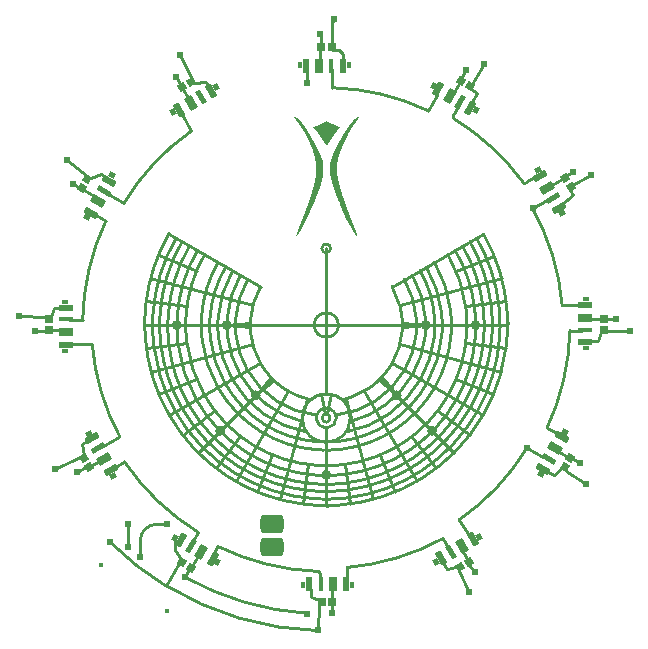
<source format=gtl>
G04*
G04 #@! TF.GenerationSoftware,Altium Limited,Altium Designer,21.8.1 (53)*
G04*
G04 Layer_Physical_Order=1*
G04 Layer_Color=255*
%FSLAX25Y25*%
%MOIN*%
G70*
G04*
G04 #@! TF.SameCoordinates,4D66A8FD-5AEA-4BBE-AC91-A6DA004BC610*
G04*
G04*
G04 #@! TF.FilePolarity,Positive*
G04*
G01*
G75*
%ADD11C,0.01000*%
G04:AMPARAMS|DCode=12|XSize=25.59mil|YSize=25.2mil|CornerRadius=0mil|HoleSize=0mil|Usage=FLASHONLY|Rotation=330.000|XOffset=0mil|YOffset=0mil|HoleType=Round|Shape=Rectangle|*
%AMROTATEDRECTD12*
4,1,4,-0.01738,-0.00451,-0.00478,0.01731,0.01738,0.00451,0.00478,-0.01731,-0.01738,-0.00451,0.0*
%
%ADD12ROTATEDRECTD12*%

%ADD13R,0.02165X0.04724*%
%ADD14R,0.02756X0.04724*%
%ADD15R,0.01772X0.04724*%
%ADD16R,0.01772X0.02165*%
G04:AMPARAMS|DCode=17|XSize=47.24mil|YSize=21.65mil|CornerRadius=0mil|HoleSize=0mil|Usage=FLASHONLY|Rotation=60.000|XOffset=0mil|YOffset=0mil|HoleType=Round|Shape=Rectangle|*
%AMROTATEDRECTD17*
4,1,4,-0.00244,-0.02587,-0.02119,-0.01504,0.00244,0.02587,0.02119,0.01504,-0.00244,-0.02587,0.0*
%
%ADD17ROTATEDRECTD17*%

%ADD18R,0.02559X0.02520*%
G04:AMPARAMS|DCode=19|XSize=25.59mil|YSize=25.2mil|CornerRadius=0mil|HoleSize=0mil|Usage=FLASHONLY|Rotation=210.000|XOffset=0mil|YOffset=0mil|HoleType=Round|Shape=Rectangle|*
%AMROTATEDRECTD19*
4,1,4,0.00478,0.01731,0.01738,-0.00451,-0.00478,-0.01731,-0.01738,0.00451,0.00478,0.01731,0.0*
%
%ADD19ROTATEDRECTD19*%

G04:AMPARAMS|DCode=20|XSize=25.59mil|YSize=25.2mil|CornerRadius=0mil|HoleSize=0mil|Usage=FLASHONLY|Rotation=300.000|XOffset=0mil|YOffset=0mil|HoleType=Round|Shape=Rectangle|*
%AMROTATEDRECTD20*
4,1,4,-0.01731,0.00478,0.00451,0.01738,0.01731,-0.00478,-0.00451,-0.01738,-0.01731,0.00478,0.0*
%
%ADD20ROTATEDRECTD20*%

%ADD21R,0.02520X0.02559*%
G04:AMPARAMS|DCode=22|XSize=25.59mil|YSize=25.2mil|CornerRadius=0mil|HoleSize=0mil|Usage=FLASHONLY|Rotation=240.000|XOffset=0mil|YOffset=0mil|HoleType=Round|Shape=Rectangle|*
%AMROTATEDRECTD22*
4,1,4,-0.00451,0.01738,0.01731,0.00478,0.00451,-0.01738,-0.01731,-0.00478,-0.00451,0.01738,0.0*
%
%ADD22ROTATEDRECTD22*%

G04:AMPARAMS|DCode=23|XSize=47.24mil|YSize=27.56mil|CornerRadius=0mil|HoleSize=0mil|Usage=FLASHONLY|Rotation=240.000|XOffset=0mil|YOffset=0mil|HoleType=Round|Shape=Rectangle|*
%AMROTATEDRECTD23*
4,1,4,-0.00012,0.02735,0.02374,0.01357,0.00012,-0.02735,-0.02374,-0.01357,-0.00012,0.02735,0.0*
%
%ADD23ROTATEDRECTD23*%

G04:AMPARAMS|DCode=24|XSize=47.24mil|YSize=17.72mil|CornerRadius=0mil|HoleSize=0mil|Usage=FLASHONLY|Rotation=240.000|XOffset=0mil|YOffset=0mil|HoleType=Round|Shape=Rectangle|*
%AMROTATEDRECTD24*
4,1,4,0.00414,0.02489,0.01948,0.01603,-0.00414,-0.02489,-0.01948,-0.01603,0.00414,0.02489,0.0*
%
%ADD24ROTATEDRECTD24*%

G04:AMPARAMS|DCode=25|XSize=21.65mil|YSize=17.72mil|CornerRadius=0mil|HoleSize=0mil|Usage=FLASHONLY|Rotation=240.000|XOffset=0mil|YOffset=0mil|HoleType=Round|Shape=Rectangle|*
%AMROTATEDRECTD25*
4,1,4,-0.00226,0.01381,0.01309,0.00495,0.00226,-0.01381,-0.01309,-0.00495,-0.00226,0.01381,0.0*
%
%ADD25ROTATEDRECTD25*%

G04:AMPARAMS|DCode=26|XSize=47.24mil|YSize=21.65mil|CornerRadius=0mil|HoleSize=0mil|Usage=FLASHONLY|Rotation=210.000|XOffset=0mil|YOffset=0mil|HoleType=Round|Shape=Rectangle|*
%AMROTATEDRECTD26*
4,1,4,0.01504,0.02119,0.02587,0.00244,-0.01504,-0.02119,-0.02587,-0.00244,0.01504,0.02119,0.0*
%
%ADD26ROTATEDRECTD26*%

G04:AMPARAMS|DCode=27|XSize=47.24mil|YSize=27.56mil|CornerRadius=0mil|HoleSize=0mil|Usage=FLASHONLY|Rotation=210.000|XOffset=0mil|YOffset=0mil|HoleType=Round|Shape=Rectangle|*
%AMROTATEDRECTD27*
4,1,4,0.01357,0.02374,0.02735,-0.00012,-0.01357,-0.02374,-0.02735,0.00012,0.01357,0.02374,0.0*
%
%ADD27ROTATEDRECTD27*%

G04:AMPARAMS|DCode=28|XSize=47.24mil|YSize=17.72mil|CornerRadius=0mil|HoleSize=0mil|Usage=FLASHONLY|Rotation=210.000|XOffset=0mil|YOffset=0mil|HoleType=Round|Shape=Rectangle|*
%AMROTATEDRECTD28*
4,1,4,0.01603,0.01948,0.02489,0.00414,-0.01603,-0.01948,-0.02489,-0.00414,0.01603,0.01948,0.0*
%
%ADD28ROTATEDRECTD28*%

G04:AMPARAMS|DCode=29|XSize=21.65mil|YSize=17.72mil|CornerRadius=0mil|HoleSize=0mil|Usage=FLASHONLY|Rotation=210.000|XOffset=0mil|YOffset=0mil|HoleType=Round|Shape=Rectangle|*
%AMROTATEDRECTD29*
4,1,4,0.00495,0.01309,0.01381,-0.00226,-0.00495,-0.01309,-0.01381,0.00226,0.00495,0.01309,0.0*
%
%ADD29ROTATEDRECTD29*%

%ADD30R,0.04724X0.02165*%
%ADD31R,0.04724X0.02756*%
%ADD32R,0.04724X0.01772*%
%ADD33R,0.02165X0.01772*%
G04:AMPARAMS|DCode=34|XSize=47.24mil|YSize=21.65mil|CornerRadius=0mil|HoleSize=0mil|Usage=FLASHONLY|Rotation=150.000|XOffset=0mil|YOffset=0mil|HoleType=Round|Shape=Rectangle|*
%AMROTATEDRECTD34*
4,1,4,0.02587,-0.00244,0.01504,-0.02119,-0.02587,0.00244,-0.01504,0.02119,0.02587,-0.00244,0.0*
%
%ADD34ROTATEDRECTD34*%

G04:AMPARAMS|DCode=35|XSize=47.24mil|YSize=27.56mil|CornerRadius=0mil|HoleSize=0mil|Usage=FLASHONLY|Rotation=150.000|XOffset=0mil|YOffset=0mil|HoleType=Round|Shape=Rectangle|*
%AMROTATEDRECTD35*
4,1,4,0.02735,0.00012,0.01357,-0.02374,-0.02735,-0.00012,-0.01357,0.02374,0.02735,0.00012,0.0*
%
%ADD35ROTATEDRECTD35*%

G04:AMPARAMS|DCode=36|XSize=47.24mil|YSize=17.72mil|CornerRadius=0mil|HoleSize=0mil|Usage=FLASHONLY|Rotation=150.000|XOffset=0mil|YOffset=0mil|HoleType=Round|Shape=Rectangle|*
%AMROTATEDRECTD36*
4,1,4,0.02489,-0.00414,0.01603,-0.01948,-0.02489,0.00414,-0.01603,0.01948,0.02489,-0.00414,0.0*
%
%ADD36ROTATEDRECTD36*%

G04:AMPARAMS|DCode=37|XSize=21.65mil|YSize=17.72mil|CornerRadius=0mil|HoleSize=0mil|Usage=FLASHONLY|Rotation=150.000|XOffset=0mil|YOffset=0mil|HoleType=Round|Shape=Rectangle|*
%AMROTATEDRECTD37*
4,1,4,0.01381,0.00226,0.00495,-0.01309,-0.01381,-0.00226,-0.00495,0.01309,0.01381,0.00226,0.0*
%
%ADD37ROTATEDRECTD37*%

G04:AMPARAMS|DCode=38|XSize=47.24mil|YSize=21.65mil|CornerRadius=0mil|HoleSize=0mil|Usage=FLASHONLY|Rotation=120.000|XOffset=0mil|YOffset=0mil|HoleType=Round|Shape=Rectangle|*
%AMROTATEDRECTD38*
4,1,4,0.02119,-0.01504,0.00244,-0.02587,-0.02119,0.01504,-0.00244,0.02587,0.02119,-0.01504,0.0*
%
%ADD38ROTATEDRECTD38*%

G04:AMPARAMS|DCode=39|XSize=47.24mil|YSize=27.56mil|CornerRadius=0mil|HoleSize=0mil|Usage=FLASHONLY|Rotation=120.000|XOffset=0mil|YOffset=0mil|HoleType=Round|Shape=Rectangle|*
%AMROTATEDRECTD39*
4,1,4,0.02374,-0.01357,-0.00012,-0.02735,-0.02374,0.01357,0.00012,0.02735,0.02374,-0.01357,0.0*
%
%ADD39ROTATEDRECTD39*%

G04:AMPARAMS|DCode=40|XSize=47.24mil|YSize=17.72mil|CornerRadius=0mil|HoleSize=0mil|Usage=FLASHONLY|Rotation=120.000|XOffset=0mil|YOffset=0mil|HoleType=Round|Shape=Rectangle|*
%AMROTATEDRECTD40*
4,1,4,0.01948,-0.01603,0.00414,-0.02489,-0.01948,0.01603,-0.00414,0.02489,0.01948,-0.01603,0.0*
%
%ADD40ROTATEDRECTD40*%

G04:AMPARAMS|DCode=41|XSize=21.65mil|YSize=17.72mil|CornerRadius=0mil|HoleSize=0mil|Usage=FLASHONLY|Rotation=120.000|XOffset=0mil|YOffset=0mil|HoleType=Round|Shape=Rectangle|*
%AMROTATEDRECTD41*
4,1,4,0.01309,-0.00495,-0.00226,-0.01381,-0.01309,0.00495,0.00226,0.01381,0.01309,-0.00495,0.0*
%
%ADD41ROTATEDRECTD41*%

%ADD74C,0.01000*%
%ADD75C,0.01772*%
G04:AMPARAMS|DCode=76|XSize=78.74mil|YSize=62.99mil|CornerRadius=15.75mil|HoleSize=0mil|Usage=FLASHONLY|Rotation=0.000|XOffset=0mil|YOffset=0mil|HoleType=Round|Shape=RoundedRectangle|*
%AMROUNDEDRECTD76*
21,1,0.07874,0.03150,0,0,0.0*
21,1,0.04724,0.06299,0,0,0.0*
1,1,0.03150,0.02362,-0.01575*
1,1,0.03150,-0.02362,-0.01575*
1,1,0.03150,-0.02362,0.01575*
1,1,0.03150,0.02362,0.01575*
%
%ADD76ROUNDEDRECTD76*%
%ADD77C,0.02400*%
G36*
X424257Y213681D02*
X424258D01*
X424262Y213681D01*
X424263Y213681D01*
X424265Y213680D01*
X424266Y213680D01*
X424269Y213680D01*
X424270Y213680D01*
X424271Y213680D01*
X424272Y213680D01*
X424273Y213680D01*
X424274Y213680D01*
X424275Y213680D01*
X424276Y213680D01*
X424277Y213680D01*
X424278Y213680D01*
X424279Y213680D01*
X424281Y213680D01*
X424282Y213680D01*
X424283Y213680D01*
X424284Y213679D01*
X424285Y213679D01*
X424286Y213679D01*
X424288Y213679D01*
X424289Y213679D01*
X424290Y213679D01*
X424292Y213679D01*
X424293Y213678D01*
X424295Y213678D01*
X424296Y213678D01*
X424297Y213678D01*
X424299Y213678D01*
X424300Y213678D01*
X424301Y213677D01*
X424302Y213677D01*
X424304Y213677D01*
X424305Y213677D01*
X424306Y213676D01*
X424307Y213676D01*
X424308Y213676D01*
X424310Y213676D01*
X424311Y213675D01*
X424312Y213675D01*
X424313Y213675D01*
X424314Y213674D01*
X424315Y213674D01*
X424316Y213674D01*
X424317Y213674D01*
X424318Y213673D01*
X424319Y213673D01*
X424320Y213673D01*
X424321Y213672D01*
X424322Y213672D01*
X424323Y213671D01*
X424324Y213671D01*
X424326Y213670D01*
X424327Y213670D01*
X424328Y213669D01*
X424329Y213669D01*
X424330Y213668D01*
X424331Y213668D01*
X424332Y213667D01*
X424333Y213667D01*
X424334Y213666D01*
X424335Y213665D01*
X424335Y213665D01*
X424336Y213664D01*
X424337Y213663D01*
X424338Y213663D01*
X424339Y213662D01*
X424339Y213661D01*
X424340Y213660D01*
X424341Y213659D01*
X424341Y213659D01*
X424341Y213659D01*
X424341Y213659D01*
X424341Y213658D01*
X424342Y213658D01*
X424342Y213658D01*
X424342D01*
X424342Y213658D01*
X424342Y213657D01*
X424342Y213657D01*
X424342Y213657D01*
X424343Y213657D01*
X424343Y213656D01*
X424344Y213655D01*
X424344Y213654D01*
X424345Y213653D01*
X424345Y213652D01*
X424345Y213651D01*
X424345Y213651D01*
X424345Y213651D01*
X424345Y213650D01*
X424346Y213650D01*
X424346Y213650D01*
X424346Y213650D01*
X424346Y213648D01*
X424346Y213647D01*
X424346Y213646D01*
X424347Y213645D01*
X424347Y213644D01*
X424347Y213643D01*
X424347Y213642D01*
Y213640D01*
X424347Y213639D01*
X424347Y213638D01*
X424347Y213637D01*
X424346Y213636D01*
X424346Y213635D01*
X424346Y213634D01*
X424346Y213633D01*
X424346Y213631D01*
X424345Y213630D01*
X424345Y213629D01*
X424345Y213628D01*
X424345Y213627D01*
X424344Y213625D01*
X424344Y213624D01*
X424344Y213623D01*
X424343Y213622D01*
X424343Y213621D01*
X424343Y213620D01*
X424342Y213619D01*
X424342Y213618D01*
X424341Y213617D01*
X424341Y213616D01*
X424341Y213615D01*
X424340Y213614D01*
X424340Y213613D01*
X424339Y213612D01*
X424339Y213611D01*
X424338Y213610D01*
X424338Y213609D01*
X424337Y213608D01*
X424337Y213607D01*
X424336Y213605D01*
X424335Y213604D01*
X424335Y213603D01*
X424334Y213602D01*
X424334Y213601D01*
X424333Y213600D01*
X424332Y213598D01*
X424332Y213597D01*
X424331Y213596D01*
X424330Y213595D01*
X424330Y213594D01*
X424329Y213592D01*
X424328Y213591D01*
X424327Y213590D01*
X424327Y213589D01*
X424326Y213588D01*
X424326Y213587D01*
X424325Y213586D01*
X424324Y213585D01*
X424324Y213584D01*
X424323Y213583D01*
X424323Y213582D01*
X424322Y213582D01*
X424322Y213581D01*
X424321Y213580D01*
X424320Y213579D01*
X424319Y213577D01*
X424319Y213576D01*
X424318Y213575D01*
X424317Y213574D01*
X424317Y213574D01*
X424316Y213573D01*
X424316Y213572D01*
X424315Y213570D01*
X424305Y213556D01*
X424296Y213543D01*
X424287Y213530D01*
X424279Y213517D01*
X424270Y213504D01*
X424262Y213492D01*
X424254Y213480D01*
X424246Y213468D01*
X424239Y213456D01*
X424231Y213444D01*
X424224Y213433D01*
X424217Y213422D01*
X424210Y213411D01*
X424203Y213400D01*
X424197Y213389D01*
X424190Y213377D01*
X424184Y213367D01*
X424178Y213357D01*
X424171Y213347D01*
X424165Y213336D01*
X424159Y213326D01*
X424153Y213316D01*
X424147Y213305D01*
X424142Y213296D01*
X424136Y213287D01*
X424131Y213277D01*
X424125Y213268D01*
X424120Y213258D01*
X424115Y213249D01*
X424109Y213240D01*
X424104Y213230D01*
X424099Y213222D01*
X424090Y213204D01*
X424085Y213196D01*
X424081Y213187D01*
X424076Y213179D01*
X424071Y213170D01*
X424066Y213161D01*
X424062Y213153D01*
X424057Y213144D01*
X424053Y213137D01*
X424049Y213129D01*
X424045Y213121D01*
X424041Y213114D01*
X424037Y213106D01*
X424033Y213098D01*
X424029Y213090D01*
X424025Y213083D01*
X424021Y213075D01*
X424017Y213067D01*
X424013Y213060D01*
X424009Y213052D01*
X424006Y213045D01*
X423999Y213032D01*
X423995Y213025D01*
X423992Y213018D01*
X423988Y213011D01*
X423985Y213004D01*
X423982Y212998D01*
X423978Y212991D01*
X423975Y212984D01*
X423971Y212977D01*
X423968Y212970D01*
X423965Y212964D01*
X423961Y212957D01*
X423955Y212945D01*
X423953Y212939D01*
X423950Y212933D01*
X423947Y212928D01*
X423944Y212922D01*
X423941Y212916D01*
X423938Y212910D01*
X423936Y212904D01*
X423933Y212898D01*
X423927Y212886D01*
X423921Y212875D01*
X423913Y212857D01*
X423906Y212842D01*
X423904Y212837D01*
X423901Y212832D01*
X423899Y212827D01*
X423897Y212823D01*
X423894Y212818D01*
X423890Y212808D01*
X423887Y212803D01*
X423885Y212798D01*
X423883Y212793D01*
X423880Y212788D01*
X423878Y212783D01*
X423874Y212773D01*
X423869Y212763D01*
X423867Y212758D01*
X423865Y212755D01*
X423863Y212751D01*
X423860Y212743D01*
X423858Y212739D01*
X423856Y212735D01*
X423852Y212727D01*
X423850Y212723D01*
X423849Y212719D01*
X423843Y212707D01*
X423841Y212703D01*
X423840Y212699D01*
X423838Y212695D01*
X423836Y212691D01*
X423834Y212687D01*
X423832Y212683D01*
X423829Y212675D01*
X423827Y212671D01*
X423823Y212663D01*
X423821Y212660D01*
X423820Y212655D01*
X423818Y212652D01*
X423817Y212649D01*
X423814Y212644D01*
X423813Y212641D01*
X423804Y212620D01*
X423802Y212617D01*
X423801Y212614D01*
X423800Y212611D01*
X423798Y212608D01*
X423797Y212605D01*
X423796Y212602D01*
X423795Y212600D01*
X423793Y212597D01*
X423792Y212595D01*
X423791Y212592D01*
X423789Y212589D01*
X423788Y212587D01*
X423787Y212584D01*
X423785Y212582D01*
X423784Y212579D01*
X423783Y212576D01*
X423781Y212574D01*
X423780Y212571D01*
X423778Y212569D01*
X423777Y212566D01*
X423776Y212563D01*
X423774Y212561D01*
X423773Y212558D01*
X423771Y212556D01*
X423770Y212553D01*
X423769Y212551D01*
X423766Y212546D01*
X423765Y212544D01*
X423763Y212542D01*
X423762Y212539D01*
X423760Y212537D01*
X423758Y212533D01*
X423756Y212530D01*
X423753Y212526D01*
X423750Y212521D01*
X423748Y212517D01*
X423746Y212514D01*
X423745Y212512D01*
X423742Y212508D01*
X423740Y212505D01*
X423737Y212501D01*
X423736Y212499D01*
X423734Y212496D01*
X423733Y212494D01*
X423731Y212492D01*
X423730Y212490D01*
X423728Y212488D01*
X423727Y212486D01*
X423726Y212484D01*
X423724Y212482D01*
X423721Y212478D01*
X423720Y212476D01*
X423717Y212472D01*
X423716Y212470D01*
X423713Y212466D01*
X423710Y212462D01*
X423707Y212459D01*
X423706Y212457D01*
X423703Y212453D01*
X423701Y212451D01*
X423698Y212447D01*
X423696Y212443D01*
X423694Y212442D01*
X423690Y212437D01*
X423689Y212435D01*
X423688Y212433D01*
X423685Y212430D01*
X423684Y212428D01*
X423682Y212427D01*
X423678Y212421D01*
X423677Y212420D01*
X423676Y212418D01*
X423673Y212415D01*
X423671Y212412D01*
X423669Y212410D01*
X423668Y212409D01*
X423667Y212408D01*
X423666Y212406D01*
X423665Y212405D01*
X423661Y212400D01*
X423660Y212399D01*
X423659Y212398D01*
X423658Y212396D01*
X423656Y212395D01*
X423655Y212393D01*
X423653Y212391D01*
X423571Y212293D01*
X423497Y212202D01*
X423423Y212111D01*
X423353Y212025D01*
X423284Y211937D01*
X423218Y211854D01*
X423153Y211771D01*
X423093Y211691D01*
X423032Y211612D01*
X422972Y211532D01*
X422915Y211456D01*
X422859Y211380D01*
X422803Y211304D01*
X422751Y211232D01*
X422699Y211160D01*
X422648Y211088D01*
X422596Y211016D01*
X422548Y210948D01*
X422501Y210879D01*
X422454Y210811D01*
X422407Y210742D01*
X422360Y210674D01*
X422316Y210609D01*
X422273Y210545D01*
X422230Y210480D01*
X422187Y210416D01*
X422145Y210351D01*
X422102Y210286D01*
X422063Y210225D01*
X422024Y210165D01*
X421985Y210104D01*
X421946Y210043D01*
X421908Y209982D01*
X421869Y209921D01*
X421834Y209865D01*
X421799Y209808D01*
X421764Y209752D01*
X421729Y209695D01*
X421694Y209639D01*
X421660Y209582D01*
X421625Y209525D01*
X421594Y209472D01*
X421562Y209420D01*
X421531Y209368D01*
X421500Y209315D01*
X421469Y209263D01*
X421438Y209210D01*
X421407Y209158D01*
X421376Y209105D01*
X421345Y209052D01*
X421317Y209004D01*
X421290Y208956D01*
X421262Y208908D01*
X421235Y208860D01*
X421207Y208811D01*
X421180Y208763D01*
X421152Y208715D01*
X421125Y208666D01*
X421098Y208618D01*
X421071Y208569D01*
X421046Y208526D01*
X421022Y208482D01*
X420998Y208438D01*
X420974Y208394D01*
X420950Y208351D01*
X420926Y208307D01*
X420902Y208263D01*
X420878Y208219D01*
X420854Y208175D01*
X420830Y208131D01*
X420806Y208087D01*
X420783Y208043D01*
X420762Y208003D01*
X420741Y207964D01*
X420720Y207925D01*
X420699Y207886D01*
X420678Y207846D01*
X420657Y207807D01*
X420636Y207768D01*
X420626Y207748D01*
X420515Y207536D01*
X420408Y207330D01*
X420300Y207117D01*
X420192Y206904D01*
X420083Y206684D01*
X419975Y206463D01*
X419865Y206236D01*
X419754Y206001D01*
X419644Y205767D01*
X419532Y205524D01*
X419419Y205275D01*
X419306Y205019D01*
X419193Y204762D01*
X419080Y204498D01*
X418966Y204226D01*
X418849Y203941D01*
X418731Y203648D01*
X418614Y203348D01*
X418494Y203034D01*
X418371Y202705D01*
X418247Y202362D01*
X418122Y202004D01*
X417994Y201624D01*
X417887Y201297D01*
X417875Y201261D01*
X417865Y201229D01*
X417854Y201196D01*
X417844Y201163D01*
X417833Y201128D01*
X417822Y201092D01*
X417811Y201057D01*
X417800Y201022D01*
X417789Y200986D01*
X417778Y200951D01*
X417767Y200915D01*
X417756Y200877D01*
X417744Y200839D01*
X417733Y200801D01*
X417721Y200763D01*
X417710Y200725D01*
X417699Y200687D01*
X417688Y200649D01*
X417676Y200609D01*
X417664Y200568D01*
X417652Y200527D01*
X417641Y200487D01*
X417629Y200446D01*
X417618Y200405D01*
X417606Y200362D01*
X417594Y200319D01*
X417582Y200275D01*
X417570Y200232D01*
X417558Y200188D01*
X417547Y200145D01*
X417535Y200099D01*
X417523Y200053D01*
X417511Y200007D01*
X417499Y199961D01*
X417487Y199915D01*
X417475Y199866D01*
X417463Y199817D01*
X417451Y199768D01*
X417439Y199720D01*
X417426Y199668D01*
X417414Y199617D01*
X417402Y199565D01*
X417390Y199514D01*
X417378Y199460D01*
X417366Y199405D01*
X417354Y199351D01*
X417342Y199297D01*
X417330Y199240D01*
X417318Y199183D01*
X417306Y199126D01*
X417294Y199066D01*
X417282Y199007D01*
X417270Y198947D01*
X417258Y198884D01*
X417247Y198822D01*
X417235Y198759D01*
X417231Y198736D01*
X417205Y198588D01*
X417184Y198453D01*
X417166Y198328D01*
X417150Y198209D01*
X417136Y198097D01*
X417124Y197991D01*
X417113Y197889D01*
X417104Y197790D01*
X417096Y197694D01*
X417089Y197601D01*
X417083Y197512D01*
X417077Y197426D01*
X417072Y197340D01*
X417068Y197258D01*
X417065Y197178D01*
X417062Y197099D01*
X417060Y197023D01*
X417059Y196947D01*
X417057Y196874D01*
X417057Y196801D01*
X417056Y196728D01*
Y196728D01*
X417056Y196719D01*
X417056Y196702D01*
Y196685D01*
X417056Y196667D01*
X417056Y196659D01*
X417057Y196589D01*
X417057Y196519D01*
X417058Y196453D01*
X417060Y196387D01*
X417062Y196320D01*
X417063Y196257D01*
X417066Y196194D01*
X417068Y196131D01*
X417071Y196068D01*
X417074Y196009D01*
X417077Y195949D01*
X417080Y195889D01*
X417084Y195829D01*
X417088Y195770D01*
X417092Y195713D01*
X417096Y195657D01*
X417100Y195600D01*
X417104Y195544D01*
X417109Y195487D01*
X417114Y195431D01*
X417114Y195427D01*
X417123Y195325D01*
X417133Y195229D01*
X417142Y195133D01*
X417152Y195044D01*
X417162Y194955D01*
X417172Y194865D01*
X417182Y194776D01*
X417193Y194694D01*
X417203Y194611D01*
X417214Y194528D01*
X417225Y194446D01*
X417236Y194364D01*
X417247Y194288D01*
X417258Y194212D01*
X417270Y194136D01*
X417281Y194060D01*
X417293Y193984D01*
X417304Y193915D01*
X417315Y193845D01*
X417327Y193776D01*
X417339Y193707D01*
X417351Y193637D01*
X417363Y193568D01*
X417375Y193499D01*
X417386Y193436D01*
X417398Y193373D01*
X417409Y193311D01*
X417421Y193248D01*
X417433Y193185D01*
X417445Y193122D01*
X417457Y193060D01*
X417470Y192997D01*
X417481Y192941D01*
X417493Y192885D01*
X417504Y192828D01*
X417516Y192772D01*
X417527Y192716D01*
X417539Y192660D01*
X417551Y192604D01*
X417563Y192547D01*
X417576Y192491D01*
X417588Y192435D01*
X417599Y192385D01*
X417610Y192335D01*
X417621Y192286D01*
X417632Y192236D01*
X417644Y192186D01*
X417655Y192136D01*
X417667Y192087D01*
X417678Y192037D01*
X417690Y191987D01*
X417702Y191937D01*
X417714Y191888D01*
X417725Y191838D01*
X417736Y191795D01*
X417746Y191751D01*
X417757Y191708D01*
X417768Y191664D01*
X417778Y191621D01*
X417789Y191578D01*
X417800Y191534D01*
X417811Y191491D01*
X417822Y191447D01*
X417833Y191404D01*
X417843Y191361D01*
X417854Y191317D01*
X417866Y191274D01*
X417877Y191231D01*
X417886Y191194D01*
X417896Y191157D01*
X417906Y191120D01*
X417915Y191083D01*
X417925Y191045D01*
X417935Y191008D01*
X417945Y190971D01*
X417954Y190934D01*
X417964Y190897D01*
X417974Y190860D01*
X417984Y190823D01*
X417994Y190786D01*
X418004Y190749D01*
X418014Y190712D01*
X418024Y190675D01*
X418034Y190638D01*
X418044Y190601D01*
X418053Y190570D01*
X418061Y190540D01*
X418070Y190509D01*
X418078Y190478D01*
X418087Y190447D01*
X418095Y190416D01*
X418104Y190386D01*
X418113Y190355D01*
X418121Y190324D01*
X418130Y190293D01*
X418139Y190262D01*
X418147Y190232D01*
X418156Y190201D01*
X418164Y190170D01*
X418173Y190139D01*
X418182Y190109D01*
X418191Y190078D01*
X418199Y190047D01*
X418208Y190016D01*
X418217Y189986D01*
X418224Y189961D01*
X418231Y189936D01*
X418238Y189912D01*
X418252Y189863D01*
X418260Y189838D01*
X418267Y189814D01*
X418274Y189789D01*
X418288Y189740D01*
X418302Y189691D01*
X418310Y189666D01*
X418317Y189642D01*
X418324Y189617D01*
X418331Y189593D01*
X418338Y189568D01*
X418346Y189543D01*
X418360Y189494D01*
X418367Y189470D01*
X418374Y189445D01*
X418382Y189421D01*
X418389Y189396D01*
X418404Y189347D01*
X418415Y189310D01*
X418426Y189274D01*
X418431Y189255D01*
X418436Y189237D01*
X418442Y189218D01*
X418447Y189200D01*
X418451Y189188D01*
X418483Y189082D01*
X418512Y188985D01*
X418542Y188888D01*
X418571Y188791D01*
X418601Y188694D01*
X418628Y188605D01*
X418656Y188516D01*
X418683Y188427D01*
X418711Y188338D01*
X418739Y188250D01*
X418767Y188161D01*
X418795Y188072D01*
X418823Y187983D01*
X418851Y187895D01*
X418877Y187814D01*
X418903Y187734D01*
X418929Y187653D01*
X418955Y187573D01*
X418981Y187492D01*
X419007Y187412D01*
X419033Y187331D01*
X419059Y187251D01*
X419086Y187171D01*
X419109Y187099D01*
X419133Y187026D01*
X419157Y186954D01*
X419181Y186882D01*
X419205Y186810D01*
X419229Y186738D01*
X419254Y186665D01*
X419278Y186593D01*
X419302Y186521D01*
X419326Y186449D01*
X419351Y186377D01*
X419373Y186313D01*
X419394Y186249D01*
X419416Y186185D01*
X419438Y186121D01*
X419460Y186057D01*
X419482Y185993D01*
X419504Y185929D01*
X419526Y185865D01*
X419548Y185801D01*
X419570Y185737D01*
X419592Y185673D01*
X419614Y185609D01*
X419634Y185553D01*
X419653Y185497D01*
X419673Y185442D01*
X419692Y185386D01*
X419712Y185330D01*
X419731Y185274D01*
X419751Y185218D01*
X419771Y185162D01*
X419790Y185107D01*
X419810Y185051D01*
X419830Y184995D01*
X419849Y184939D01*
X419869Y184883D01*
X419889Y184828D01*
X419909Y184772D01*
X419926Y184724D01*
X419943Y184676D01*
X419960Y184628D01*
X419977Y184581D01*
X419994Y184533D01*
X420011Y184485D01*
X420028Y184437D01*
X420045Y184390D01*
X420062Y184342D01*
X420080Y184294D01*
X420097Y184246D01*
X420114Y184199D01*
X420131Y184151D01*
X420148Y184103D01*
X420165Y184055D01*
X420183Y184008D01*
X420197Y183968D01*
X420212Y183928D01*
X420226Y183889D01*
X420240Y183849D01*
X420255Y183809D01*
X420269Y183769D01*
X420284Y183730D01*
X420298Y183690D01*
X420313Y183650D01*
X420342Y183571D01*
X420356Y183531D01*
X420385Y183452D01*
X420414Y183372D01*
X420443Y183293D01*
X420458Y183253D01*
X420472Y183213D01*
X420484Y183182D01*
X420496Y183150D01*
X420507Y183118D01*
X420519Y183086D01*
X420531Y183055D01*
X420554Y182991D01*
X420566Y182959D01*
X420577Y182928D01*
X420589Y182896D01*
X420601Y182864D01*
X420624Y182801D01*
X420636Y182769D01*
X420648Y182737D01*
X420660Y182706D01*
X420671Y182674D01*
X420695Y182610D01*
X420707Y182579D01*
X420730Y182515D01*
X420754Y182452D01*
X420765Y182420D01*
X420774Y182396D01*
X420783Y182373D01*
X420792Y182349D01*
X420801Y182325D01*
X420810Y182301D01*
X420819Y182278D01*
X420836Y182230D01*
X420845Y182206D01*
X420854Y182182D01*
X420863Y182159D01*
X420872Y182135D01*
X420898Y182063D01*
X420907Y182040D01*
X420916Y182016D01*
X420934Y181968D01*
X420942Y181945D01*
X420951Y181921D01*
X420960Y181897D01*
X420969Y181873D01*
X420978Y181850D01*
X420987Y181826D01*
X420996Y181802D01*
X421005Y181778D01*
X421014Y181755D01*
X421031Y181707D01*
X421040Y181683D01*
X421049Y181659D01*
X421058Y181636D01*
X421076Y181588D01*
X421082Y181572D01*
X421094Y181541D01*
X421100Y181525D01*
X421105Y181509D01*
X421117Y181477D01*
X421123Y181462D01*
X421129Y181446D01*
X421135Y181430D01*
X421153Y181382D01*
X421159Y181367D01*
X421171Y181335D01*
X421177Y181319D01*
X421183Y181303D01*
X421189Y181287D01*
X421195Y181272D01*
X421201Y181256D01*
X421207Y181240D01*
X421212Y181224D01*
X421218Y181208D01*
X421221Y181200D01*
X421235Y181163D01*
X421247Y181132D01*
X421259Y181101D01*
X421270Y181070D01*
X421282Y181039D01*
X421317Y180947D01*
X421329Y180915D01*
X421340Y180885D01*
X421352Y180854D01*
X421364Y180823D01*
X421376Y180792D01*
X421387Y180761D01*
X421399Y180730D01*
X421411Y180699D01*
X421434Y180637D01*
X421446Y180606D01*
X421456Y180582D01*
X421465Y180557D01*
X421475Y180532D01*
X421503Y180458D01*
X421512Y180433D01*
X421522Y180409D01*
X421541Y180359D01*
X421550Y180335D01*
X421569Y180285D01*
X421579Y180261D01*
X421607Y180186D01*
X421617Y180162D01*
X421626Y180137D01*
X421636Y180112D01*
X421655Y180063D01*
X421664Y180038D01*
X421674Y180014D01*
X421684Y179989D01*
X421691Y179971D01*
X421698Y179952D01*
X421705Y179934D01*
X421712Y179915D01*
X421727Y179878D01*
X421734Y179859D01*
X421741Y179841D01*
X421763Y179786D01*
X421770Y179767D01*
X421777Y179748D01*
X421784Y179730D01*
X421798Y179693D01*
X421806Y179674D01*
X421813Y179656D01*
X421820Y179638D01*
X421856Y179545D01*
X421863Y179527D01*
X421870Y179508D01*
X421878Y179490D01*
X421885Y179471D01*
X421892Y179453D01*
X421899Y179434D01*
X421907Y179416D01*
X421914Y179397D01*
X421921Y179379D01*
X421926Y179366D01*
X421935Y179342D01*
X421940Y179329D01*
X421945Y179317D01*
X421950Y179305D01*
X421955Y179293D01*
X421959Y179280D01*
X421964Y179268D01*
X421974Y179243D01*
X421979Y179231D01*
X422008Y179157D01*
X422012Y179145D01*
X422017Y179132D01*
X422022Y179120D01*
X422027Y179108D01*
X422032Y179095D01*
X422037Y179083D01*
X422046Y179058D01*
X422051Y179046D01*
X422061Y179022D01*
X422065Y179009D01*
X422070Y178997D01*
X422075Y178984D01*
X422080Y178972D01*
X422085Y178960D01*
X422094Y178935D01*
X422104Y178911D01*
X422109Y178898D01*
X422114Y178886D01*
X422119Y178874D01*
X422123Y178861D01*
X422128Y178849D01*
X422133Y178837D01*
X422138Y178824D01*
X422143Y178812D01*
X422148Y178800D01*
X422153Y178788D01*
X422157Y178775D01*
X422160Y178769D01*
X422165Y178757D01*
X422167Y178751D01*
X422172Y178738D01*
X422174Y178732D01*
X422177Y178726D01*
X422179Y178720D01*
X422182Y178714D01*
X422184Y178708D01*
X422186Y178701D01*
X422189Y178695D01*
X422191Y178689D01*
X422194Y178683D01*
X422198Y178671D01*
X422201Y178664D01*
X422203Y178658D01*
X422206Y178652D01*
X422208Y178646D01*
X422211Y178640D01*
X422213Y178634D01*
X422215Y178627D01*
X422218Y178621D01*
X422223Y178609D01*
X422225Y178603D01*
X422227Y178597D01*
X422230Y178591D01*
X422232Y178584D01*
X422235Y178578D01*
X422239Y178566D01*
X422242Y178560D01*
X422244Y178554D01*
X422247Y178547D01*
X422249Y178541D01*
X422252Y178535D01*
X422257Y178523D01*
X422259Y178517D01*
X422261Y178510D01*
X422264Y178504D01*
X422266Y178498D01*
X422269Y178492D01*
X422271Y178486D01*
X422273Y178480D01*
X422278Y178467D01*
X422281Y178461D01*
X422283Y178455D01*
X422286Y178449D01*
X422288Y178443D01*
X422290Y178437D01*
X422293Y178430D01*
X422295Y178424D01*
X422298Y178418D01*
X422300Y178412D01*
X422302Y178406D01*
X422305Y178400D01*
X422307Y178393D01*
X422310Y178387D01*
X422312Y178381D01*
X422315Y178375D01*
X422317Y178369D01*
X422319Y178363D01*
X422322Y178357D01*
X422324Y178350D01*
X422327Y178344D01*
X422329Y178338D01*
X422331Y178332D01*
X422334Y178326D01*
X422336Y178320D01*
X422339Y178314D01*
X422341Y178307D01*
X422344Y178301D01*
X422346Y178295D01*
X422348Y178289D01*
X422351Y178283D01*
X422353Y178277D01*
X422356Y178270D01*
X422358Y178264D01*
X422361Y178258D01*
X422363Y178252D01*
X422365Y178246D01*
X422368Y178240D01*
X422370Y178234D01*
X422373Y178227D01*
X422375Y178221D01*
X422377Y178215D01*
X422380Y178209D01*
X422382Y178203D01*
X422385Y178197D01*
X422387Y178190D01*
X422390Y178184D01*
X422392Y178178D01*
X422395Y178172D01*
X422399Y178160D01*
X422402Y178154D01*
X422404Y178147D01*
X422407Y178141D01*
X422409Y178135D01*
X422411Y178129D01*
X422414Y178123D01*
X422416Y178117D01*
X422419Y178110D01*
X422421Y178104D01*
X422424Y178098D01*
X422426Y178092D01*
X422428Y178086D01*
X422431Y178080D01*
X422433Y178074D01*
X422436Y178067D01*
X422438Y178061D01*
X422440Y178055D01*
X422443Y178049D01*
X422445Y178043D01*
X422448Y178036D01*
X422450Y178030D01*
X422453Y178024D01*
X422455Y178018D01*
X422457Y178012D01*
X422460Y178006D01*
X422462Y178000D01*
X422465Y177994D01*
X422467Y177987D01*
X422470Y177981D01*
X422472Y177975D01*
X422474Y177969D01*
X422477Y177963D01*
X422479Y177956D01*
X422482Y177950D01*
X422484Y177944D01*
X422486Y177938D01*
X422489Y177932D01*
X422494Y177920D01*
X422496Y177913D01*
X422499Y177907D01*
X422501Y177901D01*
X422503Y177895D01*
X422506Y177889D01*
X422508Y177883D01*
X422511Y177876D01*
X422513Y177870D01*
X422515Y177864D01*
X422518Y177858D01*
X422520Y177852D01*
X422525Y177840D01*
X422528Y177833D01*
X422530Y177827D01*
X422533Y177821D01*
X422535Y177815D01*
X422537Y177809D01*
X422540Y177803D01*
X422542Y177796D01*
X422547Y177784D01*
X422549Y177778D01*
X422552Y177772D01*
X422554Y177766D01*
X422557Y177760D01*
X422559Y177753D01*
X422564Y177741D01*
X422566Y177735D01*
X422569Y177729D01*
X422571Y177723D01*
X422574Y177717D01*
X422576Y177710D01*
X422581Y177698D01*
X422583Y177692D01*
X422586Y177686D01*
X422588Y177680D01*
X422593Y177667D01*
X422595Y177661D01*
X422598Y177655D01*
X422600Y177649D01*
X422605Y177636D01*
X422608Y177630D01*
X422610Y177624D01*
X422612Y177618D01*
X422615Y177612D01*
X422617Y177606D01*
X422619Y177600D01*
X422622Y177593D01*
X422624Y177587D01*
X422627Y177581D01*
X422632Y177569D01*
X422634Y177563D01*
X422637Y177556D01*
X422639Y177550D01*
X422641Y177544D01*
X422646Y177532D01*
X422651Y177520D01*
X422656Y177507D01*
X422661Y177495D01*
X422666Y177482D01*
X422670Y177470D01*
X422675Y177458D01*
X422680Y177446D01*
X422685Y177433D01*
X422690Y177421D01*
X422694Y177409D01*
X422704Y177384D01*
X422714Y177359D01*
X422719Y177347D01*
X422723Y177335D01*
X422728Y177322D01*
X422733Y177310D01*
X422738Y177298D01*
X422743Y177286D01*
X422748Y177273D01*
X422752Y177261D01*
X422757Y177249D01*
X422762Y177236D01*
X422767Y177224D01*
X422772Y177212D01*
X422777Y177199D01*
X422781Y177187D01*
X422786Y177175D01*
X422791Y177162D01*
X422820Y177088D01*
X422825Y177076D01*
X422834Y177051D01*
X422839Y177039D01*
X422844Y177027D01*
X422849Y177015D01*
X422858Y176990D01*
X422863Y176978D01*
X422878Y176941D01*
X422883Y176928D01*
X422890Y176910D01*
X422897Y176891D01*
X422904Y176873D01*
X422911Y176854D01*
X422919Y176836D01*
X422926Y176817D01*
X422933Y176799D01*
X422940Y176780D01*
X422969Y176706D01*
X422976Y176688D01*
X422983Y176669D01*
X422998Y176632D01*
X423005Y176614D01*
X423012Y176595D01*
X423019Y176577D01*
X423027Y176558D01*
X423041Y176521D01*
X423048Y176503D01*
X423055Y176484D01*
X423077Y176429D01*
X423084Y176410D01*
X423091Y176392D01*
X423098Y176373D01*
X423105Y176355D01*
X423113Y176336D01*
X423120Y176318D01*
X423127Y176299D01*
X423136Y176275D01*
X423165Y176201D01*
X423174Y176176D01*
X423184Y176151D01*
X423203Y176102D01*
X423213Y176077D01*
X423222Y176052D01*
X423232Y176028D01*
X423241Y176003D01*
X423251Y175979D01*
X423260Y175954D01*
X423270Y175929D01*
X423288Y175880D01*
X423298Y175855D01*
X423307Y175830D01*
X423336Y175756D01*
X423345Y175731D01*
X423364Y175682D01*
X423376Y175651D01*
X423388Y175620D01*
X423399Y175589D01*
X423411Y175558D01*
X423423Y175527D01*
X423435Y175496D01*
X423446Y175466D01*
X423458Y175435D01*
X423482Y175373D01*
X423493Y175342D01*
X423505Y175311D01*
X423528Y175249D01*
X423540Y175218D01*
X423552Y175187D01*
X423563Y175156D01*
X423575Y175125D01*
X423586Y175094D01*
X423598Y175063D01*
X423610Y175032D01*
X423611Y175029D01*
X423612Y175026D01*
X423613Y175023D01*
X423617Y175013D01*
X423618Y175011D01*
X423619Y175007D01*
X423622Y174998D01*
X423623Y174996D01*
X423624Y174993D01*
X423626Y174989D01*
X423627Y174986D01*
X423628Y174983D01*
X423629Y174979D01*
X423631Y174975D01*
X423633Y174968D01*
X423636Y174960D01*
X423638Y174956D01*
X423639Y174952D01*
X423640Y174949D01*
X423643Y174941D01*
X423644Y174937D01*
X423650Y174922D01*
X423651Y174918D01*
X423654Y174911D01*
X423655Y174907D01*
X423657Y174903D01*
X423660Y174893D01*
X423661Y174889D01*
X423663Y174884D01*
X423664Y174880D01*
X423666Y174875D01*
X423668Y174871D01*
X423669Y174866D01*
X423671Y174862D01*
X423672Y174857D01*
X423674Y174853D01*
X423675Y174848D01*
X423677Y174843D01*
X423678Y174839D01*
X423680Y174834D01*
X423681Y174830D01*
X423683Y174824D01*
X423685Y174819D01*
X423687Y174814D01*
X423688Y174808D01*
X423690Y174803D01*
X423692Y174798D01*
X423693Y174792D01*
X423695Y174787D01*
X423697Y174782D01*
X423699Y174776D01*
X423700Y174771D01*
X423702Y174766D01*
X423703Y174760D01*
X423705Y174755D01*
X423707Y174750D01*
X423709Y174743D01*
X423710Y174737D01*
X423712Y174731D01*
X423714Y174725D01*
X423716Y174719D01*
X423718Y174713D01*
X423720Y174706D01*
X423721Y174700D01*
X423723Y174694D01*
X423725Y174688D01*
X423727Y174682D01*
X423728Y174676D01*
X423730Y174669D01*
X423732Y174662D01*
X423734Y174655D01*
X423736Y174648D01*
X423738Y174641D01*
X423740Y174634D01*
X423741Y174627D01*
X423743Y174620D01*
X423745Y174613D01*
X423747Y174606D01*
X423749Y174598D01*
X423751Y174591D01*
X423753Y174583D01*
X423755Y174575D01*
X423757Y174567D01*
X423758Y174559D01*
X423760Y174552D01*
X423762Y174544D01*
X423764Y174535D01*
X423766Y174527D01*
X423768Y174518D01*
X423770Y174509D01*
X423771Y174501D01*
X423773Y174492D01*
X423775Y174483D01*
X423777Y174474D01*
X423779Y174464D01*
X423780Y174455D01*
X423782Y174446D01*
X423784Y174436D01*
X423786Y174426D01*
X423788Y174416D01*
X423789Y174405D01*
X423791Y174395D01*
X423793Y174384D01*
X423795Y174373D01*
X423796Y174362D01*
X423798Y174350D01*
X423800Y174338D01*
X423801Y174326D01*
X423803Y174314D01*
X423804Y174301D01*
X423806Y174288D01*
X423807Y174274D01*
X423808Y174260D01*
X423809Y174257D01*
X423809Y174255D01*
X423809Y174252D01*
X423809Y174250D01*
X423810Y174245D01*
X423810Y174242D01*
X423810Y174240D01*
X423810Y174237D01*
X423810Y174234D01*
X423811Y174232D01*
X423811Y174229D01*
X423811Y174227D01*
X423811Y174224D01*
X423811Y174221D01*
X423811Y174218D01*
X423811Y174216D01*
X423811Y174213D01*
X423811Y174210D01*
X423811Y174207D01*
X423811Y174204D01*
X423811Y174201D01*
X423811Y174198D01*
X423811Y174195D01*
X423811Y174192D01*
X423811Y174189D01*
X423811Y174186D01*
X423811Y174183D01*
X423811Y174179D01*
X423811Y174176D01*
X423811Y174173D01*
X423810Y174169D01*
X423810Y174166D01*
X423810Y174162D01*
X423810Y174159D01*
X423809Y174155D01*
X423809Y174151D01*
X423809Y174147D01*
X423808Y174143D01*
X423808Y174139D01*
X423807Y174135D01*
X423806Y174130D01*
X423806Y174126D01*
X423805Y174121D01*
X423804Y174115D01*
X423803Y174110D01*
X423802Y174104D01*
X423800Y174097D01*
X423800Y174097D01*
X423800Y174096D01*
X423800Y174094D01*
X423799Y174093D01*
X423799Y174091D01*
X423799Y174090D01*
X423798Y174089D01*
X423798Y174087D01*
X423797Y174084D01*
X423797Y174082D01*
X423797Y174081D01*
X423796Y174080D01*
X423795Y174077D01*
X423795Y174074D01*
X423794Y174071D01*
X423793Y174070D01*
X423793D01*
X423793Y174067D01*
X423791Y174062D01*
X423789Y174056D01*
X423787Y174050D01*
X423786Y174047D01*
X423785Y174045D01*
X423783Y174039D01*
X423780Y174033D01*
X423778Y174028D01*
X423777Y174025D01*
X423688Y174025D01*
X423672Y174036D01*
X423660Y174045D01*
X423647Y174054D01*
X423636Y174062D01*
X423626Y174070D01*
X423616Y174078D01*
X423607Y174085D01*
X423599Y174092D01*
X423591Y174098D01*
X423583Y174105D01*
X423575Y174112D01*
X423567Y174118D01*
X423560Y174124D01*
X423553Y174130D01*
X423547Y174136D01*
X423540Y174142D01*
X423534Y174148D01*
X423528Y174154D01*
X423522Y174159D01*
X423516Y174164D01*
X423511Y174170D01*
X423505Y174175D01*
X423499Y174180D01*
X423494Y174186D01*
X423489Y174191D01*
X423484Y174196D01*
X423479Y174200D01*
X423475Y174205D01*
X423470Y174210D01*
X423465Y174215D01*
X423460Y174220D01*
X423455Y174225D01*
X423451Y174229D01*
X423447Y174234D01*
X423443Y174238D01*
X423439Y174242D01*
X423435Y174247D01*
X423431Y174251D01*
X423427Y174256D01*
X423422Y174260D01*
X423419Y174265D01*
X423415Y174269D01*
X423411Y174274D01*
X423407Y174277D01*
X423404Y174281D01*
X423400Y174285D01*
X423397Y174289D01*
X423393Y174293D01*
X423390Y174297D01*
X423387Y174301D01*
X423383Y174304D01*
X423380Y174308D01*
X423373Y174316D01*
X423370Y174320D01*
X423367Y174324D01*
X423363Y174328D01*
X423360Y174332D01*
X423357Y174336D01*
X423354Y174339D01*
X423351Y174343D01*
X423349Y174346D01*
X423346Y174349D01*
X423343Y174353D01*
X423340Y174356D01*
X423338Y174359D01*
X423332Y174366D01*
X423330Y174369D01*
X423327Y174373D01*
X423321Y174379D01*
X423319Y174383D01*
X423316Y174386D01*
X423314Y174390D01*
X423311Y174393D01*
X423308Y174396D01*
X423306Y174400D01*
X423303Y174403D01*
X423301Y174406D01*
X423299Y174408D01*
X423297Y174411D01*
X423294Y174414D01*
X423290Y174419D01*
X423288Y174422D01*
X423286Y174425D01*
X423284Y174428D01*
X423280Y174433D01*
X423278Y174436D01*
X423276Y174439D01*
X423274Y174441D01*
X423272Y174444D01*
X423267Y174450D01*
X423265Y174452D01*
X423257Y174463D01*
X423255Y174466D01*
X423251Y174472D01*
X423249Y174474D01*
X423248Y174476D01*
X423246Y174478D01*
X423243Y174482D01*
X423242Y174484D01*
X423240Y174486D01*
X423237Y174490D01*
X423236Y174493D01*
X423234Y174495D01*
X423233Y174497D01*
X423231Y174499D01*
X423230Y174501D01*
X423226Y174505D01*
X423225Y174507D01*
X423223Y174509D01*
X423222Y174511D01*
X423220Y174513D01*
X423219Y174515D01*
X423211Y174526D01*
X423210Y174528D01*
X423207Y174532D01*
X423205Y174534D01*
X423204Y174537D01*
X423202Y174539D01*
X423198Y174545D01*
X423197Y174546D01*
X423196Y174548D01*
X423195Y174549D01*
X423193Y174552D01*
X423192Y174553D01*
X423191Y174555D01*
X423187Y174560D01*
X423186Y174562D01*
X423184Y174565D01*
X423183Y174566D01*
X423182Y174567D01*
X423181Y174569D01*
X423180Y174570D01*
X423179Y174572D01*
X423178Y174573D01*
X423177Y174575D01*
X423176Y174576D01*
X423175Y174577D01*
X423174Y174579D01*
X423173Y174580D01*
X423171Y174583D01*
X423170Y174584D01*
X423168Y174587D01*
X423167Y174589D01*
X423166Y174590D01*
X423165Y174592D01*
X423164Y174593D01*
X423163Y174594D01*
X423162Y174596D01*
X423161Y174597D01*
X423160Y174599D01*
X423159Y174600D01*
X423157Y174603D01*
X423156Y174604D01*
X423155Y174606D01*
X423154Y174607D01*
X423152Y174610D01*
X423151Y174611D01*
X423150Y174613D01*
X423149Y174614D01*
X423148Y174616D01*
X423147Y174617D01*
X423146Y174618D01*
X423145Y174620D01*
X423144Y174621D01*
X423143Y174623D01*
X423142Y174624D01*
X423141Y174626D01*
X423140Y174627D01*
X423138Y174630D01*
X423137Y174631D01*
X423136Y174633D01*
X423135Y174634D01*
X423134Y174635D01*
X423133Y174637D01*
X423132Y174638D01*
X423131Y174640D01*
X423130Y174641D01*
X423129Y174643D01*
X423128Y174644D01*
X423126Y174647D01*
X423125Y174648D01*
X423124Y174650D01*
X423123Y174651D01*
X423122Y174654D01*
X423120Y174655D01*
X423118Y174658D01*
X423118Y174660D01*
X423116Y174662D01*
X423115Y174664D01*
X423094Y174694D01*
X423074Y174722D01*
X423057Y174747D01*
X423040Y174773D01*
X423023Y174798D01*
X423006Y174824D01*
X422989Y174849D01*
X422971Y174875D01*
X422955Y174900D01*
X422938Y174926D01*
X422922Y174949D01*
X422907Y174972D01*
X422892Y174995D01*
X422877Y175018D01*
X422862Y175042D01*
X422847Y175065D01*
X422832Y175088D01*
X422817Y175111D01*
X422803Y175135D01*
X422788Y175158D01*
X422775Y175179D01*
X422762Y175199D01*
X422749Y175220D01*
X422736Y175241D01*
X422723Y175262D01*
X422710Y175283D01*
X422697Y175303D01*
X422684Y175324D01*
X422671Y175345D01*
X422658Y175366D01*
X422645Y175387D01*
X422634Y175405D01*
X422623Y175424D01*
X422612Y175442D01*
X422601Y175460D01*
X422589Y175479D01*
X422578Y175497D01*
X422567Y175515D01*
X422556Y175534D01*
X422545Y175552D01*
X422534Y175571D01*
X422523Y175589D01*
X422512Y175608D01*
X422502Y175626D01*
X422491Y175644D01*
X422481Y175660D01*
X422472Y175676D01*
X422463Y175692D01*
X422444Y175724D01*
X422435Y175740D01*
X422425Y175755D01*
X422416Y175771D01*
X422407Y175787D01*
X422398Y175803D01*
X422388Y175819D01*
X422379Y175835D01*
X422370Y175851D01*
X422361Y175867D01*
X422352Y175883D01*
X422342Y175899D01*
X422333Y175915D01*
X422326Y175928D01*
X422318Y175941D01*
X422311Y175954D01*
X422303Y175968D01*
X422295Y175981D01*
X422288Y175995D01*
X422280Y176008D01*
X422273Y176021D01*
X422258Y176048D01*
X422250Y176061D01*
X422242Y176075D01*
X422235Y176088D01*
X422227Y176101D01*
X422220Y176114D01*
X422205Y176141D01*
X422197Y176155D01*
X422190Y176168D01*
X422184Y176179D01*
X422178Y176189D01*
X422172Y176200D01*
X422166Y176211D01*
X422160Y176222D01*
X422154Y176232D01*
X422148Y176243D01*
X422142Y176254D01*
X422124Y176286D01*
X422118Y176297D01*
X422113Y176307D01*
X422107Y176318D01*
X422095Y176339D01*
X422089Y176350D01*
X422083Y176361D01*
X422077Y176372D01*
X422071Y176382D01*
X422059Y176404D01*
X422042Y176436D01*
X422037Y176444D01*
X422033Y176452D01*
X422028Y176460D01*
X422024Y176468D01*
X422019Y176477D01*
X422015Y176485D01*
X422006Y176501D01*
X422002Y176509D01*
X421997Y176517D01*
X421993Y176525D01*
X421989Y176533D01*
X421980Y176549D01*
X421975Y176557D01*
X421971Y176565D01*
X421967Y176573D01*
X421962Y176582D01*
X421949Y176606D01*
X421945Y176614D01*
X421940Y176622D01*
X421936Y176630D01*
X421932Y176638D01*
X421927Y176646D01*
X421914Y176670D01*
X421910Y176679D01*
X421905Y176687D01*
X421901Y176695D01*
X421896Y176703D01*
X421892Y176711D01*
X421889Y176716D01*
X421886Y176722D01*
X421883Y176727D01*
X421880Y176732D01*
X421877Y176738D01*
X421875Y176743D01*
X421872Y176749D01*
X421869Y176754D01*
X421866Y176759D01*
X421863Y176765D01*
X421854Y176781D01*
X421851Y176786D01*
X421848Y176792D01*
X421840Y176808D01*
X421837Y176813D01*
X421831Y176824D01*
X421828Y176830D01*
X421825Y176835D01*
X421819Y176846D01*
X421816Y176851D01*
X421813Y176857D01*
X421811Y176862D01*
X421802Y176878D01*
X421799Y176884D01*
X421796Y176889D01*
X421790Y176900D01*
X421787Y176905D01*
X421779Y176921D01*
X421776Y176927D01*
X421773Y176932D01*
X421770Y176938D01*
X421767Y176943D01*
X421764Y176948D01*
X421761Y176954D01*
X421758Y176959D01*
X421756Y176965D01*
X421753Y176970D01*
X421750Y176976D01*
X421748Y176978D01*
X421744Y176986D01*
X421742Y176989D01*
X421740Y176994D01*
X421738Y176997D01*
X421737Y177000D01*
X421735Y177003D01*
X421734Y177005D01*
X421732Y177008D01*
X421731Y177011D01*
X421730Y177013D01*
X421728Y177016D01*
X421727Y177019D01*
X421725Y177021D01*
X421724Y177024D01*
X421722Y177027D01*
X421721Y177030D01*
X421719Y177032D01*
X421718Y177035D01*
X421716Y177038D01*
X421715Y177040D01*
X421713Y177043D01*
X421712Y177046D01*
X421711Y177048D01*
X421709Y177051D01*
X421708Y177054D01*
X421706Y177057D01*
X421705Y177059D01*
X421703Y177062D01*
X421702Y177065D01*
X421700Y177067D01*
X421699Y177070D01*
X421698Y177073D01*
X421696Y177076D01*
X421695Y177078D01*
X421692Y177084D01*
X421690Y177086D01*
X421689Y177089D01*
X421688Y177092D01*
X421686Y177094D01*
X421685Y177097D01*
X421683Y177100D01*
X421682Y177102D01*
X421680Y177105D01*
X421679Y177108D01*
X421677Y177111D01*
X421676Y177113D01*
X421674Y177116D01*
X421673Y177119D01*
X421672Y177121D01*
X421670Y177124D01*
X421669Y177127D01*
X421667Y177129D01*
X421664Y177135D01*
X421663Y177138D01*
X421662Y177140D01*
X421660Y177143D01*
X421659Y177146D01*
X421657Y177148D01*
X421656Y177151D01*
X421654Y177154D01*
X421653Y177157D01*
X421651Y177159D01*
X421650Y177162D01*
X421649Y177165D01*
X421647Y177167D01*
X421646Y177170D01*
X421644Y177173D01*
X421643Y177175D01*
X421641Y177178D01*
X421640Y177181D01*
X421638Y177184D01*
X421637Y177186D01*
X421635Y177189D01*
X421634Y177192D01*
X421633Y177194D01*
X421631Y177197D01*
X421630Y177200D01*
X421628Y177202D01*
X421627Y177205D01*
X421625Y177208D01*
X421624Y177211D01*
X421623Y177213D01*
X421621Y177216D01*
X421620Y177219D01*
X421618Y177222D01*
X421617Y177224D01*
X421615Y177227D01*
X421614Y177230D01*
X421612Y177232D01*
X421611Y177235D01*
X421609Y177238D01*
X421608Y177240D01*
X421607Y177243D01*
X421605Y177246D01*
X421604Y177249D01*
X421602Y177251D01*
X421601Y177254D01*
X421599Y177257D01*
X421598Y177259D01*
X421596Y177262D01*
X421595Y177265D01*
X421594Y177267D01*
X421592Y177270D01*
X421591Y177273D01*
X421589Y177276D01*
X421588Y177278D01*
X421586Y177281D01*
X421585Y177284D01*
X421584Y177286D01*
X421582Y177289D01*
X421581Y177292D01*
X421579Y177295D01*
X421578Y177297D01*
X421576Y177300D01*
X421575Y177303D01*
X421573Y177305D01*
X421572Y177308D01*
X421570Y177311D01*
X421089Y178225D01*
X420649Y179086D01*
X420240Y179908D01*
X419857Y180701D01*
X419497Y181463D01*
X419157Y182203D01*
X418835Y182920D01*
X418527Y183622D01*
X418232Y184310D01*
X417950Y184983D01*
X417681Y185641D01*
X417578Y185896D01*
X417554Y185956D01*
X417533Y186009D01*
X417512Y186062D01*
X417491Y186115D01*
X417467Y186175D01*
X417443Y186235D01*
X417419Y186294D01*
X417396Y186354D01*
X417372Y186414D01*
X417348Y186474D01*
X417325Y186534D01*
X417301Y186594D01*
X417278Y186654D01*
X417254Y186714D01*
X417231Y186774D01*
X417205Y186840D01*
X417179Y186907D01*
X417154Y186974D01*
X417128Y187040D01*
X417102Y187107D01*
X417076Y187174D01*
X417051Y187241D01*
X417026Y187307D01*
X417000Y187374D01*
X416975Y187441D01*
X416947Y187514D01*
X416919Y187588D01*
X416891Y187662D01*
X416864Y187735D01*
X416836Y187809D01*
X416809Y187883D01*
X416782Y187956D01*
X416754Y188030D01*
X416727Y188104D01*
X416698Y188184D01*
X416668Y188265D01*
X416639Y188345D01*
X416609Y188426D01*
X416580Y188507D01*
X416551Y188587D01*
X416523Y188668D01*
X416494Y188749D01*
X416465Y188830D01*
X416434Y188917D01*
X416403Y189005D01*
X416372Y189092D01*
X416342Y189180D01*
X416312Y189268D01*
X416281Y189356D01*
X416251Y189444D01*
X416219Y189538D01*
X416187Y189633D01*
X416155Y189728D01*
X416123Y189822D01*
X416091Y189917D01*
X416060Y190012D01*
X416026Y190114D01*
X415993Y190216D01*
X415960Y190318D01*
X415927Y190420D01*
X415894Y190522D01*
X415862Y190624D01*
X415827Y190733D01*
X415793Y190842D01*
X415759Y190951D01*
X415725Y191061D01*
X415692Y191170D01*
X415659Y191279D01*
X415624Y191396D01*
X415589Y191512D01*
X415555Y191629D01*
X415521Y191746D01*
X415485Y191869D01*
X415450Y191993D01*
X415414Y192117D01*
X415380Y192241D01*
X415344Y192372D01*
X415308Y192503D01*
X415272Y192634D01*
X415267Y192655D01*
X415262Y192674D01*
X415258Y192689D01*
X415253Y192704D01*
X415249Y192720D01*
X415237Y192766D01*
X415232Y192785D01*
X415227Y192803D01*
X415223Y192822D01*
X415218Y192840D01*
X415213Y192858D01*
X415208Y192877D01*
X415203Y192895D01*
X415198Y192914D01*
X415194Y192932D01*
X415189Y192951D01*
X415179Y192988D01*
X415175Y193006D01*
X415170Y193025D01*
X415165Y193043D01*
X415156Y193080D01*
X415150Y193102D01*
X415145Y193124D01*
X415139Y193145D01*
X415134Y193167D01*
X415129Y193188D01*
X415123Y193210D01*
X415118Y193232D01*
X415112Y193253D01*
X415107Y193275D01*
X415102Y193297D01*
X415096Y193318D01*
X415091Y193340D01*
X415086Y193361D01*
X415081Y193383D01*
X415075Y193405D01*
X415069Y193430D01*
X415063Y193454D01*
X415058Y193479D01*
X415052Y193504D01*
X415046Y193529D01*
X415040Y193553D01*
X415034Y193578D01*
X415028Y193603D01*
X415023Y193628D01*
X415017Y193652D01*
X415011Y193677D01*
X415006Y193702D01*
X414999Y193730D01*
X414993Y193758D01*
X414987Y193786D01*
X414981Y193814D01*
X414974Y193842D01*
X414968Y193870D01*
X414962Y193898D01*
X414956Y193926D01*
X414950Y193954D01*
X414944Y193982D01*
X414938Y194010D01*
X414932Y194038D01*
X414926Y194069D01*
X414919Y194100D01*
X414913Y194131D01*
X414907Y194162D01*
X414900Y194193D01*
X414894Y194225D01*
X414888Y194256D01*
X414882Y194287D01*
X414876Y194318D01*
X414869Y194352D01*
X414862Y194387D01*
X414856Y194421D01*
X414850Y194456D01*
X414843Y194490D01*
X414837Y194524D01*
X414831Y194559D01*
X414824Y194593D01*
X414818Y194628D01*
X414812Y194665D01*
X414805Y194703D01*
X414799Y194740D01*
X414793Y194778D01*
X414787Y194816D01*
X414781Y194853D01*
X414775Y194891D01*
X414768Y194932D01*
X414762Y194973D01*
X414756Y195014D01*
X414750Y195055D01*
X414744Y195096D01*
X414738Y195136D01*
X414732Y195181D01*
X414726Y195225D01*
X414720Y195269D01*
X414714Y195313D01*
X414709Y195357D01*
X414703Y195405D01*
X414697Y195452D01*
X414692Y195500D01*
X414687Y195547D01*
X414681Y195598D01*
X414676Y195649D01*
X414671Y195699D01*
X414666Y195750D01*
X414664Y195776D01*
X414658Y195844D01*
X414653Y195906D01*
X414649Y195965D01*
X414646Y196023D01*
X414643Y196078D01*
X414641Y196131D01*
X414640Y196182D01*
X414639Y196233D01*
X414638Y196282D01*
X414637Y196329D01*
Y196329D01*
X414637Y196335D01*
X414637Y196347D01*
X414637Y196358D01*
X414637Y196370D01*
X414637Y196376D01*
X414637Y196421D01*
X414638Y196465D01*
X414639Y196510D01*
X414640Y196552D01*
X414641Y196595D01*
X414642Y196635D01*
X414644Y196675D01*
X414646Y196716D01*
X414648Y196754D01*
X414650Y196792D01*
X414652Y196830D01*
X414655Y196868D01*
X414657Y196904D01*
X414660Y196940D01*
X414663Y196976D01*
X414666Y197012D01*
X414669Y197048D01*
X414672Y197082D01*
X414676Y197116D01*
X414679Y197150D01*
X414682Y197184D01*
X414686Y197218D01*
X414690Y197249D01*
X414693Y197281D01*
X414697Y197313D01*
X414701Y197344D01*
X414705Y197376D01*
X414709Y197408D01*
X414713Y197437D01*
X414717Y197467D01*
X414722Y197496D01*
X414726Y197526D01*
X414730Y197556D01*
X414735Y197585D01*
X414739Y197615D01*
X414744Y197644D01*
X414748Y197671D01*
X414753Y197699D01*
X414757Y197726D01*
X414762Y197754D01*
X414767Y197781D01*
X414771Y197809D01*
X414776Y197836D01*
X414781Y197863D01*
X414785Y197889D01*
X414787Y197895D01*
X414808Y198010D01*
X414828Y198114D01*
X414849Y198213D01*
X414869Y198311D01*
X414889Y198405D01*
X414910Y198498D01*
X414930Y198585D01*
X414951Y198673D01*
X414971Y198755D01*
X414991Y198837D01*
X415012Y198919D01*
X415031Y198995D01*
X415052Y199072D01*
X415072Y199148D01*
X415092Y199220D01*
X415111Y199291D01*
X415132Y199362D01*
X415152Y199433D01*
X415171Y199498D01*
X415191Y199564D01*
X415210Y199629D01*
X415230Y199695D01*
X415250Y199760D01*
X415269Y199821D01*
X415288Y199881D01*
X415308Y199941D01*
X415327Y200001D01*
X415347Y200061D01*
X415367Y200121D01*
X415387Y200181D01*
X415405Y200236D01*
X415424Y200290D01*
X415443Y200345D01*
X415462Y200400D01*
X415481Y200454D01*
X415500Y200509D01*
X415520Y200564D01*
X415538Y200613D01*
X415556Y200663D01*
X415574Y200712D01*
X415592Y200761D01*
X415610Y200811D01*
X415629Y200860D01*
X415647Y200909D01*
X415666Y200958D01*
X415685Y201008D01*
X415702Y201052D01*
X415719Y201096D01*
X415736Y201140D01*
X415753Y201185D01*
X415771Y201229D01*
X415788Y201273D01*
X415806Y201317D01*
X415823Y201361D01*
X415841Y201405D01*
X415859Y201449D01*
X415877Y201493D01*
X415893Y201532D01*
X415909Y201571D01*
X415925Y201610D01*
X415941Y201649D01*
X415957Y201688D01*
X415973Y201727D01*
X415990Y201765D01*
X416006Y201804D01*
X416022Y201843D01*
X416039Y201882D01*
X416056Y201921D01*
X416072Y201960D01*
X416089Y201998D01*
X416104Y202032D01*
X416118Y202066D01*
X416133Y202100D01*
X416148Y202134D01*
X416163Y202168D01*
X416177Y202202D01*
X416192Y202236D01*
X416207Y202269D01*
X416222Y202303D01*
X416237Y202337D01*
X416252Y202371D01*
X416267Y202404D01*
X416283Y202438D01*
X416298Y202472D01*
X416313Y202506D01*
X416326Y202535D01*
X416339Y202564D01*
X416352Y202592D01*
X416365Y202621D01*
X416378Y202650D01*
X416392Y202679D01*
X416405Y202708D01*
X416418Y202737D01*
X416431Y202765D01*
X416445Y202794D01*
X416458Y202823D01*
X416471Y202852D01*
X416482Y202876D01*
X416551Y203023D01*
X416617Y203163D01*
X416684Y203303D01*
X416748Y203436D01*
X416813Y203569D01*
X416878Y203701D01*
X416940Y203826D01*
X417003Y203952D01*
X417066Y204077D01*
X417129Y204201D01*
X417190Y204319D01*
X417251Y204437D01*
X417312Y204554D01*
X417371Y204665D01*
X417429Y204776D01*
X417488Y204886D01*
X417547Y204996D01*
X417607Y205107D01*
X417663Y205210D01*
X417720Y205313D01*
X417777Y205416D01*
X417834Y205520D01*
X417891Y205622D01*
X417945Y205719D01*
X418000Y205815D01*
X418054Y205911D01*
X418109Y206007D01*
X418164Y206102D01*
X418219Y206198D01*
X418270Y206287D01*
X418322Y206376D01*
X418374Y206465D01*
X418426Y206554D01*
X418479Y206643D01*
X418531Y206731D01*
X418580Y206814D01*
X418629Y206896D01*
X418679Y206978D01*
X418728Y207060D01*
X418778Y207142D01*
X418827Y207224D01*
X418877Y207305D01*
X418927Y207387D01*
X418973Y207462D01*
X419020Y207537D01*
X419066Y207613D01*
X419113Y207688D01*
X419160Y207763D01*
X419206Y207838D01*
X419253Y207913D01*
X419301Y207987D01*
X419344Y208056D01*
X419387Y208124D01*
X419430Y208193D01*
X419474Y208261D01*
X419518Y208330D01*
X419561Y208398D01*
X419605Y208466D01*
X419649Y208534D01*
X419693Y208602D01*
X419733Y208664D01*
X419773Y208726D01*
X419813Y208788D01*
X419853Y208850D01*
X419894Y208912D01*
X419934Y208973D01*
X419974Y209035D01*
X420015Y209097D01*
X420055Y209158D01*
X420096Y209220D01*
X420128Y209269D01*
X420135Y209279D01*
X420139Y209285D01*
X420148Y209298D01*
X420152Y209305D01*
X420165Y209325D01*
X420169Y209331D01*
X420174Y209338D01*
X420178Y209344D01*
X420191Y209364D01*
X420195Y209370D01*
X420202Y209380D01*
X420208Y209390D01*
X420215Y209399D01*
X420221Y209409D01*
X420234Y209429D01*
X420240Y209438D01*
X420247Y209448D01*
X420253Y209458D01*
X420260Y209468D01*
X420266Y209477D01*
X420273Y209487D01*
X420279Y209497D01*
X420312Y209546D01*
X420318Y209556D01*
X420325Y209565D01*
X420338Y209585D01*
X420344Y209594D01*
X420364Y209624D01*
X420377Y209643D01*
X420383Y209653D01*
X420390Y209663D01*
X420396Y209672D01*
X420403Y209682D01*
X420416Y209702D01*
X420433Y209728D01*
X420451Y209753D01*
X420459Y209766D01*
X420485Y209805D01*
X420512Y209844D01*
X420520Y209857D01*
X420538Y209883D01*
X420555Y209909D01*
X420564Y209922D01*
X420573Y209935D01*
X420582Y209948D01*
X420590Y209961D01*
X420599Y209974D01*
X420608Y209986D01*
X420617Y209999D01*
X420625Y210012D01*
X420634Y210025D01*
X420645Y210041D01*
X420667Y210074D01*
X420678Y210090D01*
X420689Y210106D01*
X420711Y210138D01*
X420722Y210154D01*
X420744Y210186D01*
X420755Y210202D01*
X420777Y210235D01*
X420799Y210267D01*
X420822Y210299D01*
X420833Y210315D01*
X420844Y210331D01*
X420855Y210347D01*
X420868Y210366D01*
X420882Y210385D01*
X420895Y210405D01*
X420908Y210424D01*
X420922Y210443D01*
X420935Y210462D01*
X420948Y210482D01*
X420975Y210520D01*
X420989Y210539D01*
X421002Y210558D01*
X421016Y210577D01*
X421029Y210596D01*
X421043Y210616D01*
X421056Y210635D01*
X421070Y210654D01*
X421083Y210673D01*
X421099Y210695D01*
X421115Y210718D01*
X421131Y210740D01*
X421146Y210762D01*
X421162Y210784D01*
X421178Y210806D01*
X421194Y210828D01*
X421210Y210851D01*
X421226Y210873D01*
X421242Y210895D01*
X421258Y210917D01*
X421274Y210939D01*
X421290Y210961D01*
X421306Y210983D01*
X421324Y211009D01*
X421343Y211034D01*
X421361Y211059D01*
X421380Y211084D01*
X421398Y211109D01*
X421417Y211135D01*
X421435Y211160D01*
X421454Y211185D01*
X421472Y211210D01*
X421491Y211235D01*
X421510Y211260D01*
X421528Y211285D01*
X421549Y211313D01*
X421570Y211341D01*
X421592Y211369D01*
X421613Y211397D01*
X421634Y211425D01*
X421655Y211453D01*
X421676Y211481D01*
X421698Y211509D01*
X421719Y211537D01*
X421741Y211564D01*
X421762Y211592D01*
X421786Y211623D01*
X421810Y211654D01*
X421834Y211684D01*
X421858Y211715D01*
X421882Y211746D01*
X421906Y211776D01*
X421931Y211807D01*
X421955Y211838D01*
X421979Y211868D01*
X422006Y211901D01*
X422033Y211935D01*
X422060Y211968D01*
X422087Y212002D01*
X422114Y212035D01*
X422142Y212068D01*
X422169Y212101D01*
X422199Y212137D01*
X422229Y212174D01*
X422259Y212210D01*
X422289Y212245D01*
X422319Y212281D01*
X422350Y212317D01*
X422383Y212356D01*
X422416Y212394D01*
X422434Y212415D01*
X422438Y212420D01*
X422441Y212423D01*
X422444Y212427D01*
X422460Y212445D01*
X422463Y212449D01*
X422466Y212452D01*
X422469Y212456D01*
X422472Y212460D01*
X422475Y212463D01*
X422484Y212473D01*
X422488Y212478D01*
X422492Y212482D01*
X422501Y212492D01*
X422505Y212497D01*
X422509Y212502D01*
X422518Y212511D01*
X422522Y212516D01*
X422526Y212521D01*
X422535Y212530D01*
X422543Y212540D01*
X422556Y212554D01*
X422564Y212564D01*
X422569Y212568D01*
X422573Y212573D01*
X422577Y212578D01*
X422581Y212583D01*
X422585Y212587D01*
X422591Y212593D01*
X422596Y212599D01*
X422602Y212605D01*
X422612Y212617D01*
X422618Y212623D01*
X422623Y212629D01*
X422628Y212635D01*
X422634Y212641D01*
X422639Y212647D01*
X422645Y212652D01*
X422650Y212658D01*
X422655Y212664D01*
X422661Y212670D01*
X422672Y212682D01*
X422682Y212693D01*
X422688Y212699D01*
X422693Y212705D01*
X422699Y212711D01*
X422712Y212725D01*
X422718Y212732D01*
X422725Y212739D01*
X422731Y212746D01*
X422738Y212753D01*
X422745Y212759D01*
X422751Y212766D01*
X422758Y212773D01*
X422764Y212780D01*
X422771Y212787D01*
X422778Y212794D01*
X422784Y212801D01*
X422791Y212808D01*
X422798Y212814D01*
X422804Y212821D01*
X422811Y212828D01*
X422819Y212836D01*
X422827Y212844D01*
X422834Y212852D01*
X422842Y212860D01*
X422850Y212868D01*
X422858Y212876D01*
X422866Y212883D01*
X422874Y212891D01*
X422882Y212899D01*
X422890Y212907D01*
X422898Y212915D01*
X422906Y212923D01*
X422914Y212930D01*
X422922Y212938D01*
X422930Y212946D01*
X422939Y212954D01*
X422948Y212963D01*
X422957Y212972D01*
X422966Y212981D01*
X422976Y212989D01*
X422985Y212998D01*
X422994Y213007D01*
X423004Y213016D01*
X423013Y213024D01*
X423022Y213033D01*
X423032Y213041D01*
X423042Y213051D01*
X423053Y213060D01*
X423064Y213070D01*
X423074Y213079D01*
X423085Y213089D01*
X423096Y213098D01*
X423107Y213108D01*
X423117Y213117D01*
X423128Y213126D01*
X423140Y213137D01*
X423152Y213147D01*
X423165Y213157D01*
X423177Y213168D01*
X423189Y213178D01*
X423201Y213188D01*
X423214Y213198D01*
X423227Y213209D01*
X423241Y213220D01*
X423255Y213231D01*
X423268Y213242D01*
X423282Y213252D01*
X423297Y213264D01*
X423313Y213276D01*
X423328Y213287D01*
X423343Y213299D01*
X423360Y213311D01*
X423377Y213323D01*
X423393Y213335D01*
X423412Y213348D01*
X423430Y213361D01*
X423449Y213374D01*
X423468Y213387D01*
X423488Y213401D01*
X423510Y213415D01*
X423531Y213429D01*
X423554Y213444D01*
X423579Y213459D01*
X423605Y213475D01*
X423612Y213480D01*
X423616Y213482D01*
X423625Y213487D01*
X423629Y213490D01*
X423633Y213492D01*
X423637Y213494D01*
X423641Y213497D01*
X423650Y213502D01*
X423654Y213504D01*
X423658Y213507D01*
X423662Y213509D01*
X423666Y213511D01*
X423670Y213514D01*
X423675Y213516D01*
X423679Y213518D01*
X423683Y213521D01*
X423687Y213523D01*
X423692Y213525D01*
X423696Y213528D01*
X423701Y213530D01*
X423706Y213533D01*
X423711Y213536D01*
X423716Y213538D01*
X423721Y213541D01*
X423725Y213543D01*
X423730Y213546D01*
X423735Y213548D01*
X423740Y213551D01*
X423745Y213553D01*
X423750Y213555D01*
X423755Y213558D01*
X423760Y213560D01*
X423765Y213563D01*
X423771Y213565D01*
X423776Y213568D01*
X423782Y213571D01*
X423787Y213573D01*
X423793Y213576D01*
X423798Y213578D01*
X423804Y213581D01*
X423810Y213583D01*
X423815Y213586D01*
X423821Y213589D01*
X423828Y213591D01*
X423834Y213594D01*
X423840Y213596D01*
X423846Y213599D01*
X423853Y213601D01*
X423859Y213604D01*
X423865Y213606D01*
X423872Y213609D01*
X423879Y213612D01*
X423886Y213614D01*
X423893Y213617D01*
X423900Y213619D01*
X423908Y213622D01*
X423915Y213625D01*
X423923Y213627D01*
X423931Y213630D01*
X423939Y213632D01*
X423948Y213635D01*
X423957Y213638D01*
X423966Y213640D01*
X423975Y213643D01*
X423985Y213646D01*
X423995Y213648D01*
X424006Y213651D01*
X424017Y213654D01*
X424029Y213656D01*
X424041Y213659D01*
X424055Y213662D01*
X424071Y213665D01*
X424087Y213668D01*
X424087Y213668D01*
X424090Y213668D01*
X424095Y213669D01*
X424100Y213670D01*
X424105Y213670D01*
X424107Y213671D01*
X424110Y213671D01*
X424116Y213672D01*
X424122Y213673D01*
X424128Y213673D01*
X424132Y213674D01*
Y213674D01*
X424136Y213674D01*
X424146Y213675D01*
X424156Y213676D01*
X424165Y213677D01*
X424170Y213678D01*
X424181Y213679D01*
X424203Y213680D01*
X424224Y213680D01*
X424246Y213681D01*
X424257Y213681D01*
D02*
G37*
G36*
X413631Y212276D02*
X413633Y212276D01*
X413634Y212276D01*
X413635Y212276D01*
X413636Y212276D01*
X413637Y212276D01*
X413637Y212276D01*
X413640Y212276D01*
X413643Y212276D01*
X413645Y212275D01*
X413647Y212275D01*
X413649Y212275D01*
X413651Y212275D01*
X413653Y212274D01*
X413654Y212274D01*
X413656Y212274D01*
X413658Y212274D01*
X413659Y212273D01*
X413660Y212273D01*
X413662Y212273D01*
X413663Y212273D01*
X413664Y212272D01*
X413666Y212272D01*
X413667Y212272D01*
X413669Y212271D01*
X413672Y212271D01*
X413673Y212270D01*
X413674Y212270D01*
X413675Y212270D01*
X413676Y212269D01*
X413678Y212269D01*
X413681Y212268D01*
X413683Y212268D01*
X413684Y212267D01*
X413686Y212267D01*
X413687Y212266D01*
X413689Y212266D01*
X413691Y212265D01*
X413693Y212265D01*
X413694Y212264D01*
X413696Y212263D01*
X413698Y212263D01*
X413700Y212262D01*
X413702Y212261D01*
X413704Y212261D01*
X413705Y212260D01*
X413707Y212259D01*
X413708Y212259D01*
X413710Y212258D01*
X413711Y212258D01*
X413713Y212257D01*
X413714Y212256D01*
X413716Y212256D01*
X413717Y212255D01*
X413720Y212254D01*
X413722Y212253D01*
X413723Y212252D01*
X413724Y212252D01*
X413758Y212236D01*
X413788Y212223D01*
X413906Y212169D01*
X413936Y212156D01*
X413966Y212142D01*
X413996Y212129D01*
X414055Y212102D01*
X414106Y212079D01*
X414131Y212067D01*
X414156Y212056D01*
X414182Y212044D01*
X414233Y212021D01*
X414258Y212010D01*
X414309Y211987D01*
X414334Y211975D01*
X414385Y211952D01*
X414411Y211941D01*
X414462Y211917D01*
X414487Y211906D01*
X414529Y211887D01*
X414551Y211877D01*
X414593Y211858D01*
X414614Y211848D01*
X414635Y211839D01*
X414657Y211829D01*
X414678Y211820D01*
X414699Y211810D01*
X414720Y211800D01*
X414741Y211791D01*
X414762Y211781D01*
X414784Y211771D01*
X414805Y211762D01*
X414826Y211752D01*
X414847Y211743D01*
X414890Y211723D01*
X414911Y211714D01*
X414928Y211706D01*
X414945Y211699D01*
X414962Y211691D01*
X414979Y211683D01*
X415013Y211668D01*
X415029Y211660D01*
X415063Y211645D01*
X415080Y211637D01*
X415097Y211629D01*
X415114Y211622D01*
X415131Y211614D01*
X415165Y211599D01*
X415182Y211591D01*
X415199Y211583D01*
X415216Y211576D01*
X415233Y211568D01*
X415267Y211553D01*
X415284Y211545D01*
X415318Y211529D01*
X415331Y211524D01*
X415343Y211518D01*
X415369Y211506D01*
X415381Y211501D01*
X415394Y211495D01*
X415407Y211489D01*
X415419Y211483D01*
X415432Y211478D01*
X415445Y211472D01*
X415458Y211466D01*
X415470Y211460D01*
X415483Y211455D01*
X415509Y211443D01*
X415521Y211437D01*
X415534Y211432D01*
X415547Y211426D01*
X415559Y211420D01*
X415572Y211414D01*
X415585Y211408D01*
X415597Y211403D01*
X415623Y211391D01*
X415636Y211385D01*
X415648Y211380D01*
X415661Y211374D01*
X415674Y211368D01*
X415687Y211362D01*
X415712Y211351D01*
X415725Y211345D01*
X415737Y211339D01*
X415750Y211334D01*
X415767Y211326D01*
X415775Y211322D01*
X415801Y211311D01*
X415809Y211307D01*
X415835Y211295D01*
X415843Y211291D01*
X415860Y211284D01*
X415869Y211280D01*
X415894Y211268D01*
X415903Y211264D01*
X415911Y211261D01*
X415920Y211257D01*
X415928Y211253D01*
X415937Y211249D01*
X415953Y211242D01*
X415962Y211238D01*
X415987Y211226D01*
X415996Y211222D01*
X416021Y211211D01*
X416030Y211207D01*
X416047Y211199D01*
X416055Y211195D01*
X416081Y211184D01*
X416089Y211180D01*
X416098Y211176D01*
X416115Y211169D01*
X416123Y211165D01*
X416149Y211153D01*
X416157Y211149D01*
X416182Y211138D01*
X416187Y211136D01*
X416212Y211124D01*
X416216Y211122D01*
X416229Y211117D01*
X416233Y211115D01*
X416246Y211109D01*
X416250Y211107D01*
X416280Y211094D01*
X416284Y211092D01*
X416314Y211078D01*
X416318Y211076D01*
X416343Y211065D01*
X416348Y211063D01*
X416352Y211061D01*
X416356Y211059D01*
X416377Y211050D01*
X416382Y211048D01*
X416411Y211034D01*
X416416Y211032D01*
X416445Y211019D01*
X416449Y211017D01*
X416471Y211007D01*
X416475Y211005D01*
X416479Y211003D01*
X416509Y210990D01*
X416513Y210988D01*
X416543Y210975D01*
X416547Y210973D01*
X416577Y210959D01*
X416581Y210957D01*
X416585Y210956D01*
X416589Y210953D01*
X416610Y210944D01*
X416615Y210942D01*
X416640Y210930D01*
X416644Y210929D01*
X416674Y210915D01*
X416678Y210913D01*
X416695Y210906D01*
X416700Y210904D01*
X416708Y210900D01*
X416712Y210898D01*
X416742Y210884D01*
X416746Y210882D01*
X416776Y210869D01*
X416780Y210867D01*
X416806Y210856D01*
X416810Y210854D01*
X416814Y210852D01*
X416818Y210850D01*
X416839Y210840D01*
X416844Y210838D01*
X416873Y210825D01*
X416878Y210823D01*
X416907Y210810D01*
X416912Y210808D01*
X416937Y210796D01*
X416941Y210794D01*
X416971Y210781D01*
X416975Y210779D01*
X417005Y210765D01*
X417009Y210764D01*
X417030Y210754D01*
X417039Y210750D01*
X417064Y210738D01*
X417072Y210735D01*
X417081Y210731D01*
X417098Y210723D01*
X417106Y210719D01*
X417132Y210708D01*
X417140Y210704D01*
X417157Y210696D01*
X417166Y210693D01*
X417191Y210681D01*
X417200Y210677D01*
X417225Y210666D01*
X417234Y210662D01*
X417251Y210654D01*
X417259Y210650D01*
X417268Y210646D01*
X417284Y210639D01*
X417293Y210635D01*
X417318Y210623D01*
X417327Y210619D01*
X417344Y210612D01*
X417352Y210608D01*
X417378Y210596D01*
X417386Y210593D01*
X417412Y210581D01*
X417420Y210577D01*
X417437Y210570D01*
X417450Y210564D01*
X417462Y210558D01*
X417475Y210552D01*
X417501Y210541D01*
X417513Y210535D01*
X417526Y210529D01*
X417539Y210524D01*
X417552Y210518D01*
X417564Y210512D01*
X417590Y210501D01*
X417602Y210495D01*
X417615Y210489D01*
X417628Y210483D01*
X417640Y210477D01*
X417653Y210472D01*
X417666Y210466D01*
X417679Y210460D01*
X417704Y210449D01*
X417717Y210443D01*
X417730Y210437D01*
X417742Y210431D01*
X417755Y210426D01*
X417768Y210420D01*
X417780Y210414D01*
X417793Y210408D01*
X417806Y210403D01*
X417818Y210397D01*
X417831Y210391D01*
X417844Y210385D01*
X417857Y210380D01*
X417869Y210374D01*
X417903Y210358D01*
X417920Y210351D01*
X417954Y210335D01*
X417963Y210332D01*
X417964Y210331D01*
X417967Y210330D01*
X417968Y210329D01*
X417969Y210328D01*
X417970Y210328D01*
X417971Y210327D01*
X417973Y210327D01*
X417974Y210326D01*
X417975Y210326D01*
X417976Y210325D01*
X417977Y210325D01*
X417978Y210324D01*
X417979Y210324D01*
X417980Y210323D01*
X417981Y210322D01*
X417982Y210322D01*
X417983Y210321D01*
X417984Y210321D01*
X417988Y210319D01*
X417989Y210318D01*
X417990Y210318D01*
X417991Y210317D01*
X417992Y210316D01*
X417993Y210316D01*
X417994Y210315D01*
X417995Y210315D01*
X417996Y210314D01*
X417997Y210313D01*
X417998Y210313D01*
X417999Y210312D01*
X418003Y210310D01*
X418004Y210310D01*
X418004Y210309D01*
X418005Y210309D01*
X418006Y210308D01*
X418007Y210308D01*
X418008Y210307D01*
X418009Y210307D01*
X418010Y210306D01*
X418011Y210305D01*
X418012Y210305D01*
X418013Y210304D01*
X418013Y210304D01*
X418014Y210303D01*
X418015Y210303D01*
X418016Y210302D01*
X418017Y210301D01*
X418018Y210301D01*
X418021Y210299D01*
X418022Y210299D01*
X418022Y210298D01*
X418023Y210298D01*
X418024Y210297D01*
X418025Y210297D01*
X418029Y210294D01*
X418030Y210294D01*
X418031Y210293D01*
X418032Y210293D01*
X418033Y210292D01*
X418034Y210291D01*
X418036Y210290D01*
X418039Y210288D01*
X418040Y210288D01*
X418040Y210287D01*
X418041Y210287D01*
X418042Y210286D01*
X418043Y210286D01*
X418045Y210285D01*
X418046Y210284D01*
X418047Y210284D01*
X418048Y210283D01*
X418050Y210281D01*
X418052Y210281D01*
X418053Y210280D01*
X418054Y210280D01*
X418055Y210279D01*
X418054Y210278D01*
X418053Y210277D01*
X418051Y210274D01*
X418050Y210273D01*
X418048Y210270D01*
X418047Y210268D01*
X418045Y210266D01*
X418044Y210265D01*
X418043Y210264D01*
X418043Y210263D01*
X418040Y210260D01*
X418040Y210259D01*
X418039Y210258D01*
X418039Y210257D01*
X418037Y210255D01*
X418036Y210254D01*
X418036Y210253D01*
X418035Y210252D01*
X418034Y210252D01*
X418032Y210248D01*
X418031Y210247D01*
X418031Y210246D01*
X418030Y210246D01*
X418027Y210242D01*
X418026Y210241D01*
X418026Y210240D01*
X418025Y210239D01*
X418023Y210236D01*
X418022Y210235D01*
X418022Y210234D01*
X418021Y210234D01*
X418019Y210231D01*
X418018Y210230D01*
X418017Y210229D01*
X418017Y210228D01*
X418016Y210227D01*
X418015Y210226D01*
X418015Y210225D01*
X418014Y210224D01*
X418013Y210223D01*
X418012Y210221D01*
X418011Y210220D01*
X418010Y210219D01*
X418008Y210216D01*
X418007Y210215D01*
X418007Y210214D01*
X418004Y210211D01*
X418004Y210210D01*
X418003Y210209D01*
X418001Y210207D01*
X418001Y210206D01*
X418000Y210205D01*
X417999Y210204D01*
X417998Y210203D01*
X417998Y210202D01*
X417997Y210201D01*
X417996Y210200D01*
X417995Y210199D01*
X417994Y210198D01*
X417992Y210194D01*
X417991Y210193D01*
X417990Y210192D01*
X417989Y210191D01*
X417989Y210190D01*
X417988Y210189D01*
X417987Y210188D01*
X417986Y210187D01*
X417986Y210187D01*
X417985Y210186D01*
X417984Y210185D01*
X417984Y210184D01*
X417983Y210183D01*
X417982Y210182D01*
X417981Y210181D01*
X417981Y210180D01*
X417980Y210178D01*
X417979Y210177D01*
X417978Y210176D01*
X417975Y210173D01*
X417974Y210172D01*
X417973Y210170D01*
X417972Y210169D01*
X417971Y210168D01*
X417969Y210165D01*
X417968Y210163D01*
X417967Y210162D01*
X417966Y210161D01*
X417966Y210160D01*
X417965Y210160D01*
X417964Y210158D01*
X417963Y210157D01*
X417962Y210156D01*
X417962Y210156D01*
X417961Y210155D01*
X417960Y210154D01*
X417959Y210153D01*
X417953Y210145D01*
X417935Y210123D01*
X417931Y210117D01*
X417917Y210100D01*
X417912Y210095D01*
X417908Y210089D01*
X417903Y210084D01*
X417900Y210080D01*
X417897Y210076D01*
X417894Y210072D01*
X417891Y210068D01*
X417888Y210065D01*
X417885Y210061D01*
X417882Y210057D01*
X417879Y210054D01*
X417876Y210050D01*
X417873Y210046D01*
X417870Y210042D01*
X417867Y210039D01*
X417864Y210035D01*
X417861Y210031D01*
X417858Y210027D01*
X417851Y210020D01*
X417848Y210016D01*
X417842Y210009D01*
X417839Y210005D01*
X417836Y210001D01*
X417833Y209997D01*
X417827Y209990D01*
X417824Y209986D01*
X417757Y209904D01*
X417754Y209900D01*
X417751Y209896D01*
X417749Y209895D01*
X417748Y209893D01*
X417746Y209891D01*
X417743Y209887D01*
X417742Y209885D01*
X417740Y209883D01*
X417738Y209881D01*
X417737Y209880D01*
X417735Y209878D01*
X417734Y209876D01*
X417732Y209874D01*
X417731Y209872D01*
X417728Y209868D01*
X417726Y209866D01*
X417723Y209863D01*
X417722Y209861D01*
X417720Y209859D01*
X417719Y209857D01*
X417716Y209854D01*
X417714Y209852D01*
X417711Y209848D01*
X417709Y209846D01*
X417706Y209842D01*
X417705Y209840D01*
X417702Y209837D01*
X417700Y209835D01*
X417699Y209833D01*
X417697Y209831D01*
X417694Y209827D01*
X417693Y209825D01*
X417690Y209822D01*
X417688Y209820D01*
X417687Y209818D01*
X417685Y209816D01*
X417684Y209814D01*
X417679Y209809D01*
X417677Y209807D01*
X417676Y209805D01*
X417674Y209803D01*
X417673Y209801D01*
X417670Y209797D01*
X417668Y209795D01*
X417667Y209794D01*
X417665Y209792D01*
X417664Y209790D01*
X417661Y209786D01*
X417659Y209784D01*
X417658Y209783D01*
X417655Y209779D01*
X417653Y209777D01*
X417650Y209773D01*
X417649Y209771D01*
X417645Y209768D01*
X417644Y209766D01*
X417641Y209762D01*
X417639Y209760D01*
X417638Y209758D01*
X417635Y209754D01*
X417633Y209753D01*
X417632Y209751D01*
X417630Y209749D01*
X417629Y209747D01*
X417624Y209741D01*
X417623Y209739D01*
X417619Y209736D01*
X417618Y209734D01*
X417615Y209730D01*
X417613Y209728D01*
X417612Y209726D01*
X417609Y209723D01*
X417607Y209721D01*
X417606Y209719D01*
X417603Y209715D01*
X417601Y209713D01*
X417598Y209710D01*
X417596Y209708D01*
X417592Y209702D01*
X417590Y209700D01*
X417589Y209698D01*
X417587Y209697D01*
X417586Y209695D01*
X417581Y209689D01*
X417580Y209687D01*
X417577Y209683D01*
X417575Y209682D01*
X417572Y209678D01*
X417571Y209676D01*
X417569Y209674D01*
X417566Y209670D01*
X417564Y209668D01*
X417563Y209667D01*
X417560Y209663D01*
X417558Y209661D01*
X417555Y209657D01*
X417554Y209655D01*
X417551Y209652D01*
X417549Y209650D01*
X417546Y209646D01*
X417545Y209644D01*
X417543Y209642D01*
X417540Y209639D01*
X417538Y209637D01*
X417537Y209635D01*
X417535Y209633D01*
X417534Y209631D01*
X417529Y209626D01*
X417528Y209624D01*
X417526Y209622D01*
X417525Y209620D01*
X417523Y209618D01*
X417520Y209614D01*
X417519Y209612D01*
X417517Y209611D01*
X417516Y209609D01*
X417514Y209607D01*
X417511Y209603D01*
X417510Y209601D01*
X417506Y209597D01*
X417505Y209596D01*
X417502Y209592D01*
X417500Y209590D01*
X417497Y209586D01*
X417496Y209584D01*
X417494Y209582D01*
X417493Y209581D01*
X417491Y209579D01*
X417488Y209575D01*
X417487Y209573D01*
X417485Y209571D01*
X417484Y209570D01*
X417482Y209568D01*
X417481Y209566D01*
X417479Y209564D01*
X417476Y209560D01*
X417474Y209558D01*
X417473Y209556D01*
X417471Y209555D01*
X417470Y209553D01*
X417468Y209551D01*
X417467Y209549D01*
X417464Y209545D01*
X417462Y209543D01*
X417461Y209541D01*
X417459Y209540D01*
X417456Y209536D01*
X417455Y209534D01*
X417453Y209532D01*
X417451Y209530D01*
X417450Y209528D01*
X417448Y209526D01*
X417445Y209523D01*
X417430Y209504D01*
X417427Y209500D01*
X417421Y209493D01*
X417418Y209489D01*
X417397Y209463D01*
X417393Y209459D01*
X417378Y209440D01*
X417375Y209437D01*
X417372Y209433D01*
X417369Y209429D01*
X417357Y209414D01*
X417354Y209411D01*
X417348Y209403D01*
X417345Y209399D01*
X417342Y209396D01*
X417339Y209392D01*
X417336Y209388D01*
X417333Y209384D01*
X417330Y209381D01*
X417326Y209377D01*
X417323Y209373D01*
X417320Y209369D01*
X417317Y209366D01*
X417314Y209362D01*
X417311Y209358D01*
X417308Y209354D01*
X417305Y209351D01*
X417302Y209347D01*
X417299Y209343D01*
X417296Y209339D01*
X417293Y209336D01*
X417288Y209330D01*
X417279Y209319D01*
X417275Y209313D01*
X417247Y209279D01*
X417243Y209274D01*
X417229Y209257D01*
X417225Y209251D01*
X417220Y209246D01*
X417215Y209240D01*
X417211Y209234D01*
X417206Y209229D01*
X417202Y209223D01*
X417197Y209218D01*
X417156Y209167D01*
X417152Y209161D01*
X417147Y209156D01*
X417143Y209150D01*
X417138Y209144D01*
X417132Y209137D01*
X417126Y209129D01*
X417120Y209122D01*
X417108Y209107D01*
X417102Y209099D01*
X417096Y209092D01*
X417078Y209069D01*
X417072Y209062D01*
X417065Y209054D01*
X417041Y209024D01*
X417029Y209009D01*
X417023Y209001D01*
X417017Y208994D01*
X417005Y208979D01*
X416993Y208964D01*
X416987Y208956D01*
X416972Y208937D01*
X416964Y208928D01*
X416957Y208918D01*
X416950Y208909D01*
X416942Y208900D01*
X416934Y208890D01*
X416927Y208881D01*
X416912Y208862D01*
X416904Y208852D01*
X416897Y208843D01*
X416889Y208833D01*
X416882Y208824D01*
X416875Y208815D01*
X416867Y208805D01*
X416845Y208777D01*
X416837Y208767D01*
X416828Y208756D01*
X416819Y208744D01*
X416801Y208722D01*
X416784Y208699D01*
X416775Y208687D01*
X416766Y208676D01*
X416757Y208665D01*
X416748Y208653D01*
X416730Y208630D01*
X416721Y208619D01*
X416712Y208608D01*
X416703Y208596D01*
X416695Y208585D01*
X416686Y208573D01*
X416675Y208560D01*
X416665Y208546D01*
X416655Y208533D01*
X416644Y208520D01*
X416634Y208506D01*
X416624Y208493D01*
X416613Y208480D01*
X416593Y208453D01*
X416583Y208439D01*
X416573Y208426D01*
X416562Y208413D01*
X416552Y208399D01*
X416542Y208386D01*
X416530Y208370D01*
X416518Y208355D01*
X416507Y208339D01*
X416495Y208324D01*
X416483Y208309D01*
X416472Y208293D01*
X416460Y208278D01*
X416453Y208268D01*
X416418Y208221D01*
X416384Y208176D01*
X416353Y208134D01*
X416322Y208092D01*
X416291Y208050D01*
X416260Y208007D01*
X416230Y207965D01*
X416199Y207923D01*
X416171Y207883D01*
X416142Y207843D01*
X416114Y207804D01*
X416085Y207764D01*
X416057Y207724D01*
X416029Y207684D01*
X416003Y207647D01*
X415977Y207610D01*
X415951Y207573D01*
X415925Y207536D01*
X415900Y207499D01*
X415874Y207462D01*
X415848Y207424D01*
X415825Y207390D01*
X415801Y207355D01*
X415777Y207321D01*
X415754Y207286D01*
X415730Y207252D01*
X415707Y207217D01*
X415684Y207183D01*
X415660Y207148D01*
X415639Y207116D01*
X415618Y207084D01*
X415596Y207052D01*
X415575Y207020D01*
X415554Y206989D01*
X415533Y206957D01*
X415512Y206925D01*
X415491Y206893D01*
X415472Y206864D01*
X415452Y206835D01*
X415434Y206805D01*
X415414Y206776D01*
X415395Y206747D01*
X415377Y206718D01*
X415357Y206689D01*
X415339Y206659D01*
X415320Y206630D01*
X415301Y206601D01*
X415284Y206575D01*
X415267Y206548D01*
X415250Y206522D01*
X415233Y206495D01*
X415216Y206469D01*
X415200Y206443D01*
X415183Y206416D01*
X415166Y206390D01*
X415149Y206363D01*
X415132Y206337D01*
X415115Y206310D01*
X415101Y206287D01*
X415086Y206263D01*
X415071Y206240D01*
X415056Y206216D01*
X415041Y206192D01*
X415027Y206169D01*
X415012Y206145D01*
X414997Y206121D01*
X414982Y206098D01*
X414967Y206074D01*
X414953Y206051D01*
X414938Y206027D01*
X414923Y206003D01*
X414911Y205982D01*
X414885Y205941D01*
X414872Y205920D01*
X414859Y205900D01*
X414846Y205879D01*
X414821Y205837D01*
X414808Y205817D01*
X414782Y205775D01*
X414770Y205754D01*
X414757Y205733D01*
X414744Y205713D01*
X414733Y205695D01*
X414722Y205677D01*
X414712Y205659D01*
X414690Y205623D01*
X414668Y205588D01*
X414657Y205570D01*
X414636Y205534D01*
X414625Y205516D01*
X414614Y205498D01*
X414603Y205480D01*
X414592Y205463D01*
X414581Y205445D01*
X414571Y205427D01*
X414562Y205412D01*
X414535Y205367D01*
X414533Y205364D01*
X414519Y205342D01*
X414506Y205320D01*
X414493Y205298D01*
X414480Y205277D01*
X414466Y205256D01*
X414452Y205233D01*
X414438Y205211D01*
X414424Y205189D01*
X414410Y205166D01*
X414395Y205143D01*
X414380Y205120D01*
X414365Y205097D01*
X414350Y205074D01*
X414335Y205050D01*
X414319Y205026D01*
X414303Y205002D01*
X414287Y204979D01*
X414270Y204954D01*
X414253Y204929D01*
X414236Y204905D01*
X414219Y204879D01*
X414201Y204854D01*
X414183Y204829D01*
X414164Y204803D01*
X414146Y204777D01*
X414126Y204750D01*
X414107Y204723D01*
X414087Y204696D01*
X414066Y204669D01*
X414045Y204641D01*
X414024Y204613D01*
X414002Y204585D01*
X413980Y204556D01*
X413957Y204527D01*
X413933Y204498D01*
X413909Y204467D01*
X413884Y204437D01*
X413875Y204426D01*
X413874Y204424D01*
X413873Y204423D01*
X413872Y204422D01*
X413871Y204421D01*
X413870Y204419D01*
X413869Y204418D01*
X413868Y204417D01*
X413866Y204414D01*
X413865Y204413D01*
X413864Y204412D01*
X413863Y204411D01*
X413862Y204410D01*
X413861Y204408D01*
X413860Y204407D01*
X413859Y204406D01*
X413858Y204405D01*
X413856Y204402D01*
X413855Y204401D01*
X413854Y204400D01*
X413853Y204399D01*
X413851Y204397D01*
X413850Y204396D01*
X413849Y204394D01*
X413848Y204393D01*
X413847Y204392D01*
X413845Y204390D01*
X413844Y204389D01*
X413843Y204388D01*
X413840Y204384D01*
X413839Y204383D01*
X413838Y204382D01*
X413837Y204381D01*
X413836Y204380D01*
X413835Y204379D01*
X413834Y204378D01*
X413834Y204377D01*
X413833Y204376D01*
X413832Y204375D01*
X413830Y204373D01*
X413829Y204372D01*
X413828Y204371D01*
X413826Y204369D01*
X413825Y204367D01*
X413824Y204366D01*
X413823Y204364D01*
X413822Y204363D01*
X413821Y204363D01*
X413819Y204361D01*
X413818Y204360D01*
X413817Y204359D01*
X413815Y204357D01*
X413814Y204356D01*
X413814Y204355D01*
X413813Y204354D01*
X413812Y204353D01*
X413811Y204352D01*
X413810Y204351D01*
X413809Y204350D01*
X413808Y204349D01*
X413808Y204348D01*
X413807Y204347D01*
X413806Y204346D01*
X413805Y204346D01*
X413804Y204345D01*
X413803Y204344D01*
X413802Y204343D01*
X413802Y204342D01*
X413800Y204340D01*
X413799Y204340D01*
X413798Y204339D01*
X413798Y204338D01*
X413797Y204337D01*
X413796Y204336D01*
X413795Y204335D01*
X413793Y204334D01*
X413793Y204333D01*
X413791Y204331D01*
X413790Y204330D01*
X413789Y204330D01*
X413787Y204327D01*
X413786Y204326D01*
X413785Y204326D01*
X413784Y204325D01*
X413784Y204324D01*
X413783Y204323D01*
X413781Y204322D01*
X413780Y204321D01*
X413780Y204320D01*
X413779Y204320D01*
X413778Y204319D01*
X413777Y204318D01*
X413776Y204317D01*
X413776Y204317D01*
X413775Y204316D01*
X413774Y204315D01*
X413773Y204314D01*
X413772Y204313D01*
X413771Y204313D01*
X413770Y204312D01*
X413769Y204310D01*
X413768Y204310D01*
X413767Y204309D01*
X413766Y204309D01*
X413765Y204307D01*
X413763Y204306D01*
X413762Y204305D01*
X413760Y204304D01*
X413759Y204302D01*
X413757Y204301D01*
X413756Y204300D01*
X413755Y204299D01*
X413753Y204298D01*
X413752Y204297D01*
X413750Y204295D01*
X413749Y204294D01*
X413747Y204293D01*
X413746Y204292D01*
X413744Y204291D01*
X413743Y204290D01*
X413741Y204289D01*
X413740Y204288D01*
X413739Y204288D01*
X413737Y204287D01*
X413736Y204286D01*
X413734Y204285D01*
X413733Y204284D01*
X413731Y204283D01*
X413730Y204282D01*
X413729Y204281D01*
X413727Y204281D01*
X413726Y204280D01*
X413725Y204279D01*
X413723Y204279D01*
X413722Y204278D01*
X413720Y204277D01*
X413719Y204277D01*
X413718Y204276D01*
X413716Y204275D01*
X413715Y204275D01*
X413714Y204274D01*
X413712Y204274D01*
X413711Y204273D01*
X413710Y204273D01*
X413708Y204272D01*
X413707Y204272D01*
X413706Y204271D01*
X413705Y204271D01*
X413704Y204271D01*
X413703Y204270D01*
X413701Y204270D01*
X413700Y204270D01*
X413698Y204269D01*
X413697Y204269D01*
X413696Y204269D01*
X413694Y204268D01*
X413693Y204268D01*
X413692Y204268D01*
X413691Y204268D01*
X413691Y204268D01*
X413690Y204268D01*
X413690Y204268D01*
X413690Y204268D01*
X413689Y204267D01*
X413689Y204267D01*
X413689Y204267D01*
X413688Y204267D01*
X413688Y204267D01*
X413687Y204267D01*
X413687Y204267D01*
X413687Y204267D01*
X413687Y204267D01*
X413686Y204267D01*
X413686Y204267D01*
X413685Y204267D01*
X413685Y204267D01*
X413684Y204267D01*
X413684Y204267D01*
X413683Y204267D01*
X413683Y204267D01*
X413681Y204267D01*
X413678Y204267D01*
X413674Y204267D01*
X413670Y204267D01*
X413669Y204267D01*
Y204267D01*
X413668Y204267D01*
X413668Y204267D01*
X413668Y204267D01*
X413667Y204267D01*
X413667Y204267D01*
X413667Y204267D01*
X413666Y204267D01*
X413666Y204267D01*
X413665Y204267D01*
X413665Y204268D01*
Y204267D01*
X413665Y204268D01*
X413664Y204268D01*
X413664Y204268D01*
X413664Y204268D01*
X413663Y204268D01*
X413662Y204268D01*
X413661Y204268D01*
X413659Y204268D01*
X413658Y204269D01*
X413657Y204269D01*
X413656Y204269D01*
X413655Y204269D01*
X413654Y204270D01*
X413653Y204270D01*
X413652Y204270D01*
X413651Y204271D01*
X413650Y204271D01*
X413649Y204271D01*
X413648Y204271D01*
X413647Y204272D01*
X413646Y204272D01*
X413644Y204273D01*
X413643Y204273D01*
X413642Y204274D01*
X413640Y204274D01*
X413639Y204275D01*
X413637Y204276D01*
X413636Y204276D01*
X413635Y204277D01*
X413633Y204277D01*
X413632Y204278D01*
X413630Y204279D01*
X413629Y204280D01*
X413628Y204280D01*
X413626Y204281D01*
X413625Y204282D01*
X413624Y204283D01*
X413622Y204283D01*
X413621Y204284D01*
X413619Y204285D01*
X413618Y204286D01*
X413617Y204287D01*
X413615Y204288D01*
X413614Y204289D01*
X413612Y204290D01*
X413611Y204291D01*
X413609Y204292D01*
X413608Y204293D01*
X413607Y204294D01*
X413605Y204295D01*
X413604Y204296D01*
X413602Y204297D01*
X413601Y204298D01*
X413599Y204299D01*
X413598Y204300D01*
X413596Y204302D01*
X413595Y204303D01*
X413593Y204304D01*
X413592Y204305D01*
X413590Y204307D01*
X413589Y204308D01*
X413587Y204309D01*
X413586Y204310D01*
X413584Y204312D01*
X413583Y204312D01*
X413583Y204313D01*
X413582Y204314D01*
X413581Y204314D01*
X413580Y204315D01*
X413580Y204316D01*
X413578Y204317D01*
X413577Y204318D01*
X413576Y204319D01*
X413576Y204320D01*
X413575Y204320D01*
X413574Y204321D01*
X413573Y204322D01*
X413573Y204323D01*
X413572Y204323D01*
X413571Y204324D01*
X413570Y204325D01*
X413569Y204326D01*
X413568Y204326D01*
X413568Y204327D01*
X413565Y204329D01*
X413564Y204330D01*
X413564Y204331D01*
X413562Y204333D01*
X413559Y204335D01*
X413559Y204336D01*
X413557Y204338D01*
X413556Y204339D01*
X413555Y204339D01*
X413554Y204341D01*
X413553Y204342D01*
X413551Y204344D01*
X413550Y204345D01*
X413549Y204345D01*
X413549Y204346D01*
X413548Y204347D01*
X413547Y204348D01*
X413545Y204350D01*
X413544Y204351D01*
X413543Y204353D01*
X413540Y204356D01*
X413539Y204357D01*
X413537Y204359D01*
X413536Y204359D01*
X413535Y204360D01*
X413535Y204361D01*
X413534Y204362D01*
X413533Y204363D01*
X413532Y204364D01*
X413530Y204366D01*
X413529Y204367D01*
X413528Y204368D01*
X413527Y204370D01*
X413525Y204373D01*
X413524Y204374D01*
X413523Y204375D01*
X413522Y204376D01*
X413521Y204377D01*
X413520Y204378D01*
X413519Y204379D01*
X413517Y204381D01*
X413515Y204383D01*
X413515Y204384D01*
X413514Y204385D01*
X413512Y204387D01*
X413511Y204388D01*
X413510Y204390D01*
X413509Y204391D01*
X413508Y204392D01*
X413507Y204393D01*
X413506Y204394D01*
X413505Y204395D01*
X413504Y204396D01*
X413503Y204398D01*
X413502Y204399D01*
X413501Y204400D01*
X413500Y204401D01*
X413499Y204402D01*
X413498Y204403D01*
X413497Y204405D01*
X413496Y204406D01*
X413495Y204407D01*
X413494Y204408D01*
X413493Y204409D01*
X413492Y204411D01*
X413491Y204412D01*
X413490Y204413D01*
X413489Y204414D01*
X413488Y204415D01*
X413487Y204417D01*
X413484Y204420D01*
X413483Y204422D01*
X413482Y204423D01*
X413463Y204446D01*
X413445Y204468D01*
X413428Y204488D01*
X413412Y204509D01*
X413395Y204530D01*
X413379Y204550D01*
X413363Y204570D01*
X413347Y204590D01*
X413332Y204610D01*
X413317Y204629D01*
X413302Y204649D01*
X413288Y204668D01*
X413273Y204687D01*
X413259Y204706D01*
X413245Y204724D01*
X413231Y204743D01*
X413218Y204761D01*
X413204Y204779D01*
X413191Y204798D01*
X413178Y204815D01*
X413165Y204832D01*
X413153Y204850D01*
X413140Y204867D01*
X413128Y204884D01*
X413116Y204901D01*
X413105Y204917D01*
X413093Y204934D01*
X413081Y204950D01*
X413070Y204966D01*
X413058Y204983D01*
X413047Y204999D01*
X413036Y205015D01*
X413026Y205030D01*
X413015Y205046D01*
X413004Y205061D01*
X412994Y205077D01*
X412983Y205092D01*
X412973Y205108D01*
X412963Y205122D01*
X412953Y205137D01*
X412944Y205151D01*
X412934Y205166D01*
X412924Y205180D01*
X412915Y205195D01*
X412905Y205209D01*
X412896Y205223D01*
X412887Y205236D01*
X412879Y205249D01*
X412870Y205263D01*
X412861Y205276D01*
X412852Y205290D01*
X412844Y205303D01*
X412835Y205317D01*
X412826Y205330D01*
X412818Y205343D01*
X412810Y205355D01*
X412802Y205368D01*
X412794Y205380D01*
X412786Y205392D01*
X412779Y205405D01*
X412771Y205417D01*
X412763Y205430D01*
X412755Y205442D01*
X412748Y205454D01*
X412734Y205476D01*
X412726Y205488D01*
X412719Y205499D01*
X412712Y205510D01*
X412709Y205516D01*
X412694Y205540D01*
X412692Y205543D01*
X412679Y205564D01*
X412677Y205567D01*
X412671Y205576D01*
X412669Y205579D01*
X412658Y205597D01*
X412656Y205600D01*
X412654Y205603D01*
X412653Y205606D01*
X412643Y205621D01*
X412641Y205624D01*
X412640Y205627D01*
X412638Y205630D01*
X412630Y205643D01*
X412628Y205645D01*
X412626Y205648D01*
X412625Y205651D01*
X412619Y205661D01*
X412617Y205663D01*
X412615Y205667D01*
X412613Y205669D01*
X412609Y205676D01*
X412608Y205679D01*
X412606Y205682D01*
X412604Y205685D01*
X412600Y205691D01*
X412598Y205694D01*
X412595Y205700D01*
X412591Y205706D01*
X412587Y205712D01*
X412583Y205718D01*
X412580Y205724D01*
X412576Y205730D01*
X412572Y205736D01*
X412568Y205742D01*
X412565Y205748D01*
X412561Y205754D01*
X412557Y205760D01*
X412553Y205766D01*
X412550Y205772D01*
X412546Y205778D01*
X412538Y205790D01*
X412535Y205796D01*
X412531Y205802D01*
X412527Y205808D01*
X412523Y205814D01*
X412512Y205832D01*
X412508Y205838D01*
X412505Y205844D01*
X412501Y205850D01*
X412482Y205880D01*
X412478Y205886D01*
X412471Y205898D01*
X412467Y205904D01*
X412463Y205910D01*
X412460Y205916D01*
X412452Y205928D01*
X412444Y205940D01*
X412441Y205946D01*
X412437Y205952D01*
X412433Y205958D01*
X412430Y205964D01*
X412426Y205970D01*
X412422Y205976D01*
X412418Y205982D01*
X412415Y205988D01*
X412411Y205994D01*
X412407Y206000D01*
X412401Y206009D01*
X412396Y206018D01*
X412390Y206027D01*
X412384Y206036D01*
X412379Y206045D01*
X412373Y206054D01*
X412367Y206063D01*
X412362Y206072D01*
X412356Y206081D01*
X412351Y206090D01*
X412339Y206108D01*
X412334Y206117D01*
X412322Y206135D01*
X412317Y206144D01*
X412311Y206153D01*
X412305Y206162D01*
X412300Y206171D01*
X412294Y206180D01*
X412283Y206198D01*
X412277Y206207D01*
X412271Y206216D01*
X412266Y206225D01*
X412243Y206261D01*
X412237Y206270D01*
X412226Y206288D01*
X412220Y206297D01*
X412213Y206309D01*
X412205Y206321D01*
X412198Y206333D01*
X412167Y206381D01*
X412160Y206393D01*
X412145Y206417D01*
X412137Y206429D01*
X412129Y206441D01*
X412122Y206453D01*
X412114Y206465D01*
X412107Y206477D01*
X412084Y206512D01*
X412076Y206524D01*
X412068Y206536D01*
X412061Y206548D01*
X412046Y206572D01*
X412038Y206584D01*
X412030Y206596D01*
X412021Y206611D01*
X412002Y206641D01*
X411992Y206656D01*
X411973Y206685D01*
X411963Y206700D01*
X411954Y206715D01*
X411944Y206730D01*
X411935Y206745D01*
X411925Y206760D01*
X411915Y206775D01*
X411906Y206790D01*
X411896Y206804D01*
X411887Y206819D01*
X411867Y206849D01*
X411858Y206864D01*
X411848Y206879D01*
X411838Y206894D01*
X411827Y206911D01*
X411815Y206929D01*
X411803Y206947D01*
X411792Y206965D01*
X411769Y207000D01*
X411757Y207018D01*
X411745Y207036D01*
X411734Y207054D01*
X411722Y207071D01*
X411699Y207107D01*
X411687Y207125D01*
X411663Y207160D01*
X411652Y207178D01*
X411640Y207195D01*
X411626Y207216D01*
X411613Y207237D01*
X411599Y207257D01*
X411585Y207278D01*
X411571Y207299D01*
X411557Y207319D01*
X411544Y207340D01*
X411530Y207360D01*
X411516Y207381D01*
X411502Y207401D01*
X411488Y207422D01*
X411474Y207443D01*
X411460Y207463D01*
X411447Y207484D01*
X411431Y207507D01*
X411415Y207530D01*
X411399Y207554D01*
X411383Y207577D01*
X411367Y207601D01*
X411351Y207624D01*
X411335Y207647D01*
X411318Y207671D01*
X411302Y207694D01*
X411286Y207717D01*
X411270Y207740D01*
X411254Y207764D01*
X411236Y207790D01*
X411217Y207816D01*
X411199Y207842D01*
X411181Y207868D01*
X411162Y207894D01*
X411144Y207920D01*
X411125Y207946D01*
X411107Y207972D01*
X411088Y207998D01*
X411070Y208024D01*
X411049Y208053D01*
X411028Y208082D01*
X411008Y208110D01*
X410987Y208139D01*
X410966Y208168D01*
X410945Y208196D01*
X410924Y208225D01*
X410903Y208254D01*
X410882Y208282D01*
X410859Y208314D01*
X410836Y208345D01*
X410813Y208376D01*
X410789Y208407D01*
X410766Y208439D01*
X410747Y208464D01*
X410734Y208481D01*
X410722Y208497D01*
X410711Y208512D01*
X410699Y208527D01*
X410687Y208542D01*
X410676Y208558D01*
X410665Y208571D01*
X410655Y208585D01*
X410644Y208598D01*
X410634Y208611D01*
X410623Y208625D01*
X410613Y208638D01*
X410602Y208652D01*
X410592Y208665D01*
X410581Y208679D01*
X410571Y208692D01*
X410560Y208705D01*
X410550Y208719D01*
X410540Y208730D01*
X410522Y208754D01*
X410512Y208765D01*
X410503Y208777D01*
X410494Y208789D01*
X410484Y208800D01*
X410475Y208812D01*
X410466Y208823D01*
X410456Y208835D01*
X410447Y208847D01*
X410437Y208858D01*
X410428Y208870D01*
X410420Y208880D01*
X410412Y208890D01*
X410404Y208899D01*
X410396Y208909D01*
X410388Y208919D01*
X410380Y208929D01*
X410371Y208939D01*
X410363Y208949D01*
X410355Y208959D01*
X410339Y208978D01*
X410331Y208988D01*
X410323Y208998D01*
X410306Y209018D01*
X410298Y209027D01*
X410290Y209037D01*
X410283Y209045D01*
X410276Y209053D01*
X410269Y209062D01*
X410262Y209070D01*
X410249Y209086D01*
X410242Y209094D01*
X410228Y209111D01*
X410221Y209119D01*
X410214Y209127D01*
X410208Y209135D01*
X410201Y209143D01*
X410194Y209151D01*
X410180Y209168D01*
X410159Y209192D01*
X410137Y209218D01*
X410132Y209224D01*
X410126Y209231D01*
X410109Y209250D01*
X410104Y209257D01*
X410098Y209263D01*
X410087Y209276D01*
X410082Y209282D01*
X410076Y209289D01*
X410071Y209295D01*
X410059Y209308D01*
X410054Y209315D01*
X410048Y209321D01*
X410043Y209328D01*
X410032Y209341D01*
X410020Y209353D01*
X410016Y209358D01*
X410008Y209368D01*
X410004Y209373D01*
X410000Y209378D01*
X409995Y209382D01*
X409991Y209387D01*
X409987Y209392D01*
X409983Y209397D01*
X409979Y209402D01*
X409962Y209421D01*
X409958Y209426D01*
X409953Y209431D01*
X409949Y209435D01*
X409945Y209440D01*
X409937Y209450D01*
X409933Y209455D01*
X409928Y209459D01*
X409924Y209464D01*
X409920Y209469D01*
X409911Y209479D01*
X409907Y209484D01*
X409903Y209488D01*
X409899Y209493D01*
X409895Y209498D01*
X409890Y209503D01*
X409882Y209512D01*
X409879Y209516D01*
X409876Y209519D01*
X409874Y209522D01*
X409871Y209525D01*
X409868Y209528D01*
X409862Y209535D01*
X409860Y209538D01*
X409857Y209541D01*
X409854Y209544D01*
X409851Y209548D01*
X409848Y209551D01*
X409846Y209554D01*
X409837Y209564D01*
X409834Y209567D01*
X409820Y209583D01*
X409818Y209586D01*
X409801Y209605D01*
X409798Y209609D01*
X409789Y209618D01*
X409787Y209621D01*
X409784Y209625D01*
X409781Y209628D01*
X409778Y209631D01*
X409772Y209637D01*
X409770Y209641D01*
X409767Y209644D01*
X409764Y209647D01*
X409758Y209653D01*
X409756Y209656D01*
X409753Y209660D01*
X409750Y209663D01*
X409747Y209666D01*
X409744Y209669D01*
X409741Y209672D01*
X409739Y209676D01*
X409737Y209677D01*
X409736Y209679D01*
X409734Y209680D01*
X409729Y209687D01*
X409727Y209688D01*
X409722Y209695D01*
X409720Y209696D01*
X409719Y209698D01*
X409715Y209703D01*
X409713Y209704D01*
X409712Y209706D01*
X409711Y209708D01*
X409709Y209709D01*
X409708Y209711D01*
X409702Y209717D01*
X409701Y209719D01*
X409696Y209724D01*
X409695Y209725D01*
X409691Y209730D01*
X409689Y209732D01*
X409685Y209736D01*
X409684Y209738D01*
X409680Y209743D01*
X409678Y209744D01*
X409677Y209746D01*
X409675Y209748D01*
X409674Y209749D01*
X409672Y209751D01*
X409670Y209754D01*
X409668Y209755D01*
X409664Y209760D01*
X409663Y209762D01*
X409660Y209765D01*
X409658Y209767D01*
X409654Y209771D01*
X409653Y209773D01*
X409650Y209776D01*
X409649Y209778D01*
X409644Y209783D01*
X409643Y209784D01*
X409640Y209788D01*
X409639Y209789D01*
X409636Y209792D01*
X409634Y209794D01*
X409630Y209799D01*
X409629Y209800D01*
X409626Y209803D01*
X409625Y209805D01*
X409622Y209808D01*
X409620Y209810D01*
X409618Y209813D01*
X409616Y209815D01*
X409612Y209819D01*
X409611Y209821D01*
X409608Y209824D01*
X409606Y209826D01*
X409605Y209827D01*
X409603Y209829D01*
X409602Y209831D01*
X409599Y209834D01*
X409598Y209835D01*
X409594Y209840D01*
X409592Y209842D01*
X409589Y209845D01*
X409588Y209846D01*
X409585Y209850D01*
X409584Y209851D01*
X409581Y209855D01*
X409579Y209856D01*
X409575Y209861D01*
X409574Y209862D01*
X409572Y209864D01*
X409571Y209866D01*
X409570Y209867D01*
X409567Y209871D01*
X409565Y209872D01*
X409562Y209875D01*
X409561Y209877D01*
X409557Y209882D01*
X409555Y209883D01*
X409553Y209887D01*
X409551Y209888D01*
X409547Y209893D01*
X409546Y209894D01*
X409543Y209898D01*
X409541Y209899D01*
X409537Y209904D01*
X409536Y209906D01*
X409533Y209909D01*
X409531Y209910D01*
X409529Y209914D01*
X409527Y209915D01*
X409526Y209917D01*
X409522Y209922D01*
X409520Y209923D01*
X409516Y209928D01*
X409515Y209930D01*
X409513Y209931D01*
X409510Y209934D01*
X409509Y209936D01*
X409505Y209941D01*
X409503Y209942D01*
X409502Y209944D01*
X409501Y209946D01*
X409499Y209947D01*
X409498Y209949D01*
X409492Y209955D01*
X409491Y209957D01*
X409486Y209962D01*
X409485Y209963D01*
X409482Y209966D01*
X409481Y209968D01*
X409479Y209969D01*
X409478Y209971D01*
X409475Y209974D01*
X409474Y209976D01*
X409471Y209979D01*
X409470Y209981D01*
X409468Y209982D01*
X409467Y209984D01*
X409462Y209989D01*
X409461Y209990D01*
X409460Y209992D01*
X409455Y209997D01*
X409453Y210000D01*
X409450Y210003D01*
X409447Y210006D01*
X409444Y210010D01*
X409441Y210013D01*
X409439Y210016D01*
X409436Y210019D01*
X409433Y210022D01*
X409430Y210026D01*
X409427Y210029D01*
X409424Y210032D01*
X409422Y210035D01*
X409419Y210038D01*
X409410Y210048D01*
X409408Y210051D01*
X409399Y210061D01*
X409396Y210064D01*
X409374Y210089D01*
X409373Y210091D01*
X409372Y210092D01*
X409371Y210093D01*
X409370Y210094D01*
X409369Y210095D01*
X409368Y210096D01*
X409367Y210097D01*
X409367Y210098D01*
X409364Y210101D01*
X409363Y210102D01*
X409362Y210103D01*
X409361Y210104D01*
X409360Y210105D01*
X409360Y210106D01*
X409359Y210107D01*
X409358Y210108D01*
X409357Y210109D01*
X409357Y210110D01*
X409356Y210111D01*
X409355Y210111D01*
X409354Y210112D01*
X409353Y210113D01*
X409352Y210115D01*
X409351Y210116D01*
X409350Y210117D01*
X409350Y210118D01*
X409349Y210119D01*
X409348Y210120D01*
X409348Y210120D01*
X409347Y210121D01*
X409346Y210122D01*
X409346Y210123D01*
X409345Y210123D01*
X409344Y210124D01*
X409344Y210125D01*
X409343Y210126D01*
X409342Y210127D01*
X409342Y210127D01*
X409341Y210128D01*
X409340Y210129D01*
X409340Y210130D01*
X409339Y210131D01*
X409339Y210132D01*
X409338Y210132D01*
X409337Y210133D01*
X409337Y210134D01*
X409336Y210135D01*
X409335Y210136D01*
X409335Y210136D01*
X409334Y210137D01*
X409333Y210138D01*
X409333Y210139D01*
X409332Y210140D01*
X409331Y210140D01*
X409330Y210141D01*
X409330Y210142D01*
X409328Y210144D01*
X409327Y210145D01*
X409327Y210146D01*
X409326Y210147D01*
X409325Y210148D01*
X409324Y210149D01*
X409324Y210150D01*
X409323Y210151D01*
X409322Y210152D01*
X409321Y210152D01*
X409320Y210153D01*
X409320Y210154D01*
X409318Y210156D01*
X409317Y210157D01*
X409316Y210158D01*
X409315Y210159D01*
X409314Y210160D01*
X409313Y210161D01*
X409312Y210163D01*
X409311Y210164D01*
X409310Y210165D01*
X409309Y210166D01*
X409309Y210167D01*
X409308Y210168D01*
X409307Y210169D01*
X409306Y210170D01*
X409305Y210171D01*
X409305Y210171D01*
X409304Y210172D01*
X409303Y210173D01*
X409300Y210177D01*
X409299Y210178D01*
X409297Y210180D01*
X409296Y210181D01*
X409295Y210182D01*
X409294Y210184D01*
X409293Y210185D01*
X409292Y210186D01*
X409291Y210187D01*
X409289Y210188D01*
X409288Y210189D01*
X409287Y210191D01*
X409285Y210192D01*
X409284Y210193D01*
X409283Y210194D01*
X409282Y210196D01*
X409280Y210197D01*
X409280Y210198D01*
X409278Y210199D01*
X409277Y210200D01*
X409276Y210201D01*
X409275Y210202D01*
X409274Y210203D01*
X409273Y210204D01*
X409272Y210205D01*
X409271Y210205D01*
X409271Y210206D01*
X409270Y210207D01*
X409269Y210208D01*
X409268Y210209D01*
X409267Y210210D01*
X409265Y210211D01*
X409265Y210212D01*
X409264Y210213D01*
X409263Y210213D01*
X409262Y210214D01*
X409261Y210216D01*
X409260Y210217D01*
X409259Y210218D01*
X409258Y210219D01*
X409257Y210220D01*
X409256Y210221D01*
X409255Y210222D01*
X409254Y210223D01*
X409253Y210224D01*
X409253Y210225D01*
X409252Y210226D01*
X409251Y210227D01*
X409250Y210228D01*
X409249Y210229D01*
X409248Y210230D01*
X409248Y210231D01*
X409247Y210232D01*
X409246Y210233D01*
X409245Y210234D01*
X409245Y210235D01*
X409244Y210236D01*
X409243Y210237D01*
X409243Y210238D01*
X409242Y210239D01*
X409242Y210240D01*
X409241Y210241D01*
X409240Y210242D01*
X409240Y210243D01*
X409239Y210244D01*
X409239Y210245D01*
X409238Y210246D01*
X409238Y210246D01*
X409237Y210247D01*
X409237Y210248D01*
X409236Y210250D01*
X409236Y210251D01*
X409235Y210252D01*
X409235Y210253D01*
X409234Y210254D01*
X409234Y210256D01*
X409234Y210257D01*
X409233Y210258D01*
X409233Y210259D01*
X409233Y210260D01*
X409232Y210262D01*
X409232Y210263D01*
X409232Y210264D01*
X409232Y210265D01*
X409232Y210266D01*
X409232Y210268D01*
X409231Y210269D01*
X409231Y210270D01*
Y210270D01*
X409231Y210271D01*
X409231Y210271D01*
X409231Y210272D01*
X409231Y210272D01*
Y210272D01*
X409231Y210272D01*
X409232Y210273D01*
X409232Y210273D01*
X409232Y210273D01*
X409232Y210273D01*
X409232Y210274D01*
X409232Y210274D01*
X409232Y210275D01*
X409232Y210275D01*
X409232Y210276D01*
X409232Y210277D01*
X409232Y210278D01*
X409232Y210279D01*
X409233Y210279D01*
X409233D01*
X409233Y210279D01*
X409233Y210280D01*
X409233Y210280D01*
X409233Y210280D01*
X409233Y210280D01*
X409233Y210282D01*
X409234Y210283D01*
X409234Y210284D01*
X409235Y210285D01*
X409235Y210286D01*
X409236Y210288D01*
X409236Y210289D01*
X409237Y210290D01*
X409237Y210291D01*
X409238Y210292D01*
X409239Y210293D01*
X409240Y210294D01*
X409240Y210295D01*
X409241Y210296D01*
X409242Y210297D01*
X409243Y210298D01*
X409244Y210299D01*
X409244Y210300D01*
X409245Y210301D01*
X409246Y210302D01*
X409247Y210303D01*
X409248Y210303D01*
X409249Y210304D01*
X409250Y210305D01*
X409251Y210306D01*
X409251Y210306D01*
X409252Y210307D01*
X409253Y210308D01*
X409254Y210308D01*
X409255Y210309D01*
X409255Y210310D01*
X409256Y210310D01*
X409257Y210311D01*
X409258Y210312D01*
X409259Y210312D01*
X409260Y210313D01*
X409261Y210314D01*
X409262Y210314D01*
X409263Y210315D01*
X409264Y210316D01*
X409265Y210316D01*
X409266Y210317D01*
X409267Y210318D01*
X409268Y210318D01*
X409270Y210320D01*
X409271Y210320D01*
X409272Y210321D01*
X409273Y210322D01*
X409274Y210322D01*
X409275Y210323D01*
X409277Y210324D01*
X409278Y210324D01*
X409279Y210325D01*
X409280Y210325D01*
X409281Y210326D01*
X409283Y210327D01*
X409284Y210327D01*
X409285Y210328D01*
X409286Y210329D01*
X409288Y210329D01*
X409289Y210330D01*
X409290Y210331D01*
X409292Y210331D01*
X409293Y210332D01*
X409294Y210332D01*
X409296Y210333D01*
X409296Y210334D01*
X409298Y210334D01*
X409299Y210335D01*
X409300Y210335D01*
X409302Y210336D01*
X409303Y210337D01*
X409405Y210383D01*
X409507Y210429D01*
X409609Y210475D01*
X409710Y210521D01*
X409812Y210567D01*
X409918Y210614D01*
X410024Y210662D01*
X410130Y210710D01*
X410236Y210758D01*
X410346Y210808D01*
X410457Y210858D01*
X410567Y210908D01*
X410677Y210958D01*
X410791Y211009D01*
X410906Y211061D01*
X411135Y211165D01*
X411254Y211219D01*
X411491Y211326D01*
X411614Y211382D01*
X411737Y211437D01*
X411860Y211493D01*
X411983Y211549D01*
X412110Y211606D01*
X412237Y211664D01*
X412364Y211722D01*
X412495Y211781D01*
X412627Y211841D01*
X412758Y211900D01*
X412894Y211962D01*
X413029Y212023D01*
X413165Y212085D01*
X413305Y212148D01*
X413445Y212212D01*
X413542Y212256D01*
X413543Y212257D01*
X413544Y212257D01*
X413545Y212258D01*
X413546Y212258D01*
X413547Y212259D01*
X413548Y212259D01*
X413549Y212259D01*
X413551Y212260D01*
X413552Y212261D01*
X413553Y212261D01*
X413554Y212261D01*
X413555Y212262D01*
X413558Y212263D01*
X413559Y212263D01*
X413560Y212264D01*
X413561Y212264D01*
X413563Y212265D01*
X413564Y212265D01*
X413566Y212266D01*
X413567Y212266D01*
X413568Y212266D01*
X413569Y212267D01*
X413570Y212267D01*
X413572Y212268D01*
X413573Y212268D01*
X413576Y212269D01*
X413577Y212269D01*
X413578Y212270D01*
X413580Y212270D01*
X413581Y212270D01*
X413583Y212271D01*
X413584Y212271D01*
X413586Y212271D01*
X413588Y212272D01*
X413589Y212272D01*
X413591Y212273D01*
X413593Y212273D01*
X413595Y212273D01*
X413597Y212274D01*
X413599Y212274D01*
X413601Y212274D01*
X413604Y212275D01*
X413607Y212275D01*
X413607Y212275D01*
X413608Y212275D01*
X413609Y212275D01*
X413610Y212276D01*
X413611Y212276D01*
X413611Y212276D01*
Y212276D01*
X413612Y212276D01*
X413614Y212276D01*
X413615Y212276D01*
X413617Y212276D01*
X413617Y212276D01*
X413619Y212276D01*
X413623Y212276D01*
X413627Y212276D01*
X413631Y212276D01*
D02*
G37*
G36*
X403016Y213644D02*
X403035Y213643D01*
X403054Y213643D01*
X403073Y213642D01*
X403093Y213641D01*
X403113Y213640D01*
X403134Y213639D01*
X403157Y213637D01*
X403180Y213635D01*
X403204Y213633D01*
X403229Y213630D01*
X403256Y213626D01*
X403285Y213622D01*
X403290Y213621D01*
X403298Y213620D01*
X403306Y213619D01*
X403314Y213617D01*
X403318Y213617D01*
X403323Y213616D01*
X403332Y213614D01*
X403341Y213613D01*
X403350Y213611D01*
X403355Y213610D01*
X403360Y213609D01*
X403371Y213607D01*
X403381Y213605D01*
X403392Y213602D01*
X403398Y213601D01*
X403405Y213599D01*
X403419Y213596D01*
X403434Y213593D01*
X403448Y213589D01*
X403456Y213587D01*
X403491Y213578D01*
X403561Y213557D01*
X403629Y213533D01*
X403697Y213507D01*
X403730Y213492D01*
X403735Y213490D01*
X403746Y213485D01*
X403756Y213480D01*
X403766Y213475D01*
X403771Y213473D01*
X403776Y213471D01*
X403784Y213467D01*
X403793Y213462D01*
X403802Y213458D01*
X403806Y213456D01*
X403810Y213454D01*
X403817Y213450D01*
X403824Y213447D01*
X403832Y213443D01*
X403835Y213441D01*
X403835Y213441D01*
X403862Y213426D01*
X403887Y213413D01*
X403910Y213399D01*
X403915Y213397D01*
X403947Y213377D01*
X403976Y213359D01*
X404001Y213344D01*
X404024Y213328D01*
X404046Y213314D01*
X404068Y213299D01*
X404088Y213285D01*
X404106Y213272D01*
X404125Y213259D01*
X404142Y213246D01*
X404159Y213233D01*
X404175Y213222D01*
X404190Y213210D01*
X404206Y213198D01*
X404220Y213187D01*
X404234Y213176D01*
X404248Y213165D01*
X404261Y213153D01*
X404274Y213143D01*
X404286Y213133D01*
X404299Y213122D01*
X404311Y213112D01*
X404324Y213101D01*
X404335Y213092D01*
X404346Y213082D01*
X404357Y213073D01*
X404367Y213063D01*
X404378Y213053D01*
X404389Y213043D01*
X404400Y213034D01*
X404409Y213025D01*
X404419Y213016D01*
X404428Y213007D01*
X404438Y212999D01*
X404447Y212990D01*
X404457Y212981D01*
X404466Y212972D01*
X404475Y212963D01*
X404485Y212954D01*
X404493Y212946D01*
X404501Y212938D01*
X404509Y212930D01*
X404517Y212922D01*
X404525Y212914D01*
X404533Y212906D01*
X404541Y212898D01*
X404549Y212890D01*
X404557Y212882D01*
X404565Y212874D01*
X404572Y212866D01*
X404580Y212858D01*
X404588Y212849D01*
X404595Y212842D01*
X404602Y212835D01*
X404608Y212828D01*
X404615Y212821D01*
X404622Y212814D01*
X404628Y212807D01*
X404635Y212800D01*
X404641Y212793D01*
X404648Y212786D01*
X404655Y212779D01*
X404661Y212772D01*
X404668Y212764D01*
X404674Y212757D01*
X404681Y212750D01*
X404687Y212743D01*
X404694Y212736D01*
X404700Y212728D01*
X404706Y212722D01*
X404716Y212710D01*
X404727Y212698D01*
X404733Y212692D01*
X404738Y212686D01*
X404743Y212680D01*
X404749Y212674D01*
X404754Y212668D01*
X404759Y212662D01*
X404765Y212655D01*
X404770Y212649D01*
X404780Y212637D01*
X404786Y212631D01*
X404791Y212625D01*
X404796Y212618D01*
X404802Y212612D01*
X404807Y212606D01*
X404812Y212600D01*
X404816Y212595D01*
X404820Y212590D01*
X404825Y212585D01*
X404829Y212580D01*
X404833Y212575D01*
X404841Y212565D01*
X404846Y212560D01*
X404854Y212550D01*
X404858Y212545D01*
X404866Y212535D01*
X404875Y212525D01*
X404879Y212520D01*
X404883Y212515D01*
X404891Y212505D01*
X404895Y212500D01*
X404903Y212490D01*
X404907Y212485D01*
X404912Y212480D01*
X404916Y212475D01*
X404920Y212470D01*
X404926Y212462D01*
X404929Y212458D01*
X404932Y212455D01*
X404935Y212451D01*
X404941Y212443D01*
X404944Y212440D01*
X404947Y212436D01*
X404953Y212428D01*
X404956Y212424D01*
X404959Y212421D01*
X404963Y212417D01*
X404966Y212413D01*
X404969Y212409D01*
X404972Y212405D01*
X404975Y212402D01*
X404978Y212398D01*
X404981Y212394D01*
X404984Y212390D01*
X404987Y212386D01*
X404990Y212382D01*
X404996Y212375D01*
X404999Y212371D01*
X405002Y212367D01*
X405005Y212363D01*
X405011Y212356D01*
X405014Y212352D01*
X405017Y212348D01*
X405020Y212344D01*
X405023Y212340D01*
X405025Y212338D01*
X405027Y212335D01*
X405037Y212322D01*
X405039Y212320D01*
X405041Y212317D01*
X405043Y212315D01*
X405047Y212310D01*
X405049Y212307D01*
X405051Y212304D01*
X405053Y212302D01*
X405055Y212299D01*
X405057Y212297D01*
X405059Y212294D01*
X405061Y212292D01*
X405063Y212289D01*
X405065Y212286D01*
X405069Y212281D01*
X405071Y212279D01*
X405073Y212276D01*
X405075Y212274D01*
X405154Y212173D01*
X405223Y212082D01*
X405292Y211992D01*
X405361Y211901D01*
X405426Y211815D01*
X405490Y211729D01*
X405554Y211643D01*
X405618Y211557D01*
X405681Y211470D01*
X405741Y211389D01*
X405800Y211307D01*
X405858Y211226D01*
X405917Y211144D01*
X405975Y211062D01*
X406030Y210986D01*
X406084Y210909D01*
X406137Y210832D01*
X406191Y210755D01*
X406245Y210678D01*
X406298Y210601D01*
X406347Y210529D01*
X406396Y210457D01*
X406445Y210385D01*
X406494Y210313D01*
X406543Y210241D01*
X406591Y210169D01*
X406636Y210102D01*
X406680Y210035D01*
X406725Y209968D01*
X406769Y209901D01*
X406813Y209834D01*
X406857Y209767D01*
X406901Y209700D01*
X406945Y209632D01*
X406985Y209570D01*
X407025Y209508D01*
X407065Y209447D01*
X407105Y209385D01*
X407144Y209323D01*
X407184Y209260D01*
X407224Y209198D01*
X407263Y209136D01*
X407299Y209079D01*
X407334Y209023D01*
X407370Y208966D01*
X407405Y208909D01*
X407441Y208852D01*
X407476Y208795D01*
X407511Y208738D01*
X407547Y208681D01*
X407582Y208624D01*
X407617Y208567D01*
X407648Y208516D01*
X407680Y208465D01*
X407711Y208413D01*
X407743Y208362D01*
X407774Y208310D01*
X407805Y208259D01*
X407836Y208207D01*
X407867Y208155D01*
X407899Y208104D01*
X407930Y208052D01*
X407961Y208000D01*
X407988Y207954D01*
X408016Y207908D01*
X408043Y207862D01*
X408071Y207816D01*
X408098Y207770D01*
X408125Y207724D01*
X408152Y207678D01*
X408180Y207631D01*
X408207Y207585D01*
X408234Y207539D01*
X408261Y207493D01*
X408288Y207446D01*
X408316Y207400D01*
X408339Y207360D01*
X408363Y207319D01*
X408387Y207278D01*
X408410Y207238D01*
X408434Y207197D01*
X408457Y207157D01*
X408481Y207116D01*
X408504Y207076D01*
X408528Y207035D01*
X408551Y206994D01*
X408574Y206954D01*
X408598Y206913D01*
X408621Y206872D01*
X408645Y206831D01*
X408668Y206791D01*
X408688Y206756D01*
X408708Y206721D01*
X408728Y206686D01*
X408738Y206668D01*
X408802Y206555D01*
X408863Y206448D01*
X408924Y206340D01*
X408985Y206232D01*
X409049Y206119D01*
X409112Y206005D01*
X409175Y205891D01*
X409239Y205777D01*
X409302Y205663D01*
X409368Y205543D01*
X409434Y205422D01*
X409499Y205302D01*
X409564Y205181D01*
X409630Y205061D01*
X409698Y204934D01*
X409766Y204807D01*
X409833Y204679D01*
X409901Y204552D01*
X409971Y204419D01*
X410041Y204285D01*
X410110Y204151D01*
X410180Y204017D01*
X410249Y203883D01*
X410321Y203743D01*
X410392Y203602D01*
X410463Y203462D01*
X410537Y203314D01*
X410610Y203167D01*
X410683Y203020D01*
X410756Y202872D01*
X410831Y202718D01*
X410906Y202564D01*
X410981Y202410D01*
X411057Y202249D01*
X411134Y202088D01*
X411209Y201926D01*
X411288Y201758D01*
X411365Y201590D01*
X411443Y201422D01*
X411522Y201247D01*
X411601Y201072D01*
X411682Y200890D01*
X411762Y200708D01*
X411831Y200550D01*
X411863Y200475D01*
X411895Y200399D01*
X411927Y200321D01*
X411959Y200240D01*
X411990Y200159D01*
X412023Y200072D01*
X412055Y199982D01*
X412088Y199889D01*
X412121Y199791D01*
X412154Y199687D01*
X412188Y199577D01*
X412222Y199459D01*
X412257Y199332D01*
X412262Y199315D01*
X412271Y199280D01*
X412280Y199244D01*
X412289Y199209D01*
X412294Y199191D01*
X412299Y199171D01*
X412308Y199131D01*
X412318Y199091D01*
X412327Y199051D01*
X412332Y199031D01*
X412332Y199031D01*
X412337Y199007D01*
X412348Y198959D01*
X412358Y198911D01*
X412368Y198863D01*
X412373Y198839D01*
X412379Y198807D01*
X412391Y198743D01*
X412403Y198679D01*
X412414Y198615D01*
X412420Y198583D01*
X412435Y198490D01*
X412462Y198304D01*
X412483Y198118D01*
X412501Y197931D01*
X412507Y197837D01*
X412507Y197837D01*
X412508Y197830D01*
X412508Y197825D01*
X412508Y197820D01*
X412511Y197781D01*
X412511Y197777D01*
X412512Y197762D01*
X412513Y197757D01*
X412514Y197743D01*
X412514Y197738D01*
X412514Y197733D01*
X412515Y197728D01*
X412515Y197724D01*
X412515Y197719D01*
X412516Y197714D01*
X412516Y197709D01*
X412516Y197704D01*
X412516Y197699D01*
X412517Y197695D01*
X412517Y197690D01*
X412518Y197683D01*
X412519Y197668D01*
X412519Y197661D01*
X412521Y197639D01*
X412521Y197632D01*
X412523Y197603D01*
X412523Y197596D01*
X412524Y197589D01*
X412524Y197581D01*
X412525Y197574D01*
X412526Y197560D01*
X412526Y197552D01*
X412527Y197538D01*
X412528Y197531D01*
X412528Y197523D01*
X412529Y197516D01*
X412530Y197502D01*
X412530Y197495D01*
X412531Y197487D01*
X412533Y197444D01*
X412534Y197434D01*
X412535Y197425D01*
X412535Y197415D01*
X412536Y197405D01*
X412538Y197367D01*
X412539Y197357D01*
X412539Y197348D01*
X412541Y197319D01*
X412542Y197309D01*
X412542Y197299D01*
X412543Y197290D01*
X412543Y197280D01*
X412544Y197270D01*
X412544Y197261D01*
X412547Y197222D01*
X412547Y197213D01*
X412549Y197179D01*
X412550Y197167D01*
X412551Y197155D01*
X412553Y197119D01*
X412553Y197107D01*
X412554Y197095D01*
X412555Y197082D01*
X412555Y197070D01*
X412556Y197058D01*
X412558Y197022D01*
X412559Y197010D01*
X412560Y196986D01*
X412561Y196974D01*
X412561Y196962D01*
X412562Y196947D01*
X412563Y196933D01*
X412563Y196918D01*
X412564Y196904D01*
X412565Y196890D01*
X412566Y196875D01*
X412566Y196861D01*
X412567Y196846D01*
X412568Y196832D01*
X412568Y196817D01*
X412569Y196803D01*
X412570Y196788D01*
X412570Y196774D01*
X412572Y196745D01*
X412572Y196730D01*
X412573Y196716D01*
X412574Y196699D01*
X412574Y196682D01*
X412575Y196665D01*
X412576Y196649D01*
X412576Y196632D01*
X412577Y196615D01*
X412578Y196598D01*
X412579Y196564D01*
X412580Y196547D01*
X412580Y196530D01*
X412581Y196513D01*
X412581Y196496D01*
X412582Y196480D01*
X412583Y196460D01*
X412583Y196441D01*
X412584Y196422D01*
X412584Y196403D01*
X412585Y196383D01*
X412585Y196364D01*
X412586Y196345D01*
X412587Y196325D01*
X412587Y196306D01*
X412588Y196287D01*
X412588Y196267D01*
X412589Y196248D01*
X412589Y196229D01*
X412590Y196207D01*
X412590Y196185D01*
X412590Y196164D01*
X412591Y196142D01*
X412591Y196120D01*
X412591Y196099D01*
X412592Y196077D01*
X412592Y196055D01*
X412592Y196033D01*
X412593Y196012D01*
X412593Y195988D01*
X412593Y195963D01*
X412593Y195939D01*
X412593Y195915D01*
X412594Y195891D01*
X412594Y195867D01*
X412594Y195843D01*
X412594Y195819D01*
X412594Y195794D01*
X412594Y195770D01*
X412594Y195744D01*
X412593Y195717D01*
X412593Y195691D01*
X412593Y195664D01*
X412593Y195638D01*
X412592Y195611D01*
X412592Y195584D01*
X412592Y195558D01*
X412591Y195529D01*
X412591Y195500D01*
X412590Y195471D01*
X412589Y195442D01*
X412589Y195425D01*
X412587Y195362D01*
X412585Y195305D01*
X412582Y195251D01*
X412580Y195197D01*
X412577Y195145D01*
X412573Y195094D01*
X412570Y195045D01*
X412566Y194997D01*
X412562Y194951D01*
X412558Y194905D01*
X412554Y194859D01*
X412550Y194816D01*
X412545Y194773D01*
X412540Y194730D01*
X412536Y194690D01*
X412531Y194649D01*
X412526Y194609D01*
X412521Y194569D01*
X412516Y194531D01*
X412511Y194494D01*
X412506Y194456D01*
X412500Y194419D01*
X412495Y194382D01*
X412490Y194347D01*
X412484Y194312D01*
X412479Y194278D01*
X412473Y194243D01*
X412467Y194208D01*
X412462Y194176D01*
X412456Y194144D01*
X412451Y194112D01*
X412445Y194080D01*
X412439Y194049D01*
X412433Y194017D01*
X412427Y193985D01*
X412422Y193956D01*
X412416Y193927D01*
X412410Y193897D01*
X412404Y193868D01*
X412398Y193839D01*
X412392Y193810D01*
X412386Y193781D01*
X412380Y193752D01*
X412374Y193723D01*
X412368Y193696D01*
X412363Y193670D01*
X412357Y193643D01*
X412351Y193617D01*
X412345Y193591D01*
X412339Y193564D01*
X412333Y193538D01*
X412327Y193512D01*
X412321Y193485D01*
X412315Y193462D01*
X412309Y193438D01*
X412304Y193414D01*
X412298Y193391D01*
X412292Y193367D01*
X412286Y193343D01*
X412281Y193319D01*
X412275Y193296D01*
X412269Y193272D01*
X412263Y193249D01*
X412257Y193225D01*
X412251Y193201D01*
X412245Y193180D01*
X412240Y193159D01*
X412234Y193138D01*
X412229Y193117D01*
X412223Y193096D01*
X412218Y193076D01*
X412212Y193054D01*
X412207Y193034D01*
X412201Y193013D01*
X412195Y192992D01*
X412190Y192971D01*
X412184Y192950D01*
X412178Y192929D01*
X412173Y192911D01*
X412168Y192892D01*
X412163Y192874D01*
X412158Y192856D01*
X412153Y192837D01*
X412148Y192819D01*
X412142Y192801D01*
X412137Y192782D01*
X412132Y192764D01*
X412057Y192504D01*
X411985Y192259D01*
X411912Y192015D01*
X411840Y191780D01*
X411768Y191544D01*
X411696Y191317D01*
X411624Y191091D01*
X411554Y190872D01*
X411482Y190654D01*
X411412Y190443D01*
X411342Y190234D01*
X411273Y190032D01*
X411204Y189830D01*
X411134Y189629D01*
X411066Y189435D01*
X410997Y189242D01*
X410928Y189049D01*
X410861Y188864D01*
X410793Y188679D01*
X410725Y188495D01*
X410659Y188318D01*
X410592Y188142D01*
X410525Y187965D01*
X410458Y187789D01*
X410393Y187621D01*
X410327Y187453D01*
X410261Y187285D01*
X410195Y187117D01*
X410131Y186957D01*
X410067Y186797D01*
X410003Y186637D01*
X409938Y186478D01*
X409876Y186326D01*
X409813Y186174D01*
X409750Y186022D01*
X409687Y185871D01*
X409624Y185719D01*
X409563Y185576D01*
X409502Y185432D01*
X409441Y185289D01*
X409379Y185145D01*
X409340Y185055D01*
X409312Y184990D01*
X409288Y184934D01*
X409260Y184870D01*
X409232Y184805D01*
X409204Y184741D01*
X409176Y184676D01*
X409148Y184611D01*
X409120Y184547D01*
X409092Y184482D01*
X409064Y184418D01*
X409036Y184353D01*
X409008Y184289D01*
X408979Y184224D01*
X408951Y184160D01*
X408923Y184095D01*
X408895Y184031D01*
X408866Y183966D01*
X408834Y183893D01*
X408802Y183819D01*
X408769Y183746D01*
X408737Y183672D01*
X408704Y183598D01*
X408671Y183525D01*
X408639Y183451D01*
X408606Y183378D01*
X408573Y183304D01*
X408541Y183231D01*
X408508Y183157D01*
X408475Y183084D01*
X408442Y183010D01*
X408405Y182928D01*
X408368Y182845D01*
X408331Y182763D01*
X408294Y182680D01*
X408256Y182598D01*
X408219Y182515D01*
X408182Y182433D01*
X408144Y182351D01*
X408107Y182268D01*
X408069Y182186D01*
X408032Y182104D01*
X407990Y182012D01*
X407948Y181921D01*
X407906Y181830D01*
X407864Y181738D01*
X407822Y181647D01*
X407780Y181556D01*
X407737Y181465D01*
X407695Y181373D01*
X407652Y181282D01*
X407610Y181191D01*
X407563Y181091D01*
X407516Y180991D01*
X407469Y180891D01*
X407422Y180791D01*
X407374Y180691D01*
X407327Y180591D01*
X407279Y180491D01*
X407232Y180391D01*
X407184Y180292D01*
X407132Y180183D01*
X407080Y180074D01*
X407027Y179966D01*
X406975Y179857D01*
X406922Y179749D01*
X406869Y179640D01*
X406816Y179532D01*
X406763Y179423D01*
X406705Y179306D01*
X406647Y179189D01*
X406590Y179072D01*
X406531Y178955D01*
X406473Y178838D01*
X406414Y178721D01*
X406356Y178604D01*
X406292Y178479D01*
X406229Y178353D01*
X406165Y178228D01*
X406101Y178103D01*
X406036Y177977D01*
X405972Y177852D01*
X405903Y177718D01*
X405833Y177584D01*
X405763Y177451D01*
X405693Y177317D01*
X405623Y177184D01*
X405552Y177050D01*
X405476Y176908D01*
X405401Y176766D01*
X405324Y176624D01*
X405248Y176483D01*
X405171Y176341D01*
X405089Y176191D01*
X405006Y176041D01*
X404982Y175997D01*
X404978Y175989D01*
X404974Y175982D01*
X404970Y175975D01*
X404963Y175962D01*
X404959Y175955D01*
X404955Y175949D01*
X404948Y175935D01*
X404944Y175929D01*
X404941Y175922D01*
X404937Y175915D01*
X404933Y175909D01*
X404928Y175900D01*
X404924Y175892D01*
X404919Y175884D01*
X404915Y175875D01*
X404910Y175867D01*
X404905Y175859D01*
X404901Y175850D01*
X404896Y175842D01*
X404891Y175834D01*
X404882Y175817D01*
X404877Y175809D01*
X404873Y175801D01*
X404863Y175784D01*
X404859Y175776D01*
X404854Y175767D01*
X404849Y175759D01*
X404840Y175743D01*
X404834Y175733D01*
X404829Y175723D01*
X404823Y175713D01*
X404812Y175693D01*
X404806Y175683D01*
X404795Y175663D01*
X404789Y175653D01*
X404778Y175633D01*
X404766Y175613D01*
X404761Y175603D01*
X404755Y175594D01*
X404749Y175584D01*
X404743Y175574D01*
X404737Y175562D01*
X404724Y175539D01*
X404710Y175516D01*
X404697Y175493D01*
X404690Y175481D01*
X404683Y175470D01*
X404676Y175459D01*
X404670Y175447D01*
X404656Y175424D01*
X404649Y175413D01*
X404642Y175401D01*
X404635Y175388D01*
X404627Y175375D01*
X404619Y175362D01*
X404611Y175349D01*
X404603Y175336D01*
X404596Y175323D01*
X404588Y175310D01*
X404580Y175296D01*
X404572Y175283D01*
X404564Y175270D01*
X404556Y175257D01*
X404548Y175244D01*
X404539Y175230D01*
X404531Y175215D01*
X404522Y175200D01*
X404513Y175186D01*
X404504Y175171D01*
X404495Y175157D01*
X404486Y175142D01*
X404477Y175127D01*
X404467Y175113D01*
X404458Y175098D01*
X404449Y175084D01*
X404439Y175068D01*
X404429Y175052D01*
X404419Y175036D01*
X404409Y175019D01*
X404398Y175003D01*
X404388Y174987D01*
X404378Y174971D01*
X404368Y174955D01*
X404357Y174939D01*
X404347Y174923D01*
X404335Y174906D01*
X404324Y174888D01*
X404313Y174871D01*
X404301Y174853D01*
X404289Y174836D01*
X404278Y174818D01*
X404266Y174801D01*
X404255Y174783D01*
X404242Y174764D01*
X404229Y174745D01*
X404216Y174726D01*
X404203Y174707D01*
X404190Y174688D01*
X404178Y174670D01*
X404165Y174651D01*
X404150Y174630D01*
X404136Y174610D01*
X404122Y174590D01*
X404108Y174570D01*
X404093Y174549D01*
X404079Y174529D01*
X404063Y174507D01*
X404048Y174486D01*
X404032Y174464D01*
X404016Y174443D01*
X404000Y174421D01*
X403983Y174398D01*
X403972Y174383D01*
X403971Y174381D01*
X403970Y174381D01*
X403970Y174380D01*
X403969Y174379D01*
X403968Y174377D01*
X403967Y174376D01*
X403966Y174375D01*
X403965Y174374D01*
X403964Y174372D01*
X403963Y174371D01*
X403962Y174369D01*
X403961Y174368D01*
X403958Y174364D01*
X403957Y174363D01*
X403955Y174361D01*
X403954Y174359D01*
X403954Y174358D01*
X403953Y174357D01*
X403952Y174356D01*
X403951Y174355D01*
X403950Y174354D01*
X403949Y174352D01*
X403948Y174351D01*
X403947Y174350D01*
X403945Y174348D01*
X403944Y174346D01*
X403943Y174345D01*
X403942Y174344D01*
X403941Y174342D01*
X403939Y174339D01*
X403937Y174336D01*
X403935Y174335D01*
X403932Y174330D01*
X403931Y174329D01*
X403930Y174328D01*
X403929Y174326D01*
X403927Y174325D01*
X403923Y174319D01*
X403922Y174317D01*
X403920Y174316D01*
X403919Y174314D01*
X403918Y174313D01*
X403917Y174311D01*
X403915Y174309D01*
X403914Y174308D01*
X403912Y174306D01*
X403911Y174304D01*
X403909Y174302D01*
X403908Y174301D01*
X403907Y174299D01*
X403905Y174297D01*
X403904Y174295D01*
X403902Y174294D01*
X403901Y174292D01*
X403899Y174290D01*
X403898Y174288D01*
X403897Y174287D01*
X403895Y174285D01*
X403894Y174283D01*
X403892Y174281D01*
X403889Y174277D01*
X403887Y174275D01*
X403885Y174274D01*
X403884Y174272D01*
X403882Y174269D01*
X403880Y174267D01*
X403878Y174266D01*
X403877Y174264D01*
X403875Y174262D01*
X403873Y174260D01*
X403872Y174258D01*
X403870Y174256D01*
X403868Y174254D01*
X403866Y174252D01*
X403864Y174249D01*
X403862Y174247D01*
X403858Y174243D01*
X403854Y174238D01*
X403852Y174236D01*
X403850Y174234D01*
X403848Y174232D01*
X403846Y174230D01*
X403844Y174228D01*
X403842Y174225D01*
X403839Y174223D01*
X403837Y174220D01*
X403835Y174218D01*
X403832Y174215D01*
X403830Y174213D01*
X403825Y174208D01*
X403823Y174206D01*
X403821Y174204D01*
X403818Y174201D01*
X403815Y174198D01*
X403813Y174196D01*
X403810Y174193D01*
X403807Y174191D01*
X403805Y174188D01*
X403802Y174186D01*
X403799Y174183D01*
X403796Y174180D01*
X403793Y174177D01*
X403790Y174174D01*
X403784Y174169D01*
X403781Y174166D01*
X403777Y174163D01*
X403774Y174160D01*
X403770Y174157D01*
X403767Y174154D01*
X403763Y174151D01*
X403759Y174148D01*
X403756Y174145D01*
X403752Y174142D01*
X403748Y174138D01*
X403744Y174135D01*
X403739Y174132D01*
X403735Y174128D01*
X403730Y174125D01*
X403725Y174121D01*
X403720Y174117D01*
X403716Y174114D01*
X403714Y174113D01*
X403712Y174112D01*
X403711Y174111D01*
X403709Y174110D01*
X403708Y174109D01*
X403706Y174107D01*
X403705Y174106D01*
X403703Y174105D01*
X403702Y174104D01*
X403700Y174103D01*
X403699Y174103D01*
X403698Y174102D01*
X403697Y174101D01*
X403696Y174101D01*
X403695Y174100D01*
X403694Y174100D01*
X403693Y174099D01*
X403692Y174098D01*
X403690Y174097D01*
X403689Y174097D01*
X403688Y174096D01*
X403687Y174095D01*
X403684Y174094D01*
X403683Y174093D01*
X403682Y174092D01*
X403681Y174092D01*
X403680Y174091D01*
X403678Y174091D01*
X403677Y174090D01*
X403675Y174089D01*
X403674Y174088D01*
X403673Y174087D01*
X403671Y174087D01*
X403670Y174086D01*
X403669Y174086D01*
X403668Y174085D01*
X403667Y174085D01*
X403666Y174084D01*
X403665Y174083D01*
X403663Y174083D01*
X403662Y174083D01*
X403661Y174082D01*
X403660Y174082D01*
X403659Y174081D01*
X403658Y174081D01*
X403657Y174080D01*
X403656Y174080D01*
X403655Y174079D01*
X403654Y174079D01*
X403652Y174079D01*
X403652Y174078D01*
X403650Y174078D01*
X403649Y174077D01*
X403647Y174077D01*
X403645Y174076D01*
X403644Y174076D01*
X403642Y174075D01*
X403641Y174075D01*
X403639Y174074D01*
X403638Y174074D01*
X403637Y174074D01*
X403636Y174073D01*
X403635Y174073D01*
X403634Y174073D01*
X403633Y174073D01*
X403632Y174073D01*
X403631Y174072D01*
X403629Y174072D01*
X403628Y174072D01*
X403627Y174072D01*
X403625Y174071D01*
X403624Y174071D01*
X403622Y174071D01*
X403621Y174071D01*
X403620Y174071D01*
X403618Y174071D01*
X403617Y174071D01*
X403616Y174071D01*
X403614D01*
X403612Y174071D01*
X403611Y174071D01*
X403610Y174071D01*
X403608Y174071D01*
X403606Y174071D01*
X403605Y174071D01*
X403603Y174072D01*
X403602Y174072D01*
X403601Y174072D01*
X403600Y174072D01*
X403600Y174072D01*
X403600Y174072D01*
X403599Y174072D01*
X403599Y174072D01*
X403599Y174073D01*
X403599Y174073D01*
X403598Y174073D01*
X403598Y174073D01*
X403598Y174073D01*
X403598Y174073D01*
X403597Y174073D01*
X403597Y174073D01*
X403597Y174073D01*
X403596Y174073D01*
X403596Y174073D01*
X403596Y174073D01*
X403595Y174073D01*
X403595Y174074D01*
X403595Y174074D01*
X403594Y174074D01*
X403594Y174074D01*
X403593Y174074D01*
X403593Y174074D01*
X403592Y174074D01*
X403592Y174075D01*
X403591Y174075D01*
X403589Y174076D01*
X403587Y174077D01*
X403585Y174078D01*
X403584Y174078D01*
Y174078D01*
X403584Y174078D01*
X403583Y174079D01*
X403583Y174079D01*
X403582Y174079D01*
X403582Y174079D01*
X403582Y174079D01*
X403582Y174080D01*
X403581Y174080D01*
X403581Y174080D01*
X403581Y174080D01*
X403581Y174080D01*
X403581Y174080D01*
X403580Y174080D01*
X403580Y174081D01*
X403580Y174081D01*
X403580Y174081D01*
X403580Y174081D01*
X403580Y174081D01*
X403579Y174081D01*
X403579Y174081D01*
X403579Y174081D01*
X403578Y174082D01*
X403577Y174083D01*
X403576Y174083D01*
X403575Y174084D01*
X403574Y174085D01*
X403573Y174086D01*
X403571Y174088D01*
X403570Y174089D01*
X403569Y174089D01*
X403569Y174090D01*
X403568Y174091D01*
X403567Y174092D01*
X403566Y174093D01*
X403565Y174094D01*
X403564Y174095D01*
X403563Y174097D01*
X403562Y174098D01*
X403561Y174099D01*
X403561Y174100D01*
X403560Y174101D01*
X403559Y174102D01*
X403558Y174103D01*
X403557Y174105D01*
X403557Y174106D01*
X403556Y174107D01*
X403555Y174108D01*
X403555Y174109D01*
X403555Y174110D01*
X403554Y174111D01*
X403554Y174112D01*
X403553Y174112D01*
X403553Y174113D01*
X403552Y174115D01*
X403551Y174116D01*
X403551Y174117D01*
X403550Y174118D01*
X403550Y174119D01*
X403549Y174121D01*
X403548Y174122D01*
X403548Y174123D01*
X403548Y174124D01*
X403547Y174125D01*
X403547Y174127D01*
X403546Y174128D01*
X403546Y174129D01*
X403546Y174130D01*
X403545Y174131D01*
X403545Y174132D01*
X403544Y174133D01*
X403544Y174134D01*
X403544Y174135D01*
X403543Y174137D01*
X403543Y174138D01*
X403542Y174139D01*
X403542Y174140D01*
X403542Y174141D01*
X403541Y174143D01*
X403541Y174144D01*
X403541Y174145D01*
X403540Y174146D01*
X403540Y174147D01*
X403540Y174149D01*
X403539Y174150D01*
X403539Y174152D01*
X403538Y174153D01*
X403538Y174155D01*
X403538Y174156D01*
X403537Y174157D01*
X403537Y174159D01*
X403537Y174160D01*
X403536Y174162D01*
X403536Y174163D01*
X403536Y174165D01*
X403536Y174166D01*
X403535Y174167D01*
X403535Y174168D01*
X403535Y174169D01*
X403535Y174170D01*
X403534Y174171D01*
X403534Y174172D01*
X403534Y174173D01*
X403534Y174174D01*
X403534Y174176D01*
X403533Y174177D01*
X403533Y174178D01*
X403533Y174179D01*
X403533Y174180D01*
X403533Y174181D01*
X403532Y174183D01*
X403532Y174185D01*
X403532Y174186D01*
X403532Y174188D01*
X403532Y174189D01*
X403531Y174190D01*
X403531Y174191D01*
X403531Y174194D01*
X403531Y174195D01*
X403531Y174196D01*
X403530Y174197D01*
X403530Y174199D01*
X403530Y174200D01*
X403530Y174201D01*
X403530Y174204D01*
X403529Y174206D01*
X403529Y174208D01*
X403529Y174210D01*
X403529Y174211D01*
X403529Y174213D01*
X403529Y174214D01*
X403528Y174216D01*
X403528Y174217D01*
X403528D01*
X403528Y174224D01*
X403528Y174229D01*
X403527Y174234D01*
X403527Y174239D01*
X403527Y174244D01*
X403527Y174248D01*
Y174249D01*
Y174250D01*
Y174251D01*
Y174252D01*
Y174252D01*
Y174252D01*
X403527Y174256D01*
X403527Y174260D01*
X403527Y174263D01*
X403527Y174267D01*
X403528Y174270D01*
X403528Y174273D01*
X403528Y174276D01*
X403528Y174279D01*
X403528Y174282D01*
X403528Y174285D01*
X403529Y174288D01*
X403529Y174290D01*
X403529Y174293D01*
X403529Y174295D01*
X403530Y174298D01*
X403530Y174301D01*
X403530Y174303D01*
X403531Y174308D01*
X403531Y174310D01*
X403531Y174313D01*
X403532Y174315D01*
X403532Y174317D01*
X403532Y174319D01*
X403533Y174321D01*
X403533Y174323D01*
X403533Y174325D01*
X403533Y174328D01*
X403534Y174329D01*
X403534Y174334D01*
X403535Y174336D01*
X403535Y174338D01*
X403535Y174340D01*
X403536Y174341D01*
X403536Y174343D01*
X403536Y174345D01*
X403537Y174347D01*
X403537Y174348D01*
X403537Y174350D01*
X403538Y174354D01*
X403538Y174355D01*
X403539Y174357D01*
X403539Y174359D01*
X403540Y174362D01*
X403540Y174364D01*
X403541Y174366D01*
X403541Y174367D01*
X403541Y174369D01*
X403542Y174372D01*
X403542Y174373D01*
X403543Y174375D01*
X403543Y174378D01*
X403544Y174379D01*
X403544Y174381D01*
X403545Y174383D01*
X403545Y174386D01*
X403546Y174388D01*
X403546Y174389D01*
X403546Y174391D01*
X403547Y174392D01*
X403547Y174393D01*
X403547Y174395D01*
X403548Y174396D01*
X403548Y174398D01*
X403548Y174399D01*
X403549Y174400D01*
X403549Y174401D01*
X403549Y174402D01*
X403549Y174403D01*
X403550Y174404D01*
X403550Y174406D01*
X403550Y174407D01*
X403551Y174408D01*
X403551Y174410D01*
X403552Y174411D01*
X403552Y174414D01*
X403553Y174415D01*
X403553Y174416D01*
X403553Y174417D01*
X403553Y174418D01*
X403554Y174419D01*
X403554Y174420D01*
X403554Y174422D01*
X403555Y174423D01*
X403555Y174424D01*
X403555Y174425D01*
X403556Y174426D01*
X403556Y174428D01*
X403557Y174430D01*
X403557Y174431D01*
X403558Y174433D01*
X403558Y174435D01*
X403559Y174438D01*
X403560Y174440D01*
X403560Y174442D01*
X403561Y174443D01*
X403561Y174445D01*
X403562Y174447D01*
X403563Y174450D01*
X403564Y174455D01*
X403565Y174457D01*
X403567Y174464D01*
X403567Y174465D01*
X403568Y174466D01*
X403568Y174467D01*
X403568Y174468D01*
X403569Y174469D01*
X403569Y174470D01*
X403569Y174471D01*
X403570Y174474D01*
X403570Y174475D01*
X403571Y174476D01*
X403573Y174482D01*
X403573Y174483D01*
X403574Y174487D01*
X403575Y174489D01*
X403575Y174490D01*
X403576Y174492D01*
X403589Y174533D01*
X403601Y174571D01*
X403613Y174609D01*
X403625Y174646D01*
X403637Y174680D01*
X403648Y174715D01*
X403659Y174749D01*
X403671Y174783D01*
X403682Y174817D01*
X403693Y174851D01*
X403705Y174885D01*
X403716Y174919D01*
X403728Y174954D01*
X403738Y174984D01*
X403748Y175015D01*
X403759Y175046D01*
X403769Y175076D01*
X403780Y175107D01*
X403790Y175137D01*
X403801Y175168D01*
X403812Y175199D01*
X403822Y175229D01*
X403833Y175260D01*
X403844Y175290D01*
X403853Y175318D01*
X403863Y175345D01*
X403872Y175372D01*
X403882Y175399D01*
X403891Y175426D01*
X403901Y175453D01*
X403911Y175480D01*
X403920Y175507D01*
X403930Y175534D01*
X403940Y175562D01*
X403949Y175589D01*
X403959Y175616D01*
X403968Y175639D01*
X403976Y175663D01*
X403985Y175687D01*
X403994Y175710D01*
X404002Y175734D01*
X404011Y175758D01*
X404019Y175781D01*
X404028Y175805D01*
X404037Y175829D01*
X404054Y175876D01*
X404072Y175923D01*
X404080Y175947D01*
X404088Y175967D01*
X404095Y175987D01*
X404110Y176028D01*
X404118Y176048D01*
X404125Y176068D01*
X404133Y176088D01*
X404148Y176129D01*
X404156Y176149D01*
X404163Y176169D01*
X404171Y176189D01*
X404179Y176209D01*
X404186Y176230D01*
X404201Y176270D01*
X404208Y176287D01*
X404214Y176304D01*
X404221Y176321D01*
X404227Y176337D01*
X404233Y176354D01*
X404240Y176371D01*
X404246Y176388D01*
X404252Y176405D01*
X404259Y176421D01*
X404265Y176438D01*
X404272Y176455D01*
X404278Y176472D01*
X404285Y176489D01*
X404291Y176505D01*
X404310Y176556D01*
X404317Y176573D01*
X404323Y176589D01*
X404330Y176606D01*
X404335Y176620D01*
X404340Y176633D01*
X404350Y176660D01*
X404356Y176673D01*
X404361Y176687D01*
X404371Y176714D01*
X404376Y176727D01*
X404382Y176740D01*
X404387Y176754D01*
X404392Y176767D01*
X404397Y176781D01*
X404402Y176794D01*
X404408Y176807D01*
X404418Y176834D01*
X404434Y176874D01*
X404439Y176888D01*
X404444Y176901D01*
X404449Y176915D01*
X404460Y176942D01*
X404464Y176952D01*
X404468Y176962D01*
X404491Y177022D01*
X404495Y177032D01*
X404499Y177042D01*
X404507Y177062D01*
X404511Y177072D01*
X404515Y177082D01*
X404519Y177092D01*
X404523Y177102D01*
X404531Y177122D01*
X404535Y177132D01*
X404538Y177143D01*
X404542Y177153D01*
X404546Y177163D01*
X404550Y177173D01*
X404558Y177193D01*
X404562Y177203D01*
X404566Y177213D01*
X404570Y177223D01*
X404578Y177243D01*
X404582Y177253D01*
X404586Y177263D01*
X404590Y177273D01*
X404595Y177286D01*
X404598Y177293D01*
X404606Y177313D01*
X404608Y177320D01*
X404616Y177340D01*
X404619Y177347D01*
X404622Y177353D01*
X404624Y177360D01*
X404632Y177380D01*
X404635Y177387D01*
X404637Y177393D01*
X404640Y177400D01*
X404645Y177414D01*
X404648Y177420D01*
X404651Y177427D01*
X404656Y177440D01*
X404659Y177447D01*
X404661Y177454D01*
X404664Y177460D01*
X404672Y177480D01*
X404674Y177487D01*
X404682Y177507D01*
X404685Y177514D01*
X404701Y177554D01*
X404704Y177561D01*
X404719Y177601D01*
X404722Y177608D01*
X404724Y177611D01*
X404725Y177614D01*
X404726Y177618D01*
X404728Y177621D01*
X404729Y177624D01*
X404730Y177628D01*
X404731Y177631D01*
X404733Y177634D01*
X404734Y177638D01*
X404735Y177641D01*
X404737Y177644D01*
X404738Y177648D01*
X404739Y177651D01*
X404741Y177654D01*
X404742Y177658D01*
X404743Y177661D01*
X404745Y177664D01*
X404746Y177668D01*
X404749Y177674D01*
X404750Y177678D01*
X404753Y177684D01*
X404754Y177688D01*
X404755Y177691D01*
X404757Y177694D01*
X404758Y177698D01*
X404759Y177701D01*
X404761Y177705D01*
X404762Y177708D01*
X404763Y177711D01*
X404765Y177715D01*
X404766Y177718D01*
X404767Y177721D01*
X404769Y177725D01*
X404770Y177728D01*
X404771Y177731D01*
X404773Y177735D01*
X404774Y177738D01*
X404775Y177741D01*
X404778Y177748D01*
X404779Y177751D01*
X404782Y177758D01*
X404783Y177761D01*
X404786Y177768D01*
X404787Y177771D01*
X404788Y177775D01*
X404790Y177778D01*
X404791Y177781D01*
X404792Y177785D01*
X404794Y177788D01*
X404795Y177792D01*
X404797Y177795D01*
X404798Y177798D01*
X404799Y177802D01*
X404802Y177808D01*
X404803Y177812D01*
X404806Y177818D01*
X404807Y177822D01*
X404808Y177825D01*
X404810Y177828D01*
X404811Y177832D01*
X404814Y177838D01*
X404815Y177842D01*
X404818Y177848D01*
X404819Y177852D01*
X404820Y177855D01*
X404822Y177858D01*
X404823Y177862D01*
X404824Y177865D01*
X404834Y177890D01*
X404841Y177907D01*
X404848Y177924D01*
X404855Y177941D01*
X404861Y177958D01*
X404868Y177975D01*
X404875Y177992D01*
X404881Y178009D01*
X404895Y178043D01*
X404902Y178059D01*
X404915Y178093D01*
X404922Y178110D01*
X404928Y178127D01*
X404935Y178144D01*
X404942Y178161D01*
X404949Y178178D01*
X404955Y178195D01*
X404962Y178212D01*
X404969Y178229D01*
X404975Y178246D01*
X404982Y178262D01*
X404989Y178279D01*
X404995Y178296D01*
X405006Y178322D01*
X405026Y178373D01*
X405036Y178398D01*
X405046Y178423D01*
X405056Y178449D01*
X405066Y178474D01*
X405076Y178499D01*
X405096Y178550D01*
X405106Y178576D01*
X405116Y178601D01*
X405126Y178626D01*
X405136Y178652D01*
X405146Y178677D01*
X405166Y178728D01*
X405176Y178753D01*
X405186Y178779D01*
X405196Y178804D01*
X405206Y178829D01*
X405236Y178905D01*
X405246Y178931D01*
X405266Y178982D01*
X405287Y179032D01*
X405297Y179058D01*
X405316Y179109D01*
X405327Y179134D01*
X405337Y179159D01*
X405350Y179193D01*
X405363Y179227D01*
X405376Y179261D01*
X405390Y179295D01*
X405403Y179329D01*
X405416Y179363D01*
X405443Y179430D01*
X405456Y179464D01*
X405470Y179498D01*
X405483Y179532D01*
X405496Y179566D01*
X405510Y179600D01*
X405523Y179634D01*
X405536Y179667D01*
X405549Y179701D01*
X405563Y179735D01*
X405576Y179769D01*
X405589Y179803D01*
X405616Y179871D01*
X405642Y179938D01*
X405655Y179972D01*
X405669Y180006D01*
X405685Y180049D01*
X405702Y180091D01*
X405718Y180133D01*
X405735Y180176D01*
X405751Y180218D01*
X405768Y180261D01*
X405784Y180303D01*
X405801Y180345D01*
X405817Y180388D01*
X405834Y180430D01*
X405850Y180473D01*
X405867Y180515D01*
X405883Y180557D01*
X405900Y180600D01*
X405916Y180642D01*
X405933Y180685D01*
X405949Y180727D01*
X405965Y180770D01*
X405982Y180812D01*
X405998Y180854D01*
X406018Y180905D01*
X406037Y180956D01*
X406057Y181007D01*
X406077Y181058D01*
X406116Y181160D01*
X406135Y181211D01*
X406155Y181262D01*
X406175Y181313D01*
X406194Y181364D01*
X406214Y181415D01*
X406233Y181466D01*
X406253Y181517D01*
X406272Y181568D01*
X406292Y181619D01*
X406311Y181670D01*
X406330Y181721D01*
X406353Y181780D01*
X406376Y181840D01*
X406398Y181899D01*
X406421Y181959D01*
X406444Y182018D01*
X406466Y182078D01*
X406489Y182137D01*
X406511Y182197D01*
X406534Y182256D01*
X406556Y182316D01*
X406578Y182376D01*
X406601Y182435D01*
X406623Y182495D01*
X406646Y182554D01*
X406671Y182623D01*
X406697Y182691D01*
X406722Y182759D01*
X406747Y182827D01*
X406773Y182895D01*
X406798Y182964D01*
X406824Y183032D01*
X406849Y183100D01*
X406874Y183168D01*
X406899Y183237D01*
X406925Y183305D01*
X406950Y183373D01*
X406975Y183441D01*
X407003Y183518D01*
X407031Y183595D01*
X407059Y183672D01*
X407088Y183749D01*
X407116Y183826D01*
X407143Y183903D01*
X407171Y183980D01*
X407199Y184057D01*
X407227Y184134D01*
X407255Y184211D01*
X407283Y184288D01*
X407313Y184373D01*
X407344Y184459D01*
X407375Y184545D01*
X407405Y184630D01*
X407436Y184716D01*
X407466Y184802D01*
X407497Y184888D01*
X407527Y184973D01*
X407557Y185059D01*
X407587Y185145D01*
X407620Y185239D01*
X407653Y185334D01*
X407686Y185428D01*
X407719Y185523D01*
X407752Y185618D01*
X407784Y185712D01*
X407817Y185807D01*
X407849Y185901D01*
X407885Y186005D01*
X407920Y186108D01*
X407955Y186212D01*
X407990Y186315D01*
X408013Y186384D01*
X408027Y186426D01*
X408039Y186462D01*
X408051Y186498D01*
X408075Y186569D01*
X408087Y186605D01*
X408099Y186641D01*
X408111Y186677D01*
X408123Y186713D01*
X408135Y186749D01*
X408147Y186785D01*
X408159Y186821D01*
X408171Y186856D01*
X408185Y186898D01*
X408198Y186940D01*
X408212Y186982D01*
X408226Y187024D01*
X408240Y187066D01*
X408254Y187108D01*
X408267Y187150D01*
X408281Y187192D01*
X408295Y187234D01*
X408308Y187276D01*
X408322Y187318D01*
X408335Y187360D01*
X408349Y187402D01*
X408363Y187444D01*
X408378Y187492D01*
X408393Y187540D01*
X408409Y187588D01*
X408424Y187636D01*
X408440Y187684D01*
X408455Y187732D01*
X408470Y187780D01*
X408485Y187828D01*
X408500Y187876D01*
X408516Y187924D01*
X408531Y187972D01*
X408546Y188020D01*
X408561Y188068D01*
X408578Y188122D01*
X408595Y188177D01*
X408611Y188231D01*
X408628Y188285D01*
X408645Y188339D01*
X408662Y188393D01*
X408678Y188447D01*
X408695Y188502D01*
X408711Y188556D01*
X408728Y188610D01*
X408744Y188664D01*
X408762Y188725D01*
X408780Y188785D01*
X408798Y188846D01*
X408816Y188906D01*
X408834Y188966D01*
X408852Y189027D01*
X408870Y189087D01*
X408887Y189148D01*
X408905Y189208D01*
X408922Y189269D01*
X408942Y189335D01*
X408961Y189402D01*
X408980Y189468D01*
X408999Y189535D01*
X409018Y189602D01*
X409036Y189668D01*
X409055Y189735D01*
X409073Y189802D01*
X409092Y189868D01*
X409112Y189941D01*
X409132Y190014D01*
X409152Y190087D01*
X409171Y190160D01*
X409191Y190233D01*
X409211Y190306D01*
X409230Y190379D01*
X409249Y190452D01*
X409270Y190532D01*
X409290Y190611D01*
X409311Y190690D01*
X409331Y190770D01*
X409351Y190849D01*
X409371Y190928D01*
X409392Y191014D01*
X409413Y191100D01*
X409434Y191185D01*
X409455Y191271D01*
X409476Y191357D01*
X409496Y191443D01*
X409518Y191535D01*
X409539Y191627D01*
X409560Y191719D01*
X409581Y191811D01*
X409602Y191903D01*
X409623Y191996D01*
X409644Y192094D01*
X409666Y192193D01*
X409687Y192292D01*
X409707Y192391D01*
X409719Y192446D01*
X409733Y192513D01*
X409746Y192577D01*
X409759Y192643D01*
X409773Y192710D01*
X409786Y192777D01*
X409799Y192847D01*
X409812Y192916D01*
X409825Y192986D01*
X409838Y193055D01*
X409851Y193128D01*
X409864Y193200D01*
X409877Y193272D01*
X409890Y193347D01*
X409903Y193422D01*
X409915Y193498D01*
X409928Y193575D01*
X409940Y193653D01*
X409953Y193731D01*
X409965Y193812D01*
X409977Y193893D01*
X409989Y193976D01*
X410001Y194060D01*
X410012Y194143D01*
X410024Y194230D01*
X410035Y194316D01*
X410046Y194405D01*
X410057Y194494D01*
X410068Y194586D01*
X410078Y194678D01*
X410089Y194773D01*
X410099Y194871D01*
X410108Y194968D01*
X410118Y195069D01*
X410124Y195137D01*
X410129Y195192D01*
X410133Y195245D01*
X410137Y195297D01*
X410141Y195350D01*
X410145Y195403D01*
X410149Y195458D01*
X410153Y195513D01*
X410157Y195569D01*
X410160Y195624D01*
X410164Y195682D01*
X410167Y195740D01*
X410170Y195798D01*
X410173Y195856D01*
X410176Y195917D01*
X410178Y195977D01*
X410180Y196038D01*
X410183Y196098D01*
X410184Y196162D01*
X410186Y196225D01*
X410187Y196288D01*
X410189Y196354D01*
X410190Y196420D01*
X410190Y196486D01*
X410191Y196554D01*
X410191Y196623D01*
X410191Y196691D01*
X410190Y196762D01*
X410189Y196834D01*
X410188Y196907D01*
X410186Y196981D01*
X410184Y197057D01*
X410181Y197134D01*
X410178Y197213D01*
X410174Y197292D01*
X410170Y197373D01*
X410165Y197458D01*
X410160Y197542D01*
X410154Y197629D01*
X410147Y197718D01*
X410143Y197771D01*
X410136Y197850D01*
X410128Y197926D01*
X410121Y197999D01*
X410114Y198072D01*
X410106Y198142D01*
X410098Y198212D01*
X410090Y198278D01*
X410082Y198345D01*
X410073Y198412D01*
X410065Y198476D01*
X410056Y198540D01*
X410047Y198604D01*
X410038Y198665D01*
X410029Y198725D01*
X410020Y198786D01*
X410010Y198847D01*
X410001Y198905D01*
X409991Y198962D01*
X409981Y199020D01*
X409972Y199075D01*
X409962Y199130D01*
X409953Y199185D01*
X409943Y199239D01*
X409932Y199294D01*
X409923Y199346D01*
X409913Y199397D01*
X409903Y199449D01*
X409892Y199501D01*
X409882Y199553D01*
X409872Y199601D01*
X409862Y199650D01*
X409852Y199699D01*
X409841Y199748D01*
X409831Y199796D01*
X409821Y199842D01*
X409811Y199888D01*
X409801Y199934D01*
X409790Y199979D01*
X409780Y200025D01*
X409769Y200071D01*
X409760Y200114D01*
X409749Y200156D01*
X409739Y200199D01*
X409729Y200242D01*
X409719Y200285D01*
X409708Y200327D01*
X409698Y200370D01*
X409688Y200410D01*
X409678Y200450D01*
X409668Y200490D01*
X409658Y200530D01*
X409648Y200569D01*
X409638Y200609D01*
X409627Y200649D01*
X409627Y200652D01*
X409517Y201059D01*
X409413Y201427D01*
X409313Y201764D01*
X409216Y202077D01*
X409120Y202375D01*
X409025Y202657D01*
X408933Y202923D01*
X408842Y203182D01*
X408750Y203432D01*
X408659Y203674D01*
X408569Y203909D01*
X408479Y204135D01*
X408391Y204354D01*
X408304Y204565D01*
X408219Y204769D01*
X408132Y204972D01*
X408047Y205167D01*
X407961Y205362D01*
X407876Y205549D01*
X407790Y205736D01*
X407707Y205916D01*
X407622Y206095D01*
X407540Y206267D01*
X407456Y206438D01*
X407372Y206610D01*
X407290Y206774D01*
X407207Y206937D01*
X407124Y207100D01*
X407043Y207257D01*
X406961Y207412D01*
X406879Y207568D01*
X406799Y207716D01*
X406775Y207760D01*
X406754Y207800D01*
X406732Y207840D01*
X406711Y207879D01*
X406689Y207919D01*
X406667Y207959D01*
X406643Y208002D01*
X406619Y208046D01*
X406595Y208090D01*
X406571Y208134D01*
X406546Y208178D01*
X406522Y208222D01*
X406497Y208265D01*
X406473Y208309D01*
X406448Y208353D01*
X406424Y208396D01*
X406399Y208440D01*
X406371Y208488D01*
X406344Y208536D01*
X406317Y208583D01*
X406289Y208631D01*
X406262Y208679D01*
X406234Y208726D01*
X406206Y208774D01*
X406178Y208822D01*
X406150Y208869D01*
X406122Y208916D01*
X406092Y208968D01*
X406061Y209019D01*
X406030Y209071D01*
X405999Y209122D01*
X405968Y209174D01*
X405937Y209225D01*
X405905Y209276D01*
X405874Y209328D01*
X405840Y209383D01*
X405806Y209438D01*
X405771Y209493D01*
X405737Y209548D01*
X405702Y209603D01*
X405667Y209658D01*
X405632Y209713D01*
X405597Y209768D01*
X405559Y209827D01*
X405521Y209885D01*
X405483Y209944D01*
X405445Y210002D01*
X405406Y210061D01*
X405367Y210119D01*
X405326Y210181D01*
X405284Y210244D01*
X405241Y210306D01*
X405199Y210367D01*
X405157Y210429D01*
X405114Y210491D01*
X405068Y210556D01*
X405022Y210622D01*
X404976Y210687D01*
X404929Y210752D01*
X404882Y210817D01*
X404833Y210886D01*
X404782Y210954D01*
X404732Y211023D01*
X404681Y211091D01*
X404627Y211163D01*
X404572Y211234D01*
X404518Y211306D01*
X404459Y211381D01*
X404401Y211456D01*
X404342Y211531D01*
X404279Y211609D01*
X404216Y211687D01*
X404153Y211765D01*
X404086Y211846D01*
X404051Y211888D01*
X404043Y211897D01*
X404038Y211904D01*
X404032Y211911D01*
X404026Y211917D01*
X404021Y211924D01*
X404015Y211931D01*
X404011Y211936D01*
X404006Y211942D01*
X404002Y211947D01*
X403994Y211957D01*
X403989Y211963D01*
X403985Y211968D01*
X403981Y211973D01*
X403972Y211983D01*
X403968Y211989D01*
X403960Y211999D01*
X403956Y212005D01*
X403952Y212010D01*
X403947Y212015D01*
X403943Y212020D01*
X403939Y212026D01*
X403935Y212031D01*
X403931Y212036D01*
X403927Y212041D01*
X403918Y212052D01*
X403914Y212057D01*
X403906Y212068D01*
X403902Y212073D01*
X403897Y212079D01*
X403893Y212084D01*
X403889Y212089D01*
X403885Y212094D01*
X403881Y212100D01*
X403873Y212110D01*
X403870Y212114D01*
X403867Y212118D01*
X403865Y212121D01*
X403856Y212132D01*
X403854Y212135D01*
X403851Y212139D01*
X403848Y212143D01*
X403835Y212160D01*
X403832Y212164D01*
X403829Y212168D01*
X403813Y212189D01*
X403810Y212193D01*
X403807Y212196D01*
X403802Y212203D01*
X403799Y212207D01*
X403794Y212214D01*
X403791Y212218D01*
X403789Y212221D01*
X403786Y212225D01*
X403783Y212228D01*
X403781Y212232D01*
X403778Y212236D01*
X403775Y212239D01*
X403764Y212254D01*
X403762Y212257D01*
X403759Y212261D01*
X403756Y212264D01*
X403754Y212268D01*
X403748Y212275D01*
X403746Y212279D01*
X403738Y212290D01*
X403736Y212292D01*
X403735Y212293D01*
X403734Y212295D01*
X403732Y212297D01*
X403731Y212299D01*
X403730Y212301D01*
X403728Y212302D01*
X403727Y212304D01*
X403726Y212306D01*
X403724Y212308D01*
X403723Y212310D01*
X403722Y212312D01*
X403720Y212313D01*
X403718Y212317D01*
X403716Y212319D01*
X403715Y212320D01*
X403714Y212322D01*
X403712Y212324D01*
X403711Y212326D01*
X403710Y212328D01*
X403708Y212330D01*
X403707Y212331D01*
X403706Y212333D01*
X403704Y212335D01*
X403703Y212337D01*
X403701Y212339D01*
X403700Y212340D01*
X403699Y212342D01*
X403697Y212344D01*
X403695Y212348D01*
X403693Y212349D01*
X403692Y212351D01*
X403691Y212353D01*
X403688Y212357D01*
X403687Y212358D01*
X403683Y212364D01*
X403682Y212366D01*
X403679Y212369D01*
X403678Y212371D01*
X403672Y212378D01*
X403671Y212380D01*
X403670Y212382D01*
X403668Y212384D01*
X403665Y212387D01*
X403664Y212389D01*
X403663Y212391D01*
X403661Y212393D01*
X403657Y212398D01*
X403656Y212400D01*
X403655Y212402D01*
X403653Y212404D01*
X403652Y212406D01*
X403648Y212411D01*
X403647Y212413D01*
X403644Y212417D01*
X403643Y212418D01*
X403640Y212422D01*
X403639Y212424D01*
X403638Y212425D01*
X403636Y212427D01*
X403635Y212429D01*
X403634Y212431D01*
X403632Y212433D01*
X403630Y212436D01*
X403628Y212438D01*
X403627Y212440D01*
X403626Y212442D01*
X403624Y212444D01*
X403623Y212445D01*
X403620Y212449D01*
X403619Y212451D01*
X403618Y212453D01*
X403616Y212455D01*
X403615Y212456D01*
X403614Y212458D01*
X403611Y212462D01*
X403610Y212464D01*
X403608Y212465D01*
X403607Y212467D01*
X403606Y212469D01*
X403603Y212473D01*
X403602Y212474D01*
X403599Y212478D01*
X403598Y212480D01*
X403596Y212482D01*
X403595Y212484D01*
X403594Y212485D01*
X403592Y212487D01*
X403591Y212489D01*
X403590Y212491D01*
X403588Y212493D01*
X403587Y212494D01*
X403586Y212496D01*
X403584Y212498D01*
X403582Y212502D01*
X403580Y212504D01*
X403579Y212505D01*
X403578Y212507D01*
X403576Y212509D01*
X403575Y212511D01*
X403574Y212513D01*
X403572Y212514D01*
X403570Y212518D01*
X403568Y212520D01*
X403567Y212522D01*
X403566Y212524D01*
X403564Y212525D01*
X403563Y212527D01*
X403562Y212529D01*
X403560Y212531D01*
X403559Y212533D01*
X403558Y212534D01*
X403556Y212536D01*
X403555Y212538D01*
X403554Y212540D01*
X403552Y212542D01*
X403551Y212544D01*
X403550Y212545D01*
X403548Y212547D01*
X403547Y212549D01*
X403546Y212551D01*
X403544Y212552D01*
X403543Y212554D01*
X403542Y212556D01*
X403539Y212560D01*
X403538Y212562D01*
X403535Y212565D01*
X403534Y212567D01*
X403531Y212571D01*
X403530Y212573D01*
X403528Y212574D01*
X403527Y212576D01*
X403526Y212578D01*
X403524Y212580D01*
X403523Y212581D01*
X403522Y212583D01*
X403520Y212585D01*
X403519Y212587D01*
X403518Y212589D01*
X403516Y212591D01*
X403514Y212594D01*
X403512Y212596D01*
X403511Y212598D01*
X403510Y212600D01*
X403508Y212601D01*
X403507Y212603D01*
X403506Y212605D01*
X403503Y212609D01*
X403502Y212611D01*
X403499Y212614D01*
X403498Y212616D01*
X403492Y212623D01*
X403491Y212625D01*
X403483Y212636D01*
X403482Y212638D01*
X403475Y212647D01*
X403474Y212649D01*
X403471Y212652D01*
X403468Y212656D01*
X403466Y212659D01*
X403463Y212663D01*
X403460Y212667D01*
X403457Y212670D01*
X403444Y212688D01*
X403441Y212692D01*
X403439Y212696D01*
X403436Y212699D01*
X403433Y212703D01*
X403431Y212706D01*
X403428Y212710D01*
X403425Y212714D01*
X403422Y212717D01*
X403420Y212721D01*
X403414Y212728D01*
X403412Y212732D01*
X403406Y212739D01*
X403404Y212742D01*
X403401Y212746D01*
X403398Y212750D01*
X403395Y212753D01*
X403393Y212757D01*
X403384Y212767D01*
X403382Y212771D01*
X403376Y212778D01*
X403374Y212782D01*
X403371Y212785D01*
X403368Y212789D01*
X403363Y212796D01*
X403360Y212800D01*
X403357Y212803D01*
X403355Y212807D01*
X403352Y212810D01*
X403349Y212814D01*
X403341Y212825D01*
X403335Y212832D01*
X403331Y212837D01*
X403327Y212842D01*
X403323Y212848D01*
X403319Y212853D01*
X403315Y212859D01*
X403310Y212864D01*
X403306Y212869D01*
X403302Y212875D01*
X403298Y212880D01*
X403290Y212891D01*
X403281Y212901D01*
X403277Y212906D01*
X403273Y212912D01*
X403269Y212917D01*
X403265Y212922D01*
X403261Y212928D01*
X403256Y212933D01*
X403252Y212938D01*
X403248Y212944D01*
X403244Y212949D01*
X403235Y212959D01*
X403231Y212965D01*
X403227Y212970D01*
X403223Y212975D01*
X403218Y212980D01*
X403214Y212986D01*
X403210Y212991D01*
X403205Y212996D01*
X403201Y213001D01*
X403197Y213006D01*
X403191Y213014D01*
X403186Y213020D01*
X403180Y213027D01*
X403174Y213034D01*
X403168Y213041D01*
X403163Y213048D01*
X403157Y213055D01*
X403151Y213062D01*
X403145Y213069D01*
X403139Y213076D01*
X403134Y213083D01*
X403128Y213090D01*
X403116Y213103D01*
X403110Y213110D01*
X403104Y213117D01*
X403098Y213124D01*
X403093Y213131D01*
X403087Y213137D01*
X403081Y213144D01*
X403075Y213151D01*
X403069Y213158D01*
X403063Y213165D01*
X403055Y213173D01*
X403048Y213181D01*
X403040Y213190D01*
X403033Y213198D01*
X403025Y213207D01*
X403018Y213215D01*
X403010Y213223D01*
X403003Y213232D01*
X402995Y213240D01*
X402987Y213248D01*
X402980Y213257D01*
X402972Y213265D01*
X402964Y213273D01*
X402956Y213281D01*
X402949Y213289D01*
X402941Y213298D01*
X402931Y213307D01*
X402922Y213317D01*
X402913Y213327D01*
X402903Y213336D01*
X402893Y213346D01*
X402884Y213356D01*
X402874Y213366D01*
X402865Y213375D01*
X402855Y213385D01*
X402845Y213394D01*
X402834Y213405D01*
X402822Y213416D01*
X402811Y213427D01*
X402799Y213438D01*
X402787Y213449D01*
X402776Y213460D01*
X402764Y213471D01*
X402751Y213483D01*
X402737Y213495D01*
X402723Y213507D01*
X402710Y213519D01*
X402696Y213531D01*
X402680Y213545D01*
X402664Y213558D01*
X402649Y213571D01*
X402631Y213586D01*
X402613Y213600D01*
X402602Y213609D01*
X402618Y213612D01*
X402632Y213614D01*
X402646Y213616D01*
X402660Y213618D01*
X402674Y213620D01*
X402688Y213622D01*
X402702Y213624D01*
X402716Y213626D01*
X402730Y213628D01*
X402743Y213629D01*
X402757Y213631D01*
X402773Y213632D01*
X402788Y213634D01*
X402803Y213635D01*
X402818Y213636D01*
X402833Y213638D01*
X402848Y213639D01*
X402864Y213640D01*
X402880Y213640D01*
X402896Y213641D01*
X402913Y213642D01*
X402929Y213643D01*
X402946Y213643D01*
X402963Y213643D01*
X402981Y213644D01*
X402999Y213644D01*
X403016Y213644D01*
D02*
G37*
D11*
X357000Y78000D02*
G03*
X351500Y72500I0J-5500D01*
G01*
X341500Y72000D02*
G03*
X360031Y57429I72000J72500D01*
G01*
X360116Y57568D02*
G03*
X410705Y42524I53384J86932D01*
G01*
X411502Y61296D02*
G03*
X411502Y61303I-1000J0D01*
G01*
X410584Y62292D02*
G03*
X410538Y62295I-82J-997D01*
G01*
X411247Y61962D02*
G03*
X411167Y62042I-746J-666D01*
G01*
X377356Y70616D02*
G03*
X410538Y62295I36124J73732D01*
G01*
X335500Y138000D02*
G03*
X344730Y107125I78000J6500D01*
G01*
X492155Y150972D02*
G03*
X481960Y183764I-78655J-6472D01*
G01*
X367977Y170775D02*
G03*
X360815Y147389I45150J-26617D01*
G01*
X361149Y174948D02*
G03*
X353453Y151846I51938J-30135D01*
G01*
X372988Y167883D02*
G03*
X366798Y147723I40272J-23394D01*
G01*
X365489Y172212D02*
G03*
X358132Y148129I47604J-27707D01*
G01*
X370599Y169262D02*
G03*
X363863Y147389I42640J-25107D01*
G01*
X363863D02*
G03*
X363757Y144683I50361J-3333D01*
G01*
X360815Y147389D02*
G03*
X360714Y144576I53380J-3334D01*
G01*
X366798Y147723D02*
G03*
X366687Y145131I47366J-3329D01*
G01*
X364890Y144387D02*
G03*
X364890Y144387I-1172J0D01*
G01*
X363757Y144683D02*
G03*
X363753Y144049I50808J-634D01*
G01*
X366687Y145131D02*
G03*
X366682Y144387I47813J-743D01*
G01*
X366741Y142007D02*
G03*
X367009Y138816I47100J2353D01*
G01*
X360714Y144576D02*
G03*
X360711Y144049I53827J-526D01*
G01*
X355647Y145069D02*
G03*
X355642Y144275I59086J-794D01*
G01*
D02*
G03*
X355715Y141340I58860J-3D01*
G01*
X353032Y144673D02*
G03*
X353038Y143784I61693J-0D01*
G01*
D02*
G03*
X353174Y140486I61260J880D01*
G01*
X358132Y148129D02*
G03*
X358012Y145116I56054J-3734D01*
G01*
X353453Y151846D02*
G03*
X353108Y147732I60399J-7137D01*
G01*
X358012Y145116D02*
G03*
X358008Y144387I56555J-729D01*
G01*
X355772Y148189D02*
G03*
X355647Y145069I58561J-3906D01*
G01*
X358078Y141564D02*
G03*
X358397Y137780I55693J2791D01*
G01*
X356041Y137437D02*
G03*
X358159Y127335I57191J6718D01*
G01*
X355715Y141340D02*
G03*
X356041Y137437I58189J2901D01*
G01*
X353108Y147732D02*
G03*
X353032Y144673I61367J-3056D01*
G01*
X382307Y162503D02*
G03*
X377464Y146708I31016J-18151D01*
G01*
X387346Y159593D02*
G03*
X383308Y146417I25891J-15141D01*
G01*
X380027Y163818D02*
G03*
X374758Y146640I33185J-19577D01*
G01*
X363475Y173374D02*
G03*
X355772Y148189I49711J-28976D01*
G01*
X377477Y165291D02*
G03*
X371971Y147400I35803J-20812D01*
G01*
X384892Y161010D02*
G03*
X380498Y146605I28452J-16553D01*
G01*
X363816Y141522D02*
G03*
X364099Y138143I50037J2499D01*
G01*
X360778Y141365D02*
G03*
X361087Y137722I52975J2653D01*
G01*
X360711Y144049D02*
G03*
X360778Y141365I53586J-2D01*
G01*
X366682Y144387D02*
G03*
X366741Y142007I47644J-2D01*
G01*
X358008Y144387D02*
G03*
X358078Y141564I56336J-2D01*
G01*
X363753Y144049D02*
G03*
X363816Y141522I50614J-2D01*
G01*
X364099Y138143D02*
G03*
X370209Y119513I49115J5790D01*
G01*
X353174Y140486D02*
G03*
X361099Y114483I59940J4058D01*
G01*
X358159Y127335D02*
G03*
X363281Y115513I55033J16820D01*
G01*
X358397Y137780D02*
G03*
X365390Y116731I54679J6480D01*
G01*
X361087Y137722D02*
G03*
X367586Y117999I52009J6206D01*
G01*
X367009Y138816D02*
G03*
X372890Y121061I46239J5463D01*
G01*
X372154Y139435D02*
G03*
X377379Y123652I41119J4855D01*
G01*
X380467Y142691D02*
G03*
X380662Y140406I33278J1677D01*
G01*
X381461Y144387D02*
G03*
X381461Y144387I-1149J0D01*
G01*
X380425D02*
G03*
X380467Y142691I33663J-1D01*
G01*
X377633Y140005D02*
G03*
X378990Y133582I35716J4195D01*
G01*
X377428Y142450D02*
G03*
X377633Y140005I36342J1804D01*
G01*
X374946Y139592D02*
G03*
X379734Y125013I38228J4479D01*
G01*
X378990Y133581D02*
G03*
X382112Y126385I34334J10618D01*
G01*
X383243Y144786D02*
G03*
X383241Y144387I30801J-398D01*
G01*
X380498Y146605D02*
G03*
X380427Y144805I33499J-2213D01*
G01*
X383308Y146417D02*
G03*
X383243Y144786I30528J-2025D01*
G01*
X383458Y140748D02*
G03*
X387248Y129350I29768J3569D01*
G01*
X380662Y140406D02*
G03*
X384794Y127934I32670J3905D01*
G01*
X383280Y142836D02*
G03*
X383458Y140748I30328J1533D01*
G01*
X383241Y144387D02*
G03*
X383280Y142836I30679J-1D01*
G01*
X380427Y144805D02*
G03*
X380425Y144387I33796J-417D01*
G01*
X397606Y124601D02*
G03*
X398792Y123689I15727J19221D01*
G01*
X396602Y125468D02*
G03*
X397606Y124601I16892J18550D01*
G01*
X394999Y127042D02*
G03*
X395509Y126517I18659J17622D01*
G01*
X393443Y128925D02*
G03*
X394155Y128029I20797J15805D01*
G01*
D02*
G03*
X394904Y127168I19884J16533D01*
G01*
D02*
G03*
X395719Y126312I18943J17220D01*
G01*
X400373Y122638D02*
G03*
X407537Y119704I12690J20776D01*
G01*
X398792Y123689D02*
G03*
X400373Y122638I14394J19927D01*
G01*
X391183Y120956D02*
G03*
X391183Y120956I-1183J0D01*
G01*
X384794Y127934D02*
G03*
X405594Y112230I28784J16499D01*
G01*
X379734Y125013D02*
G03*
X410768Y105501I33688J19145D01*
G01*
X382112Y126385D02*
G03*
X407042Y108699I31449J17917D01*
G01*
X387248Y129350D02*
G03*
X410333Y114354I26183J15040D01*
G01*
X410202Y113240D02*
G03*
X410221Y113014I3335J173D01*
G01*
X416834Y113414D02*
G03*
X416829Y113586I-3374J0D01*
G01*
X415709Y102762D02*
G03*
X418610Y103012I-2140J41874D01*
G01*
X415457Y105463D02*
G03*
X418129Y105693I-2003J38930D01*
G01*
X410221Y113014D02*
G03*
X413346Y110100I3294J401D01*
G01*
X411502Y116052D02*
G03*
X410419Y114610I2018J-2642D01*
G01*
D02*
G03*
X410218Y113792I3077J-1187D01*
G01*
X410223Y120779D02*
G03*
X410079Y120719I3242J-8054D01*
G01*
X410197Y113414D02*
G03*
X410202Y113240I3375J-0D01*
G01*
X410218Y113792D02*
G03*
X410201Y113572I3322J-376D01*
G01*
X410201D02*
G03*
X410197Y113414I3374J-157D01*
G01*
X421525D02*
G03*
X421525Y113414I-8010J0D01*
G01*
X413916Y110120D02*
G03*
X416829Y113245I-401J3294D01*
G01*
X410781Y102797D02*
G03*
X413034Y102710I2757J42165D01*
G01*
X416312Y89037D02*
G03*
X420172Y89370I-2847J55676D01*
G01*
X416555Y86450D02*
G03*
X420590Y86797I-2976J58166D01*
G01*
X416186Y91400D02*
G03*
X419821Y91713I-2723J52965D01*
G01*
X409866Y91448D02*
G03*
X412784Y91333I3558J53322D01*
G01*
X409766Y86494D02*
G03*
X412899Y86376I3770J58587D01*
G01*
X409824Y89079D02*
G03*
X412816Y88967I3600J56084D01*
G01*
X414158Y84222D02*
G03*
X417420Y84344I-664J61296D01*
G01*
X413544Y86373D02*
G03*
X416555Y86450I3J58849D01*
G01*
X406144Y84659D02*
G03*
X410350Y84298I7307J60370D01*
G01*
X413431Y88964D02*
G03*
X416312Y89037I3J56328D01*
G01*
X410350Y84298D02*
G03*
X413487Y84218I3135J61362D01*
G01*
X407537Y119704D02*
G03*
X408161Y119567I5638J24131D01*
G01*
X418881Y119558D02*
G03*
X420123Y119846I-4955J24212D01*
G01*
X410392Y120844D02*
G03*
X410223Y120779I3108J-8204D01*
G01*
X412823Y116659D02*
G03*
X411502Y116052I683J-3227D01*
G01*
X416829Y113586D02*
G03*
X416810Y113810I-3336J-169D01*
G01*
Y113810D02*
G03*
X414685Y116520I-3296J-397D01*
G01*
X410768Y105501D02*
G03*
X412912Y105414I2658J39185D01*
G01*
X410594Y120918D02*
G03*
X410392Y120844I2937J-8363D01*
G01*
X395509Y126517D02*
G03*
X396035Y126006I18142J18142D01*
G01*
X395719Y126312D02*
G03*
X396602Y125468I17946J17894D01*
G01*
X392781Y129835D02*
G03*
X393443Y128925I21669J15054D01*
G01*
X392145Y130795D02*
G03*
X392781Y129835I22524J14246D01*
G01*
X391527Y131821D02*
G03*
X392145Y130795I23372J13366D01*
G01*
X377379Y123652D02*
G03*
X410781Y102797I36156J20733D01*
G01*
X370209Y119513D02*
G03*
X410117Y94374I43324J24531D01*
G01*
X367586Y117999D02*
G03*
X409866Y91448I45834J26047D01*
G01*
X372890Y121061D02*
G03*
X410490Y97623I40645J23325D01*
G01*
X365390Y116731D02*
G03*
X409824Y89079I48028J27650D01*
G01*
X363281Y115513D02*
G03*
X409766Y86494I50251J28754D01*
G01*
X361099Y114483D02*
G03*
X406144Y84659I52395J30206D01*
G01*
X379355Y109151D02*
G03*
X379355Y109151I-1205J0D01*
G01*
X413612Y114774D02*
G03*
X413571Y114777I-97J-1140D01*
G01*
X413577Y114777D02*
G03*
X413525Y114778I-61J-1132D01*
G01*
X413571Y114777D02*
G03*
X413516Y114778I-56J-1131D01*
G01*
X413516D02*
G03*
X413460Y114777I0J-1132D01*
G01*
X413385Y114771D02*
G03*
X413355Y114767I133J-1160D01*
G01*
X413419Y114774D02*
G03*
X413385Y114771I98J-1151D01*
G01*
X413415Y114774D02*
G03*
X413382Y114770I102J-1152D01*
G01*
Y114770D02*
G03*
X413352Y114767I137J-1160D01*
G01*
X413278Y114753D02*
G03*
X413255Y114748I249J-1190D01*
G01*
X413300Y114758D02*
G03*
X413276Y114753I224J-1183D01*
G01*
X413325Y114762D02*
G03*
X413300Y114758I197J-1176D01*
G01*
X413676Y114767D02*
G03*
X413646Y114771I-163J-1156D01*
G01*
X413352Y114767D02*
G03*
X413325Y114762I168J-1168D01*
G01*
X413460Y114777D02*
G03*
X413419Y114774I56J-1142D01*
G01*
X413616Y114774D02*
G03*
X413577Y114777I-101J-1141D01*
G01*
X413646Y114771D02*
G03*
X413612Y114774I-132J-1148D01*
G01*
X413679Y114767D02*
G03*
X413649Y114770I-166J-1156D01*
G01*
X414075Y114636D02*
G03*
X414026Y114661I-571J-1063D01*
G01*
X414161Y114585D02*
G03*
X414119Y114611I-671J-1034D01*
G01*
X414026Y114661D02*
G03*
X413972Y114685I-518J-1077D01*
G01*
X414119Y114611D02*
G03*
X414075Y114636I-622J-1049D01*
G01*
X414201Y114558D02*
G03*
X414161Y114585I-717J-1018D01*
G01*
X414277Y114500D02*
G03*
X414240Y114530I-808J-980D01*
G01*
D02*
G03*
X414201Y114558I-763J-1000D01*
G01*
X414388Y114397D02*
G03*
X414352Y114434I-946J-907D01*
G01*
D02*
G03*
X414315Y114468I-900J-934D01*
G01*
X414345Y121383D02*
G03*
X414180Y121397I-850J-8623D01*
G01*
X415025Y121289D02*
G03*
X414744Y121334I-1562J-8796D01*
G01*
X414315Y114468D02*
G03*
X414277Y114500I-855J-958D01*
G01*
X414739Y113091D02*
G03*
X414756Y113185I-1422J319D01*
G01*
X414712Y112989D02*
G03*
X414739Y113091I-1381J417D01*
G01*
X414763Y113594D02*
G03*
X414750Y113683I-1455J-177D01*
G01*
X414774Y113444D02*
G03*
X414771Y113514I-1495J-29D01*
G01*
Y113514D02*
G03*
X414763Y113594I-1477J-99D01*
G01*
X414756Y113185D02*
G03*
X414767Y113269I-1454J228D01*
G01*
X414767D02*
G03*
X414773Y113345I-1480J144D01*
G01*
D02*
G03*
X414774Y113414I-1500J69D01*
G01*
D02*
G03*
X414774Y113444I-1507J0D01*
G01*
X414678Y112890D02*
G03*
X414712Y112989I-1333J513D01*
G01*
X412292Y113734D02*
G03*
X412274Y113641I1423J-315D01*
G01*
X412429Y114103D02*
G03*
X412389Y114023I1232J-666D01*
G01*
X412351Y113932D02*
G03*
X412318Y113834I1336J-506D01*
G01*
X412318D02*
G03*
X412292Y113734I1383J-412D01*
G01*
X412257Y113414D02*
G03*
X412257Y113383I1507J-0D01*
G01*
X412389Y114023D02*
G03*
X412351Y113932I1284J-592D01*
G01*
X413346Y110100D02*
G03*
X413516Y110096I169J3371D01*
G01*
Y110096D02*
G03*
X413690Y110101I0J3375D01*
G01*
Y110101D02*
G03*
X413916Y110120I-173J3335D01*
G01*
X414291Y112340D02*
G03*
X414329Y112373I-836J984D01*
G01*
X413986Y112149D02*
G03*
X414040Y112174I-481J1101D01*
G01*
X414040D02*
G03*
X414087Y112199I-540J1087D01*
G01*
D02*
G03*
X414132Y112225I-594J1073D01*
G01*
D02*
G03*
X414174Y112252I-645J1058D01*
G01*
X414174D02*
G03*
X414215Y112280I-694J1042D01*
G01*
Y112280D02*
G03*
X414253Y112309I-742J1024D01*
G01*
D02*
G03*
X414291Y112340I-789J1005D01*
G01*
X413923Y112124D02*
G03*
X413986Y112149I-413J1115D01*
G01*
X414329Y112373D02*
G03*
X414367Y112409I-882J960D01*
G01*
X414519Y112591D02*
G03*
X414558Y112650I-1124J787D01*
G01*
X414367Y112409D02*
G03*
X414404Y112449I-929J934D01*
G01*
D02*
G03*
X414442Y112491I-977J904D01*
G01*
X414442Y112491D02*
G03*
X414480Y112538I-1025J870D01*
G01*
X414599Y112720D02*
G03*
X414639Y112799I-1228J672D01*
G01*
X414480Y112538D02*
G03*
X414519Y112591I-1074J831D01*
G01*
X414558Y112650D02*
G03*
X414599Y112720I-1175J734D01*
G01*
X414639Y112799D02*
G03*
X414678Y112890I-1281J598D01*
G01*
X412847Y114570D02*
G03*
X412808Y114542I704J-1035D01*
G01*
Y114542D02*
G03*
X412770Y114513I751J-1018D01*
G01*
X412508Y114233D02*
G03*
X412469Y114172I1128J-781D01*
G01*
X412469D02*
G03*
X412429Y114103I1179J-728D01*
G01*
X412770Y114513D02*
G03*
X412733Y114482I797J-999D01*
G01*
X412695Y114449D02*
G03*
X412658Y114413I889J-955D01*
G01*
X412585Y114332D02*
G03*
X412546Y114285I1029J-865D01*
G01*
X412658Y114413D02*
G03*
X412621Y114374I935J-928D01*
G01*
X412546Y114285D02*
G03*
X412508Y114233I1078J-826D01*
G01*
X412621Y114374D02*
G03*
X412585Y114332I982J-898D01*
G01*
X412733Y114482D02*
G03*
X412695Y114449I843J-978D01*
G01*
X414464Y114311D02*
G03*
X414426Y114356I-1041J-839D01*
G01*
X414622Y114065D02*
G03*
X414581Y114140I-1245J-625D01*
G01*
X414662Y113979D02*
G03*
X414622Y114065I-1297J-545D01*
G01*
X414581Y114140D02*
G03*
X414541Y114205I-1192J-693D01*
G01*
X414541D02*
G03*
X414502Y114261I-1140J-750D01*
G01*
D02*
G03*
X414464Y114311I-1090J-798D01*
G01*
X414728Y113781D02*
G03*
X414698Y113883I-1391J-357D01*
G01*
D02*
G03*
X414662Y113979I-1347J-454D01*
G01*
X414426Y114356D02*
G03*
X414388Y114397I-993J-875D01*
G01*
X414750Y113683D02*
G03*
X414728Y113781I-1427J-263D01*
G01*
X413445Y112053D02*
G03*
X413516Y112050I70J1179D01*
G01*
X413025Y112158D02*
G03*
X413086Y112132I497J1085D01*
G01*
X413534Y112051D02*
G03*
X413834Y112094I-18J1169D01*
G01*
X413086Y112132D02*
G03*
X413445Y112053I429J1089D01*
G01*
X412800Y112292D02*
G03*
X412841Y112263I754J1006D01*
G01*
Y112263D02*
G03*
X412882Y112235I706J1024D01*
G01*
D02*
G03*
X412926Y112209I658J1041D01*
G01*
Y112209D02*
G03*
X412973Y112183I607J1056D01*
G01*
Y112183D02*
G03*
X413025Y112158I555J1071D01*
G01*
X413834Y112094D02*
G03*
X413923Y112124I-320J1133D01*
G01*
X419821Y91713D02*
G03*
X459304Y118048I-6395J52354D01*
G01*
X420590Y86797D02*
G03*
X463780Y115463I-7053J57495D01*
G01*
X419575Y94620D02*
G03*
X456851Y119465I-6034J49439D01*
G01*
X420172Y89370D02*
G03*
X461501Y116779I-6749J55040D01*
G01*
X417420Y84344D02*
G03*
X465876Y114483I-3918J60322D01*
G01*
X416144Y94325D02*
G03*
X419575Y94620I-2571J50023D01*
G01*
X410490Y97623D02*
G03*
X413023Y97528I3048J47417D01*
G01*
X415978Y97587D02*
G03*
X419239Y97868I-2406J47081D01*
G01*
X410117Y94374D02*
G03*
X412876Y94263I3420J50346D01*
G01*
X465876Y114483D02*
G03*
X471491Y127576I-52024J30063D01*
G01*
X463780Y115463D02*
G03*
X471320Y140435I-49898J28692D01*
G01*
X471320D02*
G03*
X471441Y143583I-58572J3832D01*
G01*
X455120Y141416D02*
G03*
X455218Y143685I-42130J2964D01*
G01*
X454170Y121013D02*
G03*
X460306Y141296I-40356J23278D01*
G01*
X459304Y118048D02*
G03*
X466018Y140281I-45555J25888D01*
G01*
X449681Y123603D02*
G03*
X455120Y141416I-35877J20692D01*
G01*
X456851Y119465D02*
G03*
X463203Y140407I-42992J24476D01*
G01*
X460306Y141296D02*
G03*
X460403Y143852I-47415J3085D01*
G01*
X463203Y140407D02*
G03*
X463328Y143193I-50292J3634D01*
G01*
X466018Y140281D02*
G03*
X466144Y143172I-53284J3760D01*
G01*
X412268Y113232D02*
G03*
X412282Y113142I1454J179D01*
G01*
X412453Y112684D02*
G03*
X412493Y112619I1189J697D01*
G01*
Y112619D02*
G03*
X412533Y112562I1137J754D01*
G01*
X412371Y112845D02*
G03*
X412412Y112758I1295J550D01*
G01*
X412412D02*
G03*
X412453Y112684I1242J630D01*
G01*
X412282Y113142D02*
G03*
X412304Y113043I1425J267D01*
G01*
Y113043D02*
G03*
X412335Y112941I1389J362D01*
G01*
D02*
G03*
X412371Y112845I1345J459D01*
G01*
X412723Y112355D02*
G03*
X412761Y112322I848J964D01*
G01*
X412684Y112390D02*
G03*
X412723Y112355I895J938D01*
G01*
X412571Y112513D02*
G03*
X412609Y112468I1037J844D01*
G01*
X412609D02*
G03*
X412647Y112427I989J879D01*
G01*
Y112427D02*
G03*
X412684Y112390I941J911D01*
G01*
X412533Y112562D02*
G03*
X412571Y112513I1086J803D01*
G01*
X412761Y112322D02*
G03*
X412800Y112292I801J986D01*
G01*
X413431Y105411D02*
G03*
X415457Y105463I2J39386D01*
G01*
X413544Y102707D02*
G03*
X415709Y102762I2J42365D01*
G01*
X413544Y94258D02*
G03*
X416144Y94325I2J50609D01*
G01*
X413544Y97525D02*
G03*
X415978Y97587I2J47634D01*
G01*
X414693Y94427D02*
G03*
X414693Y94427I-1205J0D01*
G01*
X413431Y91329D02*
G03*
X416186Y91400I2J53586D01*
G01*
X412260Y113311D02*
G03*
X412268Y113232I1476J102D01*
G01*
X412264Y113556D02*
G03*
X412258Y113482I1481J-141D01*
G01*
X412258Y113482D02*
G03*
X412257Y113414I1501J-68D01*
G01*
X412257Y113383D02*
G03*
X412260Y113311I1495J31D01*
G01*
X412274Y113641D02*
G03*
X412264Y113556I1455J-224D01*
G01*
X412641Y121378D02*
G03*
X412454Y121356I906J-8730D01*
G01*
X413458Y121424D02*
G03*
X411844Y121249I57J-8059D01*
G01*
X412806Y121394D02*
G03*
X412641Y121378I733J-8657D01*
G01*
X412232Y121326D02*
G03*
X410878Y121012I1355J-8938D01*
G01*
X412454Y121356D02*
G03*
X412232Y121326I1105J-8797D01*
G01*
X412958Y121405D02*
G03*
X412806Y121394I573J-8581D01*
G01*
X410878Y121012D02*
G03*
X410594Y120918I2684J-8545D01*
G01*
X413776Y114748D02*
G03*
X413753Y114753I-272J-1185D01*
G01*
X413706Y114762D02*
G03*
X413679Y114767I-195J-1164D01*
G01*
X413755Y114753D02*
G03*
X413731Y114758I-248J-1178D01*
G01*
X413753Y114753D02*
G03*
X413729Y114758I-246J-1178D01*
G01*
X413731Y114758D02*
G03*
X413706Y114762I-222J-1171D01*
G01*
X413799Y114743D02*
G03*
X413777Y114748I-298J-1192D01*
G01*
D02*
G03*
X413755Y114753I-273J-1185D01*
G01*
X413798Y114743D02*
G03*
X413776Y114748I-297J-1192D01*
G01*
X413729Y114758D02*
G03*
X413703Y114763I-220J-1171D01*
G01*
X413905Y114711D02*
G03*
X413799Y114743I-387J-1104D01*
G01*
X413703Y114763D02*
G03*
X413676Y114767I-192J-1163D01*
G01*
X413972Y114685D02*
G03*
X413905Y114711I-458J-1090D01*
G01*
X413276Y116724D02*
G03*
X413091Y116705I237J-3286D01*
G01*
X413516Y116733D02*
G03*
X413276Y116724I-0J-3328D01*
G01*
X414209Y116659D02*
G03*
X413597Y116732I-691J-3222D01*
G01*
X414685Y116520D02*
G03*
X414209Y116659I-1159J-3080D01*
G01*
X413597Y116732D02*
G03*
X413516Y116733I-82J-3360D01*
G01*
X413156Y114721D02*
G03*
X413083Y114695I360J-1122D01*
G01*
X413232Y114743D02*
G03*
X413156Y114721I281J-1134D01*
G01*
X413302Y114758D02*
G03*
X413278Y114753I222J-1182D01*
G01*
X413328Y114763D02*
G03*
X413302Y114758I194J-1175D01*
G01*
X413355Y114767D02*
G03*
X413328Y114763I165J-1168D01*
G01*
X413255Y114748D02*
G03*
X413233Y114743I275J-1197D01*
G01*
X413254Y114748D02*
G03*
X413232Y114743I276J-1197D01*
G01*
X413091Y116705D02*
G03*
X412941Y116682I418J-3235D01*
G01*
Y116682D02*
G03*
X412823Y116659I563J-3181D01*
G01*
X413025Y114670D02*
G03*
X412974Y114646I501J-1093D01*
G01*
X412974Y114646D02*
G03*
X412929Y114621I557J-1080D01*
G01*
Y114621D02*
G03*
X412887Y114596I608J-1066D01*
G01*
X413083Y114695D02*
G03*
X413025Y114670I437J-1107D01*
G01*
X412887Y114596D02*
G03*
X412847Y114570I657J-1051D01*
G01*
X414744Y121334D02*
G03*
X414527Y121363I-1268J-8751D01*
G01*
X415188Y121249D02*
G03*
X413458Y121424I-1676J-7923D01*
G01*
X414527Y121363D02*
G03*
X414345Y121383I-1041J-8691D01*
G01*
X416488Y120900D02*
G03*
X415025Y121289I-3043J-8506D01*
G01*
X416680Y120829D02*
G03*
X416488Y120900I-3173J-8255D01*
G01*
X416842Y120765D02*
G03*
X416680Y120829I-3304J-8107D01*
G01*
X416829Y113245D02*
G03*
X416834Y113414I-3371J169D01*
G01*
X391625Y157122D02*
G03*
X388250Y146032I21761J-12682D01*
G01*
X388229Y143106D02*
G03*
X388375Y141374I25467J1267D01*
G01*
X388197Y144500D02*
G03*
X388208Y143767I25665J-0D01*
G01*
X388250Y146032D02*
G03*
X388199Y144679I25644J-1641D01*
G01*
X388208Y145233D02*
G03*
X388197Y144500I25636J-733D01*
G01*
X388199Y144679D02*
G03*
X388197Y144387I25864J-292D01*
G01*
D02*
G03*
X388229Y143106I25760J-1D01*
G01*
X388375Y141374D02*
G03*
X391527Y131821I25003J2955D01*
G01*
X377383Y144275D02*
G03*
X377428Y142450I36759J-2D01*
G01*
X377386Y144753D02*
G03*
X377383Y144275I36903J-478D01*
G01*
X377464Y146708D02*
G03*
X377386Y144753I36576J-2428D01*
G01*
X371916Y142271D02*
G03*
X372154Y139435I41893J2092D01*
G01*
X371863Y144387D02*
G03*
X371916Y142271I42376J-2D01*
G01*
X374728Y142210D02*
G03*
X374946Y139592I38949J1930D01*
G01*
X374681Y144549D02*
G03*
X374680Y144162I39552J-387D01*
G01*
X374680D02*
G03*
X374728Y142210I39397J-2D01*
G01*
X374758Y146640D02*
G03*
X374681Y144549I39224J-2473D01*
G01*
X371971Y147401D02*
G03*
X371869Y145095I42115J-3006D01*
G01*
X371869D02*
G03*
X371863Y144387I42520J-707D01*
G01*
X473528Y137555D02*
G03*
X473867Y141624I-60426J7083D01*
G01*
X473867Y141624D02*
G03*
X473943Y144673I-61390J3047D01*
G01*
X471491Y127576D02*
G03*
X473528Y137555I-57698J16974D01*
G01*
X438722Y147324D02*
G03*
X438109Y150655I-25074J-2888D01*
G01*
Y150655D02*
G03*
X435434Y157171I-24383J-6205D01*
G01*
X462978Y150043D02*
G03*
X456460Y169310I-49111J-5878D01*
G01*
X455224Y144387D02*
G03*
X455172Y146483I-42372J2D01*
G01*
X455172D02*
G03*
X454939Y149287I-41892J-2072D01*
G01*
X460346Y146767D02*
G03*
X460077Y149967I-47096J-2353D01*
G01*
Y149967D02*
G03*
X454072Y167931I-46237J-5472D01*
G01*
X452092Y141497D02*
G03*
X452179Y143642I-39180J2660D01*
G01*
X452182Y144162D02*
G03*
X452134Y146125I-39393J2D01*
G01*
X447857Y144387D02*
G03*
X447857Y144387I-1194J0D01*
G01*
X454939Y149287D02*
G03*
X449582Y165339I-41122J-4803D01*
G01*
X449639Y146459D02*
G03*
X444752Y162551I-35887J-2111D01*
G01*
X446662Y144606D02*
G03*
X446605Y146361I-33607J-216D01*
G01*
X443619Y144702D02*
G03*
X443559Y146344I-30597J-311D01*
G01*
X449703Y144554D02*
G03*
X449639Y146459I-36693J-276D01*
G01*
X443559Y146344D02*
G03*
X439544Y159544I-29941J-1895D01*
G01*
X446605Y146361D02*
G03*
X442167Y161058I-32873J-1908D01*
G01*
X451911Y148771D02*
G03*
X446863Y163770I-38236J-4520D01*
G01*
X446620Y142685D02*
G03*
X446663Y144387I-33609J1701D01*
G01*
X439642Y129399D02*
G03*
X443398Y140698I-26013J14920D01*
G01*
X434669Y130373D02*
G03*
X435293Y131367I-22383J14759D01*
G01*
X442265Y127885D02*
G03*
X446422Y140375I-28517J16429D01*
G01*
X444948Y126336D02*
G03*
X449444Y139916I-31181J17857D01*
G01*
X449444D02*
G03*
X449658Y142426I-36113J4338D01*
G01*
X447156Y125061D02*
G03*
X452092Y141497I-33500J19020D01*
G01*
X435532Y131773D02*
G03*
X438812Y142381I-21816J12556D01*
G01*
X434016Y129428D02*
G03*
X434669Y130373I-21506J15556D01*
G01*
X463270Y146606D02*
G03*
X462978Y150043I-50027J-2528D01*
G01*
X465772Y150406D02*
G03*
X458913Y170727I-52015J-6237D01*
G01*
X468464Y150998D02*
G03*
X461402Y172163I-54682J-6485D01*
G01*
X460406Y144387D02*
G03*
X460346Y146767I-47640J2D01*
G01*
X463335Y144049D02*
G03*
X463270Y146606I-50606J2D01*
G01*
X461501Y116779D02*
G03*
X468748Y140916I-47767J27498D01*
G01*
X464394Y144387D02*
G03*
X464394Y144387I-1138J0D01*
G01*
X466083Y146749D02*
G03*
X465772Y150406I-52971J-2668D01*
G01*
X452134Y146125D02*
G03*
X451911Y148771I-38945J-1940D01*
G01*
X413649Y114770D02*
G03*
X413616Y114774I-135J-1149D01*
G01*
X413454Y114777D02*
G03*
X413415Y114774I62J-1144D01*
G01*
X413506Y114778D02*
G03*
X413454Y114777I10J-1134D01*
G01*
X413276Y114753D02*
G03*
X413254Y114748I250J-1190D01*
G01*
X446422Y140375D02*
G03*
X446620Y142685I-33069J3993D01*
G01*
X449658Y142426D02*
G03*
X449704Y144275I-36701J1848D01*
G01*
X417599Y144387D02*
G03*
X417599Y144387I-4055J0D01*
G01*
X415008Y169959D02*
G03*
X415008Y169959I-1464J0D01*
G01*
X438812Y142381D02*
G03*
X438884Y143824I-25570J2000D01*
G01*
D02*
G03*
X438890Y144387I-25841J563D01*
G01*
X443398Y140698D02*
G03*
X443581Y142826I-30131J3672D01*
G01*
X438944Y143767D02*
G03*
X438955Y144500I-25655J733D01*
G01*
X438890Y144387D02*
G03*
X438859Y145653I-25778J1D01*
G01*
X438955Y144500D02*
G03*
X438944Y145233I-25647J-0D01*
G01*
X443581Y142826D02*
G03*
X443621Y144387I-30626J1560D01*
G01*
X438859Y145653D02*
G03*
X438722Y147324I-25485J-1251D01*
G01*
X471048Y151092D02*
G03*
X463584Y173423I-57130J-6684D01*
G01*
X473938Y145429D02*
G03*
X473810Y148717I-61269J-747D01*
G01*
X468785Y147194D02*
G03*
X468464Y150998I-55685J-2775D01*
G01*
X471373Y147191D02*
G03*
X471048Y151092I-58191J-2883D01*
G01*
X468748Y140916D02*
G03*
X468853Y143905I-56109J3466D01*
G01*
X471446Y144275D02*
G03*
X471373Y147191I-58860J2D01*
G01*
X466151Y144049D02*
G03*
X466083Y146749I-53585J2D01*
G01*
X468855Y144387D02*
G03*
X468785Y147194I-56327J2D01*
G01*
X473810Y148717D02*
G03*
X465926Y174775I-59951J-3918D01*
G01*
X420123Y119846D02*
G03*
X422096Y120447I-6131J23673D01*
G01*
X422096Y120447D02*
G03*
X427597Y123204I-8070J22966D01*
G01*
X433325Y128515D02*
G03*
X434016Y129428I-20599J16312D01*
G01*
X432582Y127619D02*
G03*
X433325Y128515I-19648J17043D01*
G01*
X431004Y126006D02*
G03*
X431530Y126517I-17616J18653D01*
G01*
X431802Y126760D02*
G03*
X432582Y127619I-18669J17730D01*
G01*
X431530Y126517D02*
G03*
X432041Y127042I-18149J18148D01*
G01*
X419982Y108688D02*
G03*
X444948Y126336I-6455J35616D01*
G01*
X418129Y105693D02*
G03*
X447156Y125061I-4703J38483D01*
G01*
X421436Y112215D02*
G03*
X442265Y127885I-7930J32219D01*
G01*
X430005Y125044D02*
G03*
X430955Y125908I-16506J19081D01*
G01*
X416692Y114372D02*
G03*
X439642Y129399I-3262J30020D01*
G01*
X438169Y120956D02*
G03*
X438169Y120956I-1194J0D01*
G01*
X430955Y125908D02*
G03*
X431802Y126760I-17634J18403D01*
G01*
X419239Y97868D02*
G03*
X454170Y121013I-5700J46533D01*
G01*
X418610Y103012D02*
G03*
X449681Y123603I-5070J41386D01*
G01*
X449974Y109128D02*
G03*
X449974Y109128I-1172J0D01*
G01*
X427597Y123204D02*
G03*
X428930Y124165I-13776J20526D01*
G01*
D02*
G03*
X430005Y125044I-15263J19766D01*
G01*
X366420Y60353D02*
G03*
X407163Y48286I47080J84147D01*
G01*
X368500Y209000D02*
G03*
X346200Y185193I45000J-64500D01*
G01*
X340000Y179000D02*
G03*
X332320Y146003I73500J-34500D01*
G01*
X346254Y98833D02*
G03*
X370870Y75289I67246J45667D01*
G01*
X420449Y63591D02*
G03*
X452386Y73209I-6949J80909D01*
G01*
X457731Y79391D02*
G03*
X480370Y103339I-44768J64995D01*
G01*
X487151Y110163D02*
G03*
X494738Y142506I-73651J34337D01*
G01*
X479555Y191450D02*
G03*
X456042Y213233I-67364J-49130D01*
G01*
X447437Y215867D02*
G03*
X415513Y223500I-33937J-71367D01*
G01*
X357000Y78000D02*
X360500D01*
X351500Y67000D02*
Y72500D01*
X347500Y70500D02*
Y78000D01*
X347500Y78000D01*
X347500Y70500D02*
X347500Y70500D01*
X354918Y160193D02*
X389080Y151040D01*
X411498Y61683D02*
X411502Y61303D01*
X411247Y61962D02*
X411498Y61683D01*
X376891Y69811D02*
X377356Y70616D01*
X410916Y62266D02*
X411167Y62042D01*
X411502Y59969D02*
Y61296D01*
X410584Y62292D02*
X410916Y62266D01*
X339265Y103978D02*
X344500Y107000D01*
X328468Y138000D02*
X335500D01*
X376109Y68457D02*
X376891Y69811D01*
X411502Y59969D02*
X411736Y58106D01*
X375673Y66559D02*
X376109Y68457D01*
X492155Y150972D02*
X498032D01*
X482418Y183415D02*
X487167Y186139D01*
X420098Y119896D02*
X429050Y86513D01*
X398026Y86493D02*
X406955Y119906D01*
X355135Y128865D02*
X389023Y137945D01*
X353558Y136610D02*
X367062Y138389D01*
X357726Y121403D02*
X370189Y126565D01*
X390013Y121021D02*
X396035Y126006D01*
X390013Y121021D02*
X394999Y127042D01*
X408305Y119684D02*
X408353Y119721D01*
X408212Y119608D02*
X408258Y119646D01*
X408305Y119684D01*
X408458Y119800D02*
X408511Y119839D01*
X409359Y120373D02*
X409445Y120419D01*
X409536Y120466D01*
X409201Y120285D02*
X409280Y120329D01*
X409359Y120373D01*
X409055Y120199D02*
X409127Y120242D01*
X409201Y120285D01*
X413511Y144459D02*
X413512Y144457D01*
X413496Y144515D02*
X413504Y144483D01*
X413487Y144500D02*
X413504Y144483D01*
X413519Y144468D01*
X413487Y144500D02*
X413511Y144459D01*
X413504Y144483D02*
X413511Y144459D01*
X413512Y144457D02*
X413516Y144452D01*
X413511Y144459D02*
X413512Y144457D01*
X413514Y144448D01*
Y144447D02*
Y144448D01*
X370849Y101862D02*
X395537Y126549D01*
X376794Y96680D02*
X384925Y107276D01*
X390413Y88795D02*
X395517Y101118D01*
X405620Y84740D02*
X407357Y97931D01*
X361218Y114322D02*
X391527Y131821D01*
X413516Y114778D02*
X413525Y114778D01*
X413506D02*
X413516Y114778D01*
X413798Y114743D02*
X413799Y114743D01*
X413232D02*
X413233Y114743D01*
X412823Y116659D02*
X413232Y114743D01*
X413799D02*
X414209Y116659D01*
X413516Y112050D02*
X413534Y112051D01*
X435532Y131773D02*
X465757Y114322D01*
X442092Y107222D02*
X450211Y96641D01*
X450757Y115902D02*
X461363Y107763D01*
X431494Y126493D02*
X456125Y101862D01*
X426225Y122438D02*
X443633Y92287D01*
X431473Y101078D02*
X436561Y88795D01*
X456881Y126526D02*
X469249Y121403D01*
X435293Y131367D02*
X435532Y131773D01*
X415990Y111357D02*
X415991D01*
X413034Y102710D02*
X413544Y102707D01*
X412784Y91333D02*
X413431Y91329D01*
X412876Y94263D02*
X413544Y94258D01*
X413023Y97528D02*
X413544Y97525D01*
X412912Y105414D02*
X413431Y105411D01*
X419620Y97916D02*
X421354Y84740D01*
X412899Y86376D02*
X413544Y86373D01*
X412816Y88967D02*
X413431Y88964D01*
X413487Y84176D02*
X413544Y110086D01*
X413487Y84218D02*
X414158Y84222D01*
X413351Y121422D02*
X413469Y121424D01*
X413228Y121419D02*
X413351Y121422D01*
X412958Y121405D02*
X413099Y121413D01*
X413228Y121419D01*
X414209Y116659D02*
X415188Y121249D01*
X411844D02*
X412823Y116659D01*
X413469Y121424D02*
X413516Y121424D01*
X413639Y121423D01*
X414033Y121408D02*
X414180Y121397D01*
X413762Y121420D02*
X413892Y121415D01*
X413639Y121423D02*
X413762Y121420D01*
X413892Y121415D02*
X414033Y121408D01*
X408987Y120158D02*
X409055Y120199D01*
X408920Y120117D02*
X408987Y120158D01*
X408511Y119839D02*
X408564Y119878D01*
X408793Y120035D02*
X408854Y120075D01*
X408619Y119916D02*
X408673Y119954D01*
X408854Y120075D02*
X408920Y120117D01*
X408733Y119995D02*
X408793Y120035D01*
X408564Y119878D02*
X408619Y119916D01*
X408405Y119761D02*
X408458Y119800D01*
X408673Y119954D02*
X408733Y119995D01*
X408353Y119721D02*
X408405Y119761D01*
X408161Y119567D02*
X408212Y119608D01*
X383342Y92287D02*
X400778Y122487D01*
X365611Y107763D02*
X376288Y115956D01*
X380425Y144500D02*
X388208Y143767D01*
X380425Y144500D02*
X388208Y145233D01*
X471441Y143583D02*
X471446Y144275D01*
X449703Y144554D02*
X449704Y144275D01*
X443619Y144702D02*
X443621Y144387D01*
X455218Y143685D02*
X455224Y144387D01*
X460403Y143852D02*
X460406Y144387D01*
X446662Y144606D02*
X446663Y144387D01*
X452179Y143642D02*
X452182Y144162D01*
X460024Y138374D02*
X473417Y136610D01*
X438056Y137917D02*
X471840Y128865D01*
X463328Y143193D02*
X463335Y144049D01*
X456857Y162394D02*
X469361Y167573D01*
X438944Y143767D02*
X446728Y144500D01*
X438000Y151067D02*
X471952Y160165D01*
X435434Y157171D02*
X465869Y174743D01*
X409836Y120611D02*
X409951Y120663D01*
X410079Y120719D01*
X409726Y120560D02*
X409836Y120611D01*
X409628Y120512D02*
X409726Y120560D01*
X409536Y120466D02*
X409628Y120512D01*
X413511Y121407D02*
X413527Y144500D01*
X361105Y174743D02*
X391625Y157122D01*
X357613Y167644D02*
X370269Y162401D01*
X413527Y144500D02*
X413544Y169959D01*
X459994Y150622D02*
X473417Y152390D01*
X353558D02*
X367091Y150608D01*
X438944Y145233D02*
X446728Y144500D01*
X353051D02*
X473924D01*
X473938Y145429D02*
X473943Y144673D01*
X468853Y143905D02*
X468855Y144387D01*
X466144Y143172D02*
X466151Y144049D01*
X465869Y174743D02*
X465926Y174775D01*
X418877Y119562D02*
X418881Y119558D01*
X418831Y119600D02*
X418877Y119562D01*
X418784Y119638D02*
X418831Y119600D01*
X418737Y119675D02*
X418784Y119638D01*
X418637Y119753D02*
X418689Y119712D01*
X418531Y119832D02*
X418584Y119792D01*
X418637Y119753D01*
X418689Y119712D02*
X418737Y119675D01*
X418477Y119871D02*
X418531Y119832D01*
X416842Y120765D02*
X416982Y120706D01*
X417109Y120650D02*
X417225Y120598D01*
X418423Y119909D02*
X418477Y119871D01*
X418125Y120107D02*
X418187Y120068D01*
X416982Y120706D02*
X417109Y120650D01*
X418368Y119947D02*
X418423Y119909D01*
X418308Y119988D02*
X418368Y119947D01*
X418248Y120028D02*
X418308Y119988D01*
X418187Y120068D02*
X418248Y120028D01*
X417991Y120190D02*
X418059Y120149D01*
X418125Y120107D01*
X417918Y120234D02*
X417991Y120190D01*
X417845Y120276D02*
X417918Y120234D01*
X417771Y120318D02*
X417845Y120276D01*
X417691Y120363D02*
X417771Y120318D01*
X417605Y120408D02*
X417691Y120363D01*
X417519Y120454D02*
X417605Y120408D01*
X417225Y120598D02*
X417329Y120548D01*
X431004Y126006D02*
X437027Y121021D01*
X432041Y127042D02*
X437027Y121021D01*
X417427Y120500D02*
X417519Y120454D01*
X417329Y120548D02*
X417427Y120500D01*
X407000Y225000D02*
Y229031D01*
X406799Y230894D02*
X407000Y229031D01*
X364401Y64989D02*
X365431Y65272D01*
X360116Y57568D02*
X364401Y64989D01*
X415500Y48500D02*
Y52000D01*
X411177Y51240D02*
X411957Y52000D01*
X410711Y42767D02*
X411177Y51240D01*
X364433Y216241D02*
X365279Y214579D01*
X368500Y209000D01*
X339291Y189157D02*
X340781Y188013D01*
X346000Y185000D01*
X336683Y180915D02*
X340000Y179000D01*
X335059Y181827D02*
X336683Y180915D01*
X326606Y146264D02*
X328468Y146000D01*
X332500D01*
X326606Y137799D02*
X328468Y138000D01*
X337527Y103264D02*
X339265Y103978D01*
X343240Y97093D02*
X346254Y98833D01*
X341759Y95933D02*
X343240Y97093D01*
X369222Y72434D02*
X370870Y75289D01*
X368343Y70791D02*
X369222Y72434D01*
X452386Y73209D02*
X454079Y70276D01*
X455166Y68754D01*
X420449Y59969D02*
Y63591D01*
X420201Y58106D02*
X420449Y59969D01*
X453901Y70174D02*
X455166Y68754D01*
X457731Y79391D02*
X461061Y74308D01*
X462497Y72986D01*
X480414Y103312D02*
X485903Y100440D01*
X487709Y99843D01*
X487151Y110163D02*
X490426Y108272D01*
X491941Y107173D01*
X494738Y142506D02*
X498032D01*
X499894Y142736D01*
X498032Y150972D02*
X499894Y151201D01*
X487167Y186139D02*
X488973Y186736D01*
X455667Y213608D02*
X455960Y213315D01*
X455667Y214022D02*
X455667Y213608D01*
Y214290D02*
X455801Y214522D01*
X457272Y217070D01*
X455960Y213315D02*
X456042Y213233D01*
X455667Y214022D02*
X455667Y214290D01*
X480000Y192000D02*
X482838Y193638D01*
X484741Y194067D01*
X457272Y217070D02*
X458157Y218709D01*
X415513Y223500D02*
Y229031D01*
X415264Y230894D02*
X415513Y229031D01*
X447437Y215867D02*
X450400Y221037D01*
X450827Y222941D01*
X415264Y230894D02*
X415500Y229031D01*
X368534Y225386D02*
X368829Y226434D01*
X364618Y234327D02*
X368829Y226434D01*
X368534Y225386D02*
X369589Y225117D01*
X373336Y225418D01*
X374153Y224003D01*
X375173Y222441D01*
X363500Y227000D02*
X365078Y224268D01*
X365466Y223614D01*
X367452Y220134D02*
X368269Y218455D01*
X365829Y222946D02*
X367452Y220134D01*
X365466Y223614D02*
X365829Y222946D01*
X327116Y199568D02*
X333617Y194089D01*
X333886Y193034D01*
X334934Y193330D02*
X338456Y194737D01*
X339885Y193911D01*
X333886Y193034D02*
X334934Y193330D01*
X339885Y193911D02*
X341259Y192567D01*
X329000Y191500D02*
X331342Y190148D01*
X332114Y189966D01*
X332638Y189353D02*
X336100Y187354D01*
X337273Y185663D01*
X332114Y189966D02*
X332638Y189353D01*
X320240Y147051D02*
X321000Y146272D01*
X311116Y147568D02*
X320240Y147051D01*
X322767Y150000D02*
X324744D01*
X321000Y146272D02*
X321760Y147051D01*
X322767Y150000D01*
X324744D02*
X326606Y150201D01*
X316500Y142500D02*
X320240D01*
X321000Y142728D01*
X322260Y142654D02*
X324744D01*
X326606Y142228D01*
X321500Y142728D02*
X322260Y142654D01*
X323116Y96568D02*
X331566Y100329D01*
X332614Y100034D01*
X332153Y104877D02*
X332882Y101089D01*
X332153Y104877D02*
X333872Y105870D01*
X332614Y100034D02*
X332882Y101089D01*
X333872Y105870D02*
X335559Y106673D01*
X335054Y97329D02*
X337866Y98952D01*
X339545Y99769D01*
X334386Y96966D02*
X335054Y97329D01*
X333391Y97169D02*
X334386Y96966D01*
X330500Y95500D02*
X333391Y97169D01*
X363010Y69315D02*
X363123Y72790D01*
X365136Y66320D02*
X365431Y65272D01*
X363010Y69315D02*
X365136Y66320D01*
X363081Y73488D02*
X363123Y72790D01*
X370713Y67272D02*
X371837Y68773D01*
X368907Y64143D02*
X370713Y67272D01*
X368500Y63500D02*
X368907Y64143D01*
X366420Y60353D02*
X367923Y62956D01*
X368500Y63500D01*
X408474Y53723D02*
X411177Y52760D01*
X408382Y56244D02*
X408474Y53723D01*
X411177Y52760D02*
X411957Y52000D01*
X407799Y58106D02*
X408382Y56244D01*
X415534Y52760D02*
Y56244D01*
X415772Y58106D01*
X415500Y52000D02*
X415534Y52760D01*
X457670Y62566D02*
X457966Y63614D01*
X457670Y62566D02*
X461116Y55568D01*
X456911Y63882D02*
X457966Y63614D01*
X453612Y63173D02*
X456911Y63882D01*
X452515Y65073D02*
X453612Y63173D01*
X451757Y66785D02*
X452515Y65073D01*
X461500Y64000D02*
X463000Y62000D01*
X460726Y66085D02*
X461034Y65386D01*
X458661Y70771D02*
X459112Y68881D01*
X460726Y66085D01*
X493382Y95911D02*
X500116Y91568D01*
X493114Y96966D02*
X493382Y95911D01*
X487365Y95522D02*
X489352Y94374D01*
X492066Y96671D02*
X493114Y96966D01*
X489352Y94374D02*
X492066Y96671D01*
X485741Y96433D02*
X487365Y95522D01*
X495658Y99852D02*
X498000Y98500D01*
X494886Y100034D02*
X495658Y99852D01*
X491216Y102193D02*
X494245Y100444D01*
X489727Y103337D02*
X491216Y102193D01*
X494245Y100444D02*
X494886Y100034D01*
X506000Y142728D02*
X506760Y142568D01*
X514616D01*
X505240Y141949D02*
X506000Y142728D01*
X504233Y139000D02*
X505240Y141949D01*
X501756Y139000D02*
X504233D01*
X499894Y138799D02*
X501756Y139000D01*
X506010Y146530D02*
X506760Y146500D01*
X505240Y146560D02*
X506010Y146530D01*
X501756Y146560D02*
X505240D01*
X499894Y146772D02*
X501756Y146560D01*
X506760Y146500D02*
X510000D01*
X495000Y190500D02*
X495551Y191066D01*
X501616Y194568D01*
X494732Y189445D02*
X495604Y187764D01*
X490941Y183327D02*
X492263Y184763D01*
X495604Y187764D01*
X494732Y189445D02*
X495000Y190500D01*
X493228Y193569D02*
X493618Y194414D01*
X495616Y195568D01*
X491961Y192977D02*
X492509Y193294D01*
X488630Y191054D02*
X491961Y192977D01*
X492509Y193294D02*
X493228Y193569D01*
X486955Y190231D02*
X488630Y191054D01*
X461830Y223066D02*
X463752Y221579D01*
X461567Y216741D02*
X462042Y218617D01*
X463752Y221579D01*
X461534Y224114D02*
X461830Y223066D01*
X461534Y224114D02*
X462123Y224652D01*
X466116Y231568D01*
X458431Y226783D02*
X458466Y225886D01*
X458431Y226783D02*
X460000Y229500D01*
X456138Y222025D02*
X458012Y225270D01*
X458466Y225886D01*
X454663Y220727D02*
X456138Y222025D01*
X416000Y246121D02*
Y246500D01*
X415272Y237000D02*
Y245393D01*
X416000Y246121D01*
X411614Y237114D02*
Y241386D01*
X411500Y241500D02*
X411614Y241386D01*
Y237114D02*
X411728Y237000D01*
X411478Y231144D02*
Y236750D01*
X411728Y237000D01*
X411228Y230894D02*
X411478Y231144D01*
X419201Y230894D02*
Y234799D01*
X417760Y236240D02*
X419201Y234799D01*
X415272Y237000D02*
X416032Y236240D01*
X417760D01*
X415272Y237000D02*
X415307Y236240D01*
D12*
X458466Y225886D02*
D03*
X461534Y224114D02*
D03*
X368500Y63500D02*
D03*
X365431Y65272D02*
D03*
D13*
X406799Y230894D02*
D03*
X419201D02*
D03*
X420201Y58106D02*
D03*
X407799D02*
D03*
D14*
X411228Y230894D02*
D03*
X415772Y58106D02*
D03*
D15*
X415264Y230894D02*
D03*
X411736Y58106D02*
D03*
D16*
X404831Y231189D02*
D03*
X421169D02*
D03*
X422169Y57811D02*
D03*
X405831D02*
D03*
D17*
X450827Y222941D02*
D03*
X375673Y66559D02*
D03*
X364933Y72759D02*
D03*
X461567Y216741D02*
D03*
D18*
X415500Y52000D02*
D03*
X411957D02*
D03*
X411728Y237000D02*
D03*
X415272D02*
D03*
D19*
X461034Y65386D02*
D03*
X457966Y63614D02*
D03*
X365466Y223614D02*
D03*
X368534Y225386D02*
D03*
D20*
X493228Y193569D02*
D03*
X495000Y190500D02*
D03*
X334386Y96966D02*
D03*
X332614Y100034D02*
D03*
D21*
X506000Y146272D02*
D03*
Y142728D02*
D03*
X321000D02*
D03*
Y146272D02*
D03*
D22*
X494886Y100034D02*
D03*
X493114Y96966D02*
D03*
X332114Y189966D02*
D03*
X333886Y193034D02*
D03*
D23*
X371837Y68773D02*
D03*
X454663Y220727D02*
D03*
D24*
X368343Y70791D02*
D03*
X458157Y218709D02*
D03*
D25*
X377230Y65319D02*
D03*
X363081Y73488D02*
D03*
X449270Y224181D02*
D03*
X463419Y216012D02*
D03*
D26*
X341759Y95933D02*
D03*
X335559Y106673D02*
D03*
X484741Y194067D02*
D03*
X490941Y183327D02*
D03*
D27*
X339545Y99769D02*
D03*
X486955Y190231D02*
D03*
D28*
X337527Y103264D02*
D03*
X488973Y186736D02*
D03*
D29*
X342488Y94081D02*
D03*
X334319Y108230D02*
D03*
X484012Y195919D02*
D03*
X492181Y181770D02*
D03*
D30*
X326606Y137799D02*
D03*
Y150201D02*
D03*
X499894Y151201D02*
D03*
Y138799D02*
D03*
D31*
X326606Y142228D02*
D03*
X499894Y146772D02*
D03*
D32*
X326606Y146264D02*
D03*
X499894Y142736D02*
D03*
D33*
X326311Y135831D02*
D03*
Y152169D02*
D03*
X500189Y153169D02*
D03*
Y136831D02*
D03*
D34*
X335059Y181827D02*
D03*
X341259Y192567D02*
D03*
X491941Y107173D02*
D03*
X485741Y96433D02*
D03*
D35*
X337273Y185663D02*
D03*
X489727Y103337D02*
D03*
D36*
X339291Y189157D02*
D03*
X487709Y99843D02*
D03*
D37*
X333819Y180270D02*
D03*
X341988Y194419D02*
D03*
X493181Y108730D02*
D03*
X485012Y94581D02*
D03*
D38*
X364433Y216241D02*
D03*
X375173Y222441D02*
D03*
X462497Y72986D02*
D03*
X451757Y66785D02*
D03*
D39*
X368269Y218455D02*
D03*
X458661Y70771D02*
D03*
D40*
X371764Y220473D02*
D03*
X455166Y68754D02*
D03*
D41*
X362581Y215512D02*
D03*
X376730Y223681D02*
D03*
X464350Y73715D02*
D03*
X450200Y65545D02*
D03*
D74*
X455667Y214022D02*
D03*
X455960Y213315D02*
D03*
D75*
X360334Y49091D02*
D03*
X338404Y64446D02*
D03*
D76*
X395505Y78000D02*
D03*
X395500Y70500D02*
D03*
D77*
X360500Y78000D02*
D03*
X351500Y67000D02*
D03*
X347500Y70500D02*
D03*
X347500Y78000D02*
D03*
X341500Y72000D02*
D03*
X482418Y183415D02*
D03*
X407000Y225000D02*
D03*
X500116Y91568D02*
D03*
X415495Y48426D02*
D03*
X407159Y48212D02*
D03*
X410711Y42767D02*
D03*
X480414Y103312D02*
D03*
X364618Y234327D02*
D03*
X363500Y227000D02*
D03*
X327116Y199568D02*
D03*
X329000Y191500D02*
D03*
X311116Y147568D02*
D03*
X316500Y142500D02*
D03*
X323116Y96568D02*
D03*
X330500Y95500D02*
D03*
X366420Y60353D02*
D03*
X461116Y55568D02*
D03*
X463000Y62000D02*
D03*
X498000Y98500D02*
D03*
X514616Y142568D02*
D03*
X510000Y146500D02*
D03*
X501616Y194568D02*
D03*
X495616Y195568D02*
D03*
X466116Y231568D02*
D03*
X460000Y229500D02*
D03*
X411500Y241500D02*
D03*
X416000Y246500D02*
D03*
M02*

</source>
